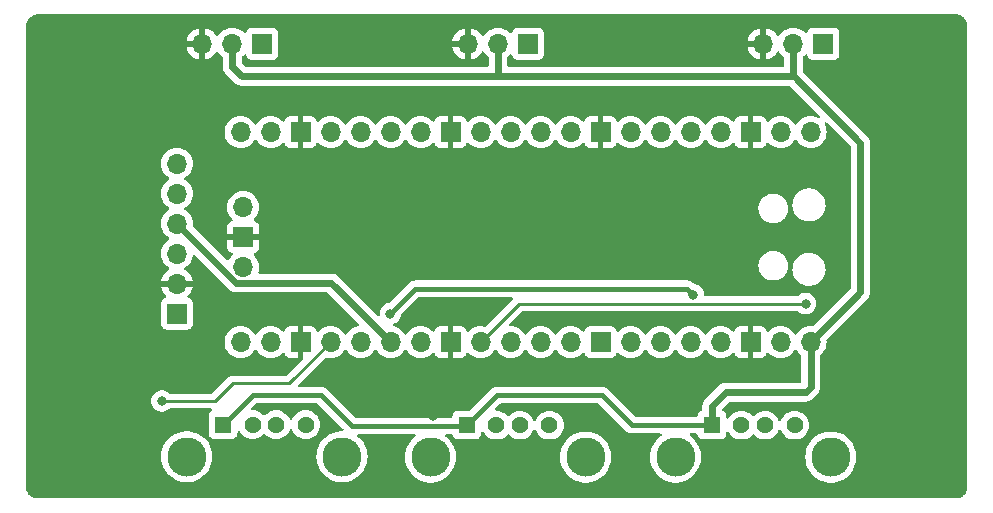
<source format=gbr>
%TF.GenerationSoftware,KiCad,Pcbnew,7.0.9*%
%TF.CreationDate,2023-12-13T17:29:23+01:00*%
%TF.ProjectId,water-tomorrow-pico-triple,77617465-722d-4746-9f6d-6f72726f772d,rev?*%
%TF.SameCoordinates,Original*%
%TF.FileFunction,Copper,L2,Bot*%
%TF.FilePolarity,Positive*%
%FSLAX46Y46*%
G04 Gerber Fmt 4.6, Leading zero omitted, Abs format (unit mm)*
G04 Created by KiCad (PCBNEW 7.0.9) date 2023-12-13 17:29:23*
%MOMM*%
%LPD*%
G01*
G04 APERTURE LIST*
%TA.AperFunction,ComponentPad*%
%ADD10R,1.428000X1.428000*%
%TD*%
%TA.AperFunction,ComponentPad*%
%ADD11C,1.428000*%
%TD*%
%TA.AperFunction,ComponentPad*%
%ADD12C,3.316000*%
%TD*%
%TA.AperFunction,ComponentPad*%
%ADD13R,1.700000X1.700000*%
%TD*%
%TA.AperFunction,ComponentPad*%
%ADD14O,1.700000X1.700000*%
%TD*%
%TA.AperFunction,ViaPad*%
%ADD15C,0.800000*%
%TD*%
%TA.AperFunction,ViaPad*%
%ADD16C,6.000000*%
%TD*%
%TA.AperFunction,Conductor*%
%ADD17C,0.400000*%
%TD*%
%TA.AperFunction,Conductor*%
%ADD18C,0.250000*%
%TD*%
%TA.AperFunction,Conductor*%
%ADD19C,0.600000*%
%TD*%
G04 APERTURE END LIST*
D10*
%TO.P,J6,1,VBUS*%
%TO.N,VDC*%
X58070000Y-34790000D03*
D11*
%TO.P,J6,2,D-*%
%TO.N,unconnected-(J6-D--Pad2)*%
X60570000Y-34790000D03*
%TO.P,J6,3,D+*%
%TO.N,unconnected-(J6-D+-Pad3)*%
X62570000Y-34790000D03*
%TO.P,J6,4,GND*%
%TO.N,Net-(D3-A)*%
X65070000Y-34790000D03*
D12*
%TO.P,J6,SH1*%
%TO.N,N/C*%
X55000000Y-37500000D03*
%TO.P,J6,SH2*%
X68140000Y-37500000D03*
%TD*%
D10*
%TO.P,J5,1,VBUS*%
%TO.N,VDC*%
X37320000Y-34790000D03*
D11*
%TO.P,J5,2,D-*%
%TO.N,unconnected-(J5-D--Pad2)*%
X39820000Y-34790000D03*
%TO.P,J5,3,D+*%
%TO.N,unconnected-(J5-D+-Pad3)*%
X41820000Y-34790000D03*
%TO.P,J5,4,GND*%
%TO.N,Net-(D2-A)*%
X44320000Y-34790000D03*
D12*
%TO.P,J5,SH1*%
%TO.N,N/C*%
X34250000Y-37500000D03*
%TO.P,J5,SH2*%
X47390000Y-37500000D03*
%TD*%
%TO.P,J8,SH2*%
%TO.N,N/C*%
X26750000Y-37460000D03*
%TO.P,J8,SH1*%
X13610000Y-37460000D03*
D11*
%TO.P,J8,4,GND*%
%TO.N,Net-(D1-A)*%
X23680000Y-34750000D03*
%TO.P,J8,3,D+*%
%TO.N,unconnected-(J8-D+-Pad3)*%
X21180000Y-34750000D03*
%TO.P,J8,2,D-*%
%TO.N,unconnected-(J8-D--Pad2)*%
X19180000Y-34750000D03*
D10*
%TO.P,J8,1,VBUS*%
%TO.N,VDC*%
X16680000Y-34750000D03*
%TD*%
D13*
%TO.P,J4,1,Pin_1*%
%TO.N,/ADC2*%
X67500000Y-2500000D03*
D14*
%TO.P,J4,2,Pin_2*%
%TO.N,VDC*%
X64960000Y-2500000D03*
%TO.P,J4,3,Pin_3*%
%TO.N,GND*%
X62420000Y-2500000D03*
%TD*%
D13*
%TO.P,J3,1,Pin_1*%
%TO.N,/ADC1*%
X42500000Y-2500000D03*
D14*
%TO.P,J3,2,Pin_2*%
%TO.N,VDC*%
X39960000Y-2500000D03*
%TO.P,J3,3,Pin_3*%
%TO.N,GND*%
X37420000Y-2500000D03*
%TD*%
D13*
%TO.P,J2,1,Pin_1*%
%TO.N,/ADC0*%
X20000000Y-2500000D03*
D14*
%TO.P,J2,2,Pin_2*%
%TO.N,VDC*%
X17460000Y-2500000D03*
%TO.P,J2,3,Pin_3*%
%TO.N,GND*%
X14920000Y-2500000D03*
%TD*%
D13*
%TO.P,J1,1,Pin_1*%
%TO.N,+3.3V*%
X12772000Y-25350200D03*
D14*
%TO.P,J1,2,Pin_2*%
%TO.N,GND*%
X12772000Y-22810200D03*
%TO.P,J1,3,Pin_3*%
%TO.N,/SCL*%
X12772000Y-20270200D03*
%TO.P,J1,4,Pin_4*%
%TO.N,/SDA*%
X12772000Y-17730200D03*
%TO.P,J1,5,Pin_5*%
%TO.N,unconnected-(J1-Pin_5-Pad5)*%
X12772000Y-15190200D03*
%TO.P,J1,6,Pin_6*%
%TO.N,unconnected-(J1-Pin_6-Pad6)*%
X12772000Y-12650200D03*
%TD*%
%TO.P,U1,1,GPIO0*%
%TO.N,unconnected-(U1-GPIO0-Pad1)*%
X66421000Y-9982200D03*
%TO.P,U1,2,GPIO1*%
%TO.N,unconnected-(U1-GPIO1-Pad2)*%
X63881000Y-9982200D03*
D13*
%TO.P,U1,3,GND*%
%TO.N,GND*%
X61341000Y-9982200D03*
D14*
%TO.P,U1,4,GPIO2*%
%TO.N,unconnected-(U1-GPIO2-Pad4)*%
X58801000Y-9982200D03*
%TO.P,U1,5,GPIO3*%
%TO.N,unconnected-(U1-GPIO3-Pad5)*%
X56261000Y-9982200D03*
%TO.P,U1,6,GPIO4*%
%TO.N,unconnected-(U1-GPIO4-Pad6)*%
X53721000Y-9982200D03*
%TO.P,U1,7,GPIO5*%
%TO.N,unconnected-(U1-GPIO5-Pad7)*%
X51181000Y-9982200D03*
D13*
%TO.P,U1,8,GND*%
%TO.N,GND*%
X48641000Y-9982200D03*
D14*
%TO.P,U1,9,GPIO6*%
%TO.N,unconnected-(U1-GPIO6-Pad9)*%
X46101000Y-9982200D03*
%TO.P,U1,10,GPIO7*%
%TO.N,unconnected-(U1-GPIO7-Pad10)*%
X43561000Y-9982200D03*
%TO.P,U1,11,GPIO8*%
%TO.N,unconnected-(U1-GPIO8-Pad11)*%
X41021000Y-9982200D03*
%TO.P,U1,12,GPIO9*%
%TO.N,unconnected-(U1-GPIO9-Pad12)*%
X38481000Y-9982200D03*
D13*
%TO.P,U1,13,GND*%
%TO.N,GND*%
X35941000Y-9982200D03*
D14*
%TO.P,U1,14,GPIO10*%
%TO.N,unconnected-(U1-GPIO10-Pad14)*%
X33401000Y-9982200D03*
%TO.P,U1,15,GPIO11*%
%TO.N,unconnected-(U1-GPIO11-Pad15)*%
X30861000Y-9982200D03*
%TO.P,U1,16,GPIO12*%
%TO.N,unconnected-(U1-GPIO12-Pad16)*%
X28321000Y-9982200D03*
%TO.P,U1,17,GPIO13*%
%TO.N,unconnected-(U1-GPIO13-Pad17)*%
X25781000Y-9982200D03*
D13*
%TO.P,U1,18,GND*%
%TO.N,GND*%
X23241000Y-9982200D03*
D14*
%TO.P,U1,19,GPIO14*%
%TO.N,unconnected-(U1-GPIO14-Pad19)*%
X20701000Y-9982200D03*
%TO.P,U1,20,GPIO15*%
%TO.N,unconnected-(U1-GPIO15-Pad20)*%
X18161000Y-9982200D03*
%TO.P,U1,21,GPIO16*%
%TO.N,unconnected-(U1-GPIO16-Pad21)*%
X18161000Y-27762200D03*
%TO.P,U1,22,GPIO17*%
%TO.N,unconnected-(U1-GPIO17-Pad22)*%
X20701000Y-27762200D03*
D13*
%TO.P,U1,23,GND*%
%TO.N,GND*%
X23241000Y-27762200D03*
D14*
%TO.P,U1,24,GPIO18*%
%TO.N,/PWM_M0*%
X25781000Y-27762200D03*
%TO.P,U1,25,GPIO19*%
%TO.N,/PWM_M1*%
X28321000Y-27762200D03*
%TO.P,U1,26,GPIO20*%
%TO.N,/SDA*%
X30861000Y-27762200D03*
%TO.P,U1,27,GPIO21*%
%TO.N,/SCL*%
X33401000Y-27762200D03*
D13*
%TO.P,U1,28,GND*%
%TO.N,GND*%
X35941000Y-27762200D03*
D14*
%TO.P,U1,29,GPIO22*%
%TO.N,/PWM_M2*%
X38481000Y-27762200D03*
%TO.P,U1,30,RUN*%
%TO.N,unconnected-(U1-RUN-Pad30)*%
X41021000Y-27762200D03*
%TO.P,U1,31,GPIO26_ADC0*%
%TO.N,/ADC0*%
X43561000Y-27762200D03*
%TO.P,U1,32,GPIO27_ADC1*%
%TO.N,/ADC1*%
X46101000Y-27762200D03*
D13*
%TO.P,U1,33,AGND*%
%TO.N,unconnected-(U1-AGND-Pad33)*%
X48641000Y-27762200D03*
D14*
%TO.P,U1,34,GPIO28_ADC2*%
%TO.N,/ADC2*%
X51181000Y-27762200D03*
%TO.P,U1,35,ADC_VREF*%
%TO.N,unconnected-(U1-ADC_VREF-Pad35)*%
X53721000Y-27762200D03*
%TO.P,U1,36,3V3*%
%TO.N,+3.3V*%
X56261000Y-27762200D03*
%TO.P,U1,37,3V3_EN*%
%TO.N,unconnected-(U1-3V3_EN-Pad37)*%
X58801000Y-27762200D03*
D13*
%TO.P,U1,38,GND*%
%TO.N,GND*%
X61341000Y-27762200D03*
D14*
%TO.P,U1,39,VSYS*%
%TO.N,unconnected-(U1-VSYS-Pad39)*%
X63881000Y-27762200D03*
%TO.P,U1,40,VBUS*%
%TO.N,VDC*%
X66421000Y-27762200D03*
%TO.P,U1,41,SWCLK*%
%TO.N,unconnected-(U1-SWCLK-Pad41)*%
X18391000Y-16332200D03*
D13*
%TO.P,U1,42,GND*%
%TO.N,GND*%
X18391000Y-18872200D03*
D14*
%TO.P,U1,43,SWDIO*%
%TO.N,unconnected-(U1-SWDIO-Pad43)*%
X18391000Y-21412200D03*
%TD*%
D15*
%TO.N,GND*%
X37000000Y-24500000D03*
X34000000Y-32000000D03*
X58000000Y-40500000D03*
X43500000Y-40000000D03*
X63500000Y-38000000D03*
X56000000Y-32500000D03*
X34500000Y-34000000D03*
X22500000Y-39500000D03*
X9000000Y-26500000D03*
X14500000Y-27500000D03*
X16500000Y-13500000D03*
X50500000Y-4000000D03*
X61000000Y-6500000D03*
X61000000Y-12000000D03*
X73000000Y-19000000D03*
X69000000Y-19000000D03*
X25000000Y-20000000D03*
X45000000Y-20000000D03*
X60000000Y-20000000D03*
X7500000Y-40000000D03*
X2500000Y-40000000D03*
X30000000Y-40000000D03*
X77500000Y-27500000D03*
X77500000Y-10000000D03*
X57500000Y-2500000D03*
X27500000Y-2500000D03*
X2500000Y-25000000D03*
X2500000Y-20000000D03*
X2500000Y-15000000D03*
X2500000Y-10000000D03*
%TO.N,+3.3V*%
X56500000Y-23750000D03*
X30850200Y-25350200D03*
%TO.N,/PWM_M0*%
X11500000Y-32750000D03*
%TO.N,/PWM_M2*%
X65999994Y-24500000D03*
D16*
%TO.N,GND*%
X75600000Y-33500000D03*
X4100000Y-33500000D03*
X75600000Y-4100000D03*
X4100000Y-4100000D03*
%TD*%
D17*
%TO.N,VDC*%
X25000000Y-32250000D02*
X19180000Y-32250000D01*
X27600000Y-34850000D02*
X25000000Y-32250000D01*
X19180000Y-32250000D02*
X16680000Y-34750000D01*
X37260000Y-34850000D02*
X27600000Y-34850000D01*
X37320000Y-34790000D02*
X37260000Y-34850000D01*
D18*
%TO.N,/PWM_M0*%
X16000000Y-32750000D02*
X11500000Y-32750000D01*
X17500000Y-31250000D02*
X16000000Y-32750000D01*
X22293200Y-31250000D02*
X17500000Y-31250000D01*
X25781000Y-27762200D02*
X22293200Y-31250000D01*
D19*
%TO.N,VDC*%
X70650000Y-10900000D02*
X70650000Y-23533200D01*
X70650000Y-23533200D02*
X66421000Y-27762200D01*
X65000000Y-5250000D02*
X70650000Y-10900000D01*
D18*
%TO.N,/PWM_M2*%
X38481000Y-27762200D02*
X41743200Y-24500000D01*
X41743200Y-24500000D02*
X65999994Y-24500000D01*
D19*
%TO.N,VDC*%
X39960000Y-2500000D02*
X39960000Y-4960000D01*
X40250000Y-5250000D02*
X65000000Y-5250000D01*
X39960000Y-4960000D02*
X40250000Y-5250000D01*
X18250000Y-5250000D02*
X40250000Y-5250000D01*
X64960000Y-2500000D02*
X64960000Y-5210000D01*
X64960000Y-5210000D02*
X65000000Y-5250000D01*
X17460000Y-4460000D02*
X18250000Y-5250000D01*
X17460000Y-2500000D02*
X17460000Y-4460000D01*
D17*
%TO.N,+3.3V*%
X56000000Y-23250000D02*
X56500000Y-23750000D01*
X32950400Y-23250000D02*
X56000000Y-23250000D01*
X30850200Y-25350200D02*
X32950400Y-23250000D01*
D19*
%TO.N,/SDA*%
X25861000Y-22762200D02*
X30861000Y-27762200D01*
X12772000Y-17730200D02*
X17804000Y-22762200D01*
X17804000Y-22762200D02*
X25861000Y-22762200D01*
%TO.N,VDC*%
X58070000Y-33180000D02*
X58070000Y-34790000D01*
X59250000Y-32000000D02*
X58070000Y-33180000D01*
X66421000Y-31579000D02*
X66000000Y-32000000D01*
X66421000Y-27762200D02*
X66421000Y-31579000D01*
X66000000Y-32000000D02*
X59250000Y-32000000D01*
D17*
X39860000Y-32250000D02*
X37320000Y-34790000D01*
X48750000Y-32250000D02*
X39860000Y-32250000D01*
X58070000Y-34790000D02*
X51290000Y-34790000D01*
X51290000Y-34790000D02*
X48750000Y-32250000D01*
%TD*%
%TA.AperFunction,Conductor*%
%TO.N,GND*%
G36*
X61591000Y-29112200D02*
G01*
X62238828Y-29112200D01*
X62238844Y-29112199D01*
X62298372Y-29105798D01*
X62298379Y-29105796D01*
X62433086Y-29055554D01*
X62433093Y-29055550D01*
X62548187Y-28969390D01*
X62548190Y-28969387D01*
X62634350Y-28854293D01*
X62634354Y-28854286D01*
X62683422Y-28722729D01*
X62725293Y-28666795D01*
X62790757Y-28642378D01*
X62859030Y-28657230D01*
X62887285Y-28678381D01*
X63009599Y-28800695D01*
X63105562Y-28867889D01*
X63203165Y-28936232D01*
X63203167Y-28936233D01*
X63203170Y-28936235D01*
X63417337Y-29036103D01*
X63645592Y-29097263D01*
X63822034Y-29112700D01*
X63880999Y-29117859D01*
X63881000Y-29117859D01*
X63881001Y-29117859D01*
X63939966Y-29112700D01*
X64116408Y-29097263D01*
X64344663Y-29036103D01*
X64558830Y-28936235D01*
X64752401Y-28800695D01*
X64919495Y-28633601D01*
X65049425Y-28448042D01*
X65104002Y-28404417D01*
X65173500Y-28397223D01*
X65235855Y-28428746D01*
X65252575Y-28448042D01*
X65382501Y-28633596D01*
X65382506Y-28633602D01*
X65549594Y-28800691D01*
X65549597Y-28800693D01*
X65549599Y-28800695D01*
X65567622Y-28813315D01*
X65611247Y-28867889D01*
X65620500Y-28914890D01*
X65620500Y-31075500D01*
X65600815Y-31142539D01*
X65548011Y-31188294D01*
X65496500Y-31199500D01*
X59340194Y-31199500D01*
X59159806Y-31199500D01*
X59153888Y-31200850D01*
X59119089Y-31208791D01*
X59112235Y-31209955D01*
X59070744Y-31214632D01*
X59031341Y-31228419D01*
X59024659Y-31230344D01*
X58983939Y-31239639D01*
X58946320Y-31257755D01*
X58939895Y-31260416D01*
X58900483Y-31274208D01*
X58900476Y-31274212D01*
X58865120Y-31296427D01*
X58859033Y-31299791D01*
X58821410Y-31317910D01*
X58788769Y-31343941D01*
X58783096Y-31347966D01*
X58747739Y-31370183D01*
X58747735Y-31370186D01*
X57440186Y-32677735D01*
X57440183Y-32677739D01*
X57417966Y-32713096D01*
X57413941Y-32718769D01*
X57387910Y-32751410D01*
X57369791Y-32789033D01*
X57366427Y-32795120D01*
X57344212Y-32830476D01*
X57344208Y-32830483D01*
X57330416Y-32869895D01*
X57327755Y-32876320D01*
X57309639Y-32913939D01*
X57300344Y-32954659D01*
X57298419Y-32961341D01*
X57284632Y-33000744D01*
X57279955Y-33042235D01*
X57278791Y-33049089D01*
X57269500Y-33089806D01*
X57269500Y-33487987D01*
X57249815Y-33555026D01*
X57197011Y-33600781D01*
X57188833Y-33604169D01*
X57113671Y-33632202D01*
X57113664Y-33632206D01*
X56998455Y-33718452D01*
X56998452Y-33718455D01*
X56912206Y-33833664D01*
X56912202Y-33833671D01*
X56861908Y-33968517D01*
X56860808Y-33978755D01*
X56834070Y-34043307D01*
X56776678Y-34083155D01*
X56737519Y-34089500D01*
X51631519Y-34089500D01*
X51564480Y-34069815D01*
X51543838Y-34053181D01*
X50404596Y-32913939D01*
X49261598Y-31770941D01*
X49259064Y-31768250D01*
X49217929Y-31721817D01*
X49217928Y-31721816D01*
X49217924Y-31721812D01*
X49166896Y-31686591D01*
X49163887Y-31684377D01*
X49115060Y-31646124D01*
X49115055Y-31646120D01*
X49105813Y-31641961D01*
X49086266Y-31630936D01*
X49077931Y-31625183D01*
X49077932Y-31625183D01*
X49077930Y-31625182D01*
X49019941Y-31603189D01*
X49016490Y-31601759D01*
X48959930Y-31576304D01*
X48949946Y-31574474D01*
X48928343Y-31568451D01*
X48918874Y-31564860D01*
X48918870Y-31564859D01*
X48857313Y-31557384D01*
X48853612Y-31556821D01*
X48792608Y-31545642D01*
X48792603Y-31545642D01*
X48730697Y-31549387D01*
X48726952Y-31549500D01*
X39883036Y-31549500D01*
X39879292Y-31549387D01*
X39817397Y-31545643D01*
X39817390Y-31545643D01*
X39756402Y-31556819D01*
X39752701Y-31557382D01*
X39691125Y-31564860D01*
X39681642Y-31568456D01*
X39660038Y-31574478D01*
X39658535Y-31574754D01*
X39650065Y-31576306D01*
X39650063Y-31576307D01*
X39593527Y-31601752D01*
X39590069Y-31603184D01*
X39532069Y-31625182D01*
X39523724Y-31630942D01*
X39504183Y-31641964D01*
X39494944Y-31646122D01*
X39494939Y-31646125D01*
X39446121Y-31684370D01*
X39443106Y-31686589D01*
X39392072Y-31721816D01*
X39392065Y-31721822D01*
X39350942Y-31768240D01*
X39348375Y-31770966D01*
X37580160Y-33539181D01*
X37518837Y-33572666D01*
X37492479Y-33575500D01*
X36558129Y-33575500D01*
X36558123Y-33575501D01*
X36498516Y-33581908D01*
X36363671Y-33632202D01*
X36363664Y-33632206D01*
X36248455Y-33718452D01*
X36248452Y-33718455D01*
X36162206Y-33833664D01*
X36162202Y-33833671D01*
X36111908Y-33968517D01*
X36106563Y-34018241D01*
X36105501Y-34028123D01*
X36105322Y-34031452D01*
X36103776Y-34031369D01*
X36085815Y-34092539D01*
X36033011Y-34138294D01*
X35981500Y-34149500D01*
X27941519Y-34149500D01*
X27874480Y-34129815D01*
X27853838Y-34113181D01*
X26691157Y-32950500D01*
X25511598Y-31770941D01*
X25509064Y-31768250D01*
X25467929Y-31721817D01*
X25467928Y-31721816D01*
X25467924Y-31721812D01*
X25416896Y-31686591D01*
X25413887Y-31684377D01*
X25365060Y-31646124D01*
X25365055Y-31646120D01*
X25355813Y-31641961D01*
X25336266Y-31630936D01*
X25327931Y-31625183D01*
X25327932Y-31625183D01*
X25327930Y-31625182D01*
X25269941Y-31603189D01*
X25266490Y-31601759D01*
X25209930Y-31576304D01*
X25199946Y-31574474D01*
X25178343Y-31568451D01*
X25168874Y-31564860D01*
X25168870Y-31564859D01*
X25107313Y-31557384D01*
X25103612Y-31556821D01*
X25042608Y-31545642D01*
X25042603Y-31545642D01*
X24980697Y-31549387D01*
X24976952Y-31549500D01*
X23177652Y-31549500D01*
X23110613Y-31529815D01*
X23064858Y-31477011D01*
X23054914Y-31407853D01*
X23083939Y-31344297D01*
X23089971Y-31337819D01*
X23839609Y-30588181D01*
X25325354Y-29102435D01*
X25386675Y-29068952D01*
X25445123Y-29070342D01*
X25545592Y-29097263D01*
X25722034Y-29112700D01*
X25780999Y-29117859D01*
X25781000Y-29117859D01*
X25781001Y-29117859D01*
X25839966Y-29112700D01*
X26016408Y-29097263D01*
X26244663Y-29036103D01*
X26458830Y-28936235D01*
X26652401Y-28800695D01*
X26819495Y-28633601D01*
X26949425Y-28448042D01*
X27004002Y-28404417D01*
X27073500Y-28397223D01*
X27135855Y-28428746D01*
X27152575Y-28448042D01*
X27282500Y-28633595D01*
X27282505Y-28633601D01*
X27449599Y-28800695D01*
X27545562Y-28867889D01*
X27643165Y-28936232D01*
X27643167Y-28936233D01*
X27643170Y-28936235D01*
X27857337Y-29036103D01*
X28085592Y-29097263D01*
X28262034Y-29112700D01*
X28320999Y-29117859D01*
X28321000Y-29117859D01*
X28321001Y-29117859D01*
X28379966Y-29112700D01*
X28556408Y-29097263D01*
X28784663Y-29036103D01*
X28998830Y-28936235D01*
X29192401Y-28800695D01*
X29359495Y-28633601D01*
X29489425Y-28448042D01*
X29544002Y-28404417D01*
X29613500Y-28397223D01*
X29675855Y-28428746D01*
X29692575Y-28448042D01*
X29822500Y-28633595D01*
X29822505Y-28633601D01*
X29989599Y-28800695D01*
X30085562Y-28867889D01*
X30183165Y-28936232D01*
X30183167Y-28936233D01*
X30183170Y-28936235D01*
X30397337Y-29036103D01*
X30625592Y-29097263D01*
X30802034Y-29112700D01*
X30860999Y-29117859D01*
X30861000Y-29117859D01*
X30861001Y-29117859D01*
X30919966Y-29112700D01*
X31096408Y-29097263D01*
X31324663Y-29036103D01*
X31538830Y-28936235D01*
X31732401Y-28800695D01*
X31899495Y-28633601D01*
X32029425Y-28448042D01*
X32084002Y-28404417D01*
X32153500Y-28397223D01*
X32215855Y-28428746D01*
X32232575Y-28448042D01*
X32362500Y-28633595D01*
X32362505Y-28633601D01*
X32529599Y-28800695D01*
X32625562Y-28867889D01*
X32723165Y-28936232D01*
X32723167Y-28936233D01*
X32723170Y-28936235D01*
X32937337Y-29036103D01*
X33165592Y-29097263D01*
X33342034Y-29112700D01*
X33400999Y-29117859D01*
X33401000Y-29117859D01*
X33401001Y-29117859D01*
X33459966Y-29112700D01*
X33636408Y-29097263D01*
X33864663Y-29036103D01*
X34078830Y-28936235D01*
X34272401Y-28800695D01*
X34394717Y-28678378D01*
X34456036Y-28644896D01*
X34525728Y-28649880D01*
X34581662Y-28691751D01*
X34598577Y-28722728D01*
X34647646Y-28854288D01*
X34647649Y-28854293D01*
X34733809Y-28969387D01*
X34733812Y-28969390D01*
X34848906Y-29055550D01*
X34848913Y-29055554D01*
X34983620Y-29105796D01*
X34983627Y-29105798D01*
X35043155Y-29112199D01*
X35043172Y-29112200D01*
X35691000Y-29112200D01*
X35691000Y-28208694D01*
X35795839Y-28256573D01*
X35904527Y-28272200D01*
X35977473Y-28272200D01*
X36086161Y-28256573D01*
X36191000Y-28208694D01*
X36191000Y-29112200D01*
X36838828Y-29112200D01*
X36838844Y-29112199D01*
X36898372Y-29105798D01*
X36898379Y-29105796D01*
X37033086Y-29055554D01*
X37033093Y-29055550D01*
X37148187Y-28969390D01*
X37148190Y-28969387D01*
X37234350Y-28854293D01*
X37234354Y-28854286D01*
X37283422Y-28722729D01*
X37325293Y-28666795D01*
X37390757Y-28642378D01*
X37459030Y-28657230D01*
X37487285Y-28678381D01*
X37609599Y-28800695D01*
X37705562Y-28867889D01*
X37803165Y-28936232D01*
X37803167Y-28936233D01*
X37803170Y-28936235D01*
X38017337Y-29036103D01*
X38245592Y-29097263D01*
X38422034Y-29112700D01*
X38480999Y-29117859D01*
X38481000Y-29117859D01*
X38481001Y-29117859D01*
X38539966Y-29112700D01*
X38716408Y-29097263D01*
X38944663Y-29036103D01*
X39158830Y-28936235D01*
X39352401Y-28800695D01*
X39519495Y-28633601D01*
X39649425Y-28448042D01*
X39704002Y-28404417D01*
X39773500Y-28397223D01*
X39835855Y-28428746D01*
X39852575Y-28448042D01*
X39982500Y-28633595D01*
X39982505Y-28633601D01*
X40149599Y-28800695D01*
X40245562Y-28867889D01*
X40343165Y-28936232D01*
X40343167Y-28936233D01*
X40343170Y-28936235D01*
X40557337Y-29036103D01*
X40785592Y-29097263D01*
X40962034Y-29112700D01*
X41020999Y-29117859D01*
X41021000Y-29117859D01*
X41021001Y-29117859D01*
X41079966Y-29112700D01*
X41256408Y-29097263D01*
X41484663Y-29036103D01*
X41698830Y-28936235D01*
X41892401Y-28800695D01*
X42059495Y-28633601D01*
X42189425Y-28448042D01*
X42244002Y-28404417D01*
X42313500Y-28397223D01*
X42375855Y-28428746D01*
X42392575Y-28448042D01*
X42522500Y-28633595D01*
X42522505Y-28633601D01*
X42689599Y-28800695D01*
X42785562Y-28867889D01*
X42883165Y-28936232D01*
X42883167Y-28936233D01*
X42883170Y-28936235D01*
X43097337Y-29036103D01*
X43325592Y-29097263D01*
X43502034Y-29112700D01*
X43560999Y-29117859D01*
X43561000Y-29117859D01*
X43561001Y-29117859D01*
X43619966Y-29112700D01*
X43796408Y-29097263D01*
X44024663Y-29036103D01*
X44238830Y-28936235D01*
X44432401Y-28800695D01*
X44599495Y-28633601D01*
X44729425Y-28448042D01*
X44784002Y-28404417D01*
X44853500Y-28397223D01*
X44915855Y-28428746D01*
X44932575Y-28448042D01*
X45062500Y-28633595D01*
X45062505Y-28633601D01*
X45229599Y-28800695D01*
X45325562Y-28867889D01*
X45423165Y-28936232D01*
X45423167Y-28936233D01*
X45423170Y-28936235D01*
X45637337Y-29036103D01*
X45865592Y-29097263D01*
X46042034Y-29112700D01*
X46100999Y-29117859D01*
X46101000Y-29117859D01*
X46101001Y-29117859D01*
X46159966Y-29112700D01*
X46336408Y-29097263D01*
X46564663Y-29036103D01*
X46778830Y-28936235D01*
X46972401Y-28800695D01*
X47094329Y-28678766D01*
X47155648Y-28645284D01*
X47225340Y-28650268D01*
X47281274Y-28692139D01*
X47298189Y-28723117D01*
X47347202Y-28854528D01*
X47347206Y-28854535D01*
X47433452Y-28969744D01*
X47433455Y-28969747D01*
X47548664Y-29055993D01*
X47548671Y-29055997D01*
X47683517Y-29106291D01*
X47683516Y-29106291D01*
X47690444Y-29107035D01*
X47743127Y-29112700D01*
X49538872Y-29112699D01*
X49598483Y-29106291D01*
X49733331Y-29055996D01*
X49848546Y-28969746D01*
X49934796Y-28854531D01*
X49983810Y-28723116D01*
X50025681Y-28667184D01*
X50091145Y-28642766D01*
X50159418Y-28657617D01*
X50187673Y-28678769D01*
X50309599Y-28800695D01*
X50405562Y-28867889D01*
X50503165Y-28936232D01*
X50503167Y-28936233D01*
X50503170Y-28936235D01*
X50717337Y-29036103D01*
X50945592Y-29097263D01*
X51122034Y-29112700D01*
X51180999Y-29117859D01*
X51181000Y-29117859D01*
X51181001Y-29117859D01*
X51239966Y-29112700D01*
X51416408Y-29097263D01*
X51644663Y-29036103D01*
X51858830Y-28936235D01*
X52052401Y-28800695D01*
X52219495Y-28633601D01*
X52349425Y-28448042D01*
X52404002Y-28404417D01*
X52473500Y-28397223D01*
X52535855Y-28428746D01*
X52552575Y-28448042D01*
X52682500Y-28633595D01*
X52682505Y-28633601D01*
X52849599Y-28800695D01*
X52945562Y-28867889D01*
X53043165Y-28936232D01*
X53043167Y-28936233D01*
X53043170Y-28936235D01*
X53257337Y-29036103D01*
X53485592Y-29097263D01*
X53662034Y-29112700D01*
X53720999Y-29117859D01*
X53721000Y-29117859D01*
X53721001Y-29117859D01*
X53779966Y-29112700D01*
X53956408Y-29097263D01*
X54184663Y-29036103D01*
X54398830Y-28936235D01*
X54592401Y-28800695D01*
X54759495Y-28633601D01*
X54889425Y-28448042D01*
X54944002Y-28404417D01*
X55013500Y-28397223D01*
X55075855Y-28428746D01*
X55092575Y-28448042D01*
X55222500Y-28633595D01*
X55222505Y-28633601D01*
X55389599Y-28800695D01*
X55485562Y-28867889D01*
X55583165Y-28936232D01*
X55583167Y-28936233D01*
X55583170Y-28936235D01*
X55797337Y-29036103D01*
X56025592Y-29097263D01*
X56202034Y-29112700D01*
X56260999Y-29117859D01*
X56261000Y-29117859D01*
X56261001Y-29117859D01*
X56319966Y-29112700D01*
X56496408Y-29097263D01*
X56724663Y-29036103D01*
X56938830Y-28936235D01*
X57132401Y-28800695D01*
X57299495Y-28633601D01*
X57429425Y-28448042D01*
X57484002Y-28404417D01*
X57553500Y-28397223D01*
X57615855Y-28428746D01*
X57632575Y-28448042D01*
X57762500Y-28633595D01*
X57762505Y-28633601D01*
X57929599Y-28800695D01*
X58025562Y-28867889D01*
X58123165Y-28936232D01*
X58123167Y-28936233D01*
X58123170Y-28936235D01*
X58337337Y-29036103D01*
X58565592Y-29097263D01*
X58742034Y-29112700D01*
X58800999Y-29117859D01*
X58801000Y-29117859D01*
X58801001Y-29117859D01*
X58859966Y-29112700D01*
X59036408Y-29097263D01*
X59264663Y-29036103D01*
X59478830Y-28936235D01*
X59672401Y-28800695D01*
X59794717Y-28678378D01*
X59856036Y-28644896D01*
X59925728Y-28649880D01*
X59981662Y-28691751D01*
X59998577Y-28722728D01*
X60047646Y-28854288D01*
X60047649Y-28854293D01*
X60133809Y-28969387D01*
X60133812Y-28969390D01*
X60248906Y-29055550D01*
X60248913Y-29055554D01*
X60383620Y-29105796D01*
X60383627Y-29105798D01*
X60443155Y-29112199D01*
X60443172Y-29112200D01*
X61091000Y-29112200D01*
X61091000Y-28208694D01*
X61195839Y-28256573D01*
X61304527Y-28272200D01*
X61377473Y-28272200D01*
X61486161Y-28256573D01*
X61591000Y-28208694D01*
X61591000Y-29112200D01*
G37*
%TD.AperFunction*%
%TA.AperFunction,Conductor*%
G36*
X41175785Y-23970185D02*
G01*
X41221540Y-24022989D01*
X41231484Y-24092147D01*
X41202459Y-24155703D01*
X41196427Y-24162181D01*
X38936646Y-26421961D01*
X38875323Y-26455446D01*
X38816873Y-26454055D01*
X38716408Y-26427137D01*
X38481001Y-26406541D01*
X38480999Y-26406541D01*
X38245596Y-26427136D01*
X38245586Y-26427138D01*
X38017344Y-26488294D01*
X38017335Y-26488298D01*
X37803171Y-26588164D01*
X37803169Y-26588165D01*
X37609600Y-26723703D01*
X37487284Y-26846019D01*
X37425961Y-26879503D01*
X37356269Y-26874519D01*
X37300336Y-26832647D01*
X37283421Y-26801670D01*
X37234354Y-26670113D01*
X37234350Y-26670106D01*
X37148190Y-26555012D01*
X37148187Y-26555009D01*
X37033093Y-26468849D01*
X37033086Y-26468845D01*
X36898379Y-26418603D01*
X36898372Y-26418601D01*
X36838844Y-26412200D01*
X36191000Y-26412200D01*
X36191000Y-27315705D01*
X36086161Y-27267827D01*
X35977473Y-27252200D01*
X35904527Y-27252200D01*
X35795839Y-27267827D01*
X35691000Y-27315705D01*
X35691000Y-26412200D01*
X35043155Y-26412200D01*
X34983627Y-26418601D01*
X34983620Y-26418603D01*
X34848913Y-26468845D01*
X34848906Y-26468849D01*
X34733812Y-26555009D01*
X34733809Y-26555012D01*
X34647649Y-26670106D01*
X34647645Y-26670113D01*
X34598578Y-26801670D01*
X34556707Y-26857604D01*
X34491242Y-26882021D01*
X34422969Y-26867169D01*
X34394715Y-26846019D01*
X34349977Y-26801281D01*
X34272401Y-26723705D01*
X34272397Y-26723702D01*
X34272396Y-26723701D01*
X34078834Y-26588167D01*
X34078830Y-26588165D01*
X34078828Y-26588164D01*
X33864663Y-26488297D01*
X33864659Y-26488296D01*
X33864655Y-26488294D01*
X33636413Y-26427138D01*
X33636403Y-26427136D01*
X33401001Y-26406541D01*
X33400999Y-26406541D01*
X33165596Y-26427136D01*
X33165586Y-26427138D01*
X32937344Y-26488294D01*
X32937335Y-26488298D01*
X32723171Y-26588164D01*
X32723169Y-26588165D01*
X32529597Y-26723705D01*
X32362505Y-26890797D01*
X32232575Y-27076358D01*
X32177998Y-27119983D01*
X32108500Y-27127177D01*
X32046145Y-27095654D01*
X32029425Y-27076358D01*
X31899494Y-26890797D01*
X31732402Y-26723706D01*
X31732395Y-26723701D01*
X31538834Y-26588167D01*
X31538830Y-26588165D01*
X31538828Y-26588164D01*
X31324663Y-26488297D01*
X31324659Y-26488296D01*
X31324655Y-26488294D01*
X31153036Y-26442310D01*
X31093375Y-26405945D01*
X31062846Y-26343098D01*
X31071141Y-26273723D01*
X31115626Y-26219845D01*
X31134693Y-26209256D01*
X31176665Y-26190568D01*
X31302930Y-26134351D01*
X31456071Y-26023088D01*
X31582733Y-25882416D01*
X31677379Y-25718484D01*
X31735874Y-25538456D01*
X31741064Y-25489069D01*
X31767647Y-25424458D01*
X31776694Y-25414361D01*
X33204238Y-23986819D01*
X33265561Y-23953334D01*
X33291919Y-23950500D01*
X41108746Y-23950500D01*
X41175785Y-23970185D01*
G37*
%TD.AperFunction*%
%TA.AperFunction,Conductor*%
G36*
X78702695Y-735D02*
G01*
X78745519Y-4482D01*
X78871771Y-16918D01*
X78891685Y-20541D01*
X78958349Y-38403D01*
X79051570Y-66682D01*
X79067971Y-72958D01*
X79135411Y-104406D01*
X79138375Y-105888D01*
X79175969Y-125982D01*
X79222327Y-150762D01*
X79228667Y-154657D01*
X79294828Y-200983D01*
X79298600Y-203844D01*
X79370808Y-263103D01*
X79375309Y-267182D01*
X79432815Y-324688D01*
X79436895Y-329190D01*
X79496154Y-401398D01*
X79499015Y-405170D01*
X79545341Y-471331D01*
X79549236Y-477671D01*
X79594101Y-561605D01*
X79595614Y-564631D01*
X79627040Y-632027D01*
X79633319Y-648435D01*
X79661601Y-741669D01*
X79679454Y-808299D01*
X79683082Y-828238D01*
X79695523Y-954554D01*
X79699264Y-997302D01*
X79699500Y-1002710D01*
X79699500Y-39997289D01*
X79699264Y-40002697D01*
X79695523Y-40045445D01*
X79683082Y-40171760D01*
X79679454Y-40191699D01*
X79661601Y-40258330D01*
X79633318Y-40351563D01*
X79627040Y-40367971D01*
X79595614Y-40435367D01*
X79594101Y-40438393D01*
X79549236Y-40522327D01*
X79545341Y-40528667D01*
X79499015Y-40594828D01*
X79496154Y-40598600D01*
X79436895Y-40670808D01*
X79432806Y-40675320D01*
X79375320Y-40732806D01*
X79370808Y-40736895D01*
X79298600Y-40796154D01*
X79294828Y-40799015D01*
X79228667Y-40845341D01*
X79222327Y-40849236D01*
X79138393Y-40894101D01*
X79135367Y-40895614D01*
X79067971Y-40927040D01*
X79051563Y-40933318D01*
X78958330Y-40961601D01*
X78891699Y-40979454D01*
X78871760Y-40983082D01*
X78745445Y-40995523D01*
X78704789Y-40999080D01*
X78702696Y-40999264D01*
X78697290Y-40999500D01*
X1002710Y-40999500D01*
X997303Y-40999264D01*
X995015Y-40999063D01*
X954554Y-40995523D01*
X828238Y-40983082D01*
X808299Y-40979454D01*
X741669Y-40961601D01*
X648435Y-40933319D01*
X632027Y-40927040D01*
X583433Y-40904381D01*
X564618Y-40895607D01*
X561605Y-40894101D01*
X477671Y-40849236D01*
X471331Y-40845341D01*
X405170Y-40799015D01*
X401398Y-40796154D01*
X329190Y-40736895D01*
X324688Y-40732815D01*
X267182Y-40675309D01*
X263103Y-40670808D01*
X203844Y-40598600D01*
X200983Y-40594828D01*
X154657Y-40528667D01*
X150762Y-40522327D01*
X125982Y-40475969D01*
X105888Y-40438375D01*
X104406Y-40435411D01*
X72958Y-40367971D01*
X66682Y-40351570D01*
X38398Y-40258330D01*
X20541Y-40191685D01*
X16918Y-40171771D01*
X4482Y-40045519D01*
X735Y-40002695D01*
X500Y-39997293D01*
X500Y-37460000D01*
X11446456Y-37460000D01*
X11466606Y-37754603D01*
X11466607Y-37754605D01*
X11526682Y-38043705D01*
X11526687Y-38043722D01*
X11625572Y-38321956D01*
X11761426Y-38584144D01*
X11761430Y-38584150D01*
X11931708Y-38825380D01*
X11931712Y-38825384D01*
X11931714Y-38825387D01*
X12133266Y-39041196D01*
X12133272Y-39041201D01*
X12362320Y-39227545D01*
X12362324Y-39227548D01*
X12362326Y-39227549D01*
X12362327Y-39227550D01*
X12614629Y-39380979D01*
X12614631Y-39380980D01*
X12614633Y-39380981D01*
X12706718Y-39420979D01*
X12885473Y-39498623D01*
X13169814Y-39578292D01*
X13462352Y-39618499D01*
X13462353Y-39618500D01*
X13462355Y-39618500D01*
X13757647Y-39618500D01*
X13757647Y-39618499D01*
X14050186Y-39578292D01*
X14334527Y-39498623D01*
X14605371Y-39380979D01*
X14857673Y-39227550D01*
X15086734Y-39041196D01*
X15288286Y-38825387D01*
X15458574Y-38584143D01*
X15594427Y-38321958D01*
X15693314Y-38043717D01*
X15693315Y-38043710D01*
X15693317Y-38043705D01*
X15745080Y-37794605D01*
X15753393Y-37754603D01*
X15773544Y-37460000D01*
X15753393Y-37165397D01*
X15732650Y-37065580D01*
X15693317Y-36876294D01*
X15693312Y-36876277D01*
X15594427Y-36598043D01*
X15594427Y-36598042D01*
X15458574Y-36335857D01*
X15458573Y-36335855D01*
X15458569Y-36335849D01*
X15288291Y-36094619D01*
X15288287Y-36094615D01*
X15288286Y-36094613D01*
X15086734Y-35878804D01*
X15086727Y-35878798D01*
X14857679Y-35692454D01*
X14857675Y-35692451D01*
X14605366Y-35539018D01*
X14334528Y-35421377D01*
X14050191Y-35341709D01*
X14050183Y-35341707D01*
X13757647Y-35301500D01*
X13757645Y-35301500D01*
X13462355Y-35301500D01*
X13462353Y-35301500D01*
X13169816Y-35341707D01*
X13169808Y-35341709D01*
X12885471Y-35421377D01*
X12614633Y-35539018D01*
X12362324Y-35692451D01*
X12362320Y-35692454D01*
X12133272Y-35878798D01*
X12133266Y-35878803D01*
X11931708Y-36094619D01*
X11761430Y-36335849D01*
X11761426Y-36335855D01*
X11625572Y-36598043D01*
X11526687Y-36876277D01*
X11526682Y-36876294D01*
X11466607Y-37165394D01*
X11466606Y-37165396D01*
X11446456Y-37460000D01*
X500Y-37460000D01*
X500Y-32750000D01*
X10594540Y-32750000D01*
X10614326Y-32938256D01*
X10614327Y-32938259D01*
X10672818Y-33118277D01*
X10672821Y-33118284D01*
X10767467Y-33282216D01*
X10867986Y-33393853D01*
X10894129Y-33422888D01*
X11047265Y-33534148D01*
X11047270Y-33534151D01*
X11220192Y-33611142D01*
X11220197Y-33611144D01*
X11405354Y-33650500D01*
X11405355Y-33650500D01*
X11594644Y-33650500D01*
X11594646Y-33650500D01*
X11779803Y-33611144D01*
X11952730Y-33534151D01*
X12105871Y-33422888D01*
X12109475Y-33418885D01*
X12111600Y-33416526D01*
X12171087Y-33379879D01*
X12203748Y-33375500D01*
X15640591Y-33375500D01*
X15707630Y-33395185D01*
X15753385Y-33447989D01*
X15763329Y-33517147D01*
X15734304Y-33580703D01*
X15714902Y-33598766D01*
X15608455Y-33678452D01*
X15608452Y-33678455D01*
X15522206Y-33793664D01*
X15522202Y-33793671D01*
X15471908Y-33928517D01*
X15465501Y-33988116D01*
X15465500Y-33988135D01*
X15465500Y-35511870D01*
X15465501Y-35511876D01*
X15471908Y-35571483D01*
X15522202Y-35706328D01*
X15522206Y-35706335D01*
X15608452Y-35821544D01*
X15608455Y-35821547D01*
X15723664Y-35907793D01*
X15723671Y-35907797D01*
X15858517Y-35958091D01*
X15858516Y-35958091D01*
X15865444Y-35958835D01*
X15918127Y-35964500D01*
X17441872Y-35964499D01*
X17501483Y-35958091D01*
X17636331Y-35907796D01*
X17751546Y-35821546D01*
X17837796Y-35706331D01*
X17888091Y-35571483D01*
X17894500Y-35511873D01*
X17894499Y-35424497D01*
X17914183Y-35357462D01*
X17966986Y-35311706D01*
X18036145Y-35301762D01*
X18099701Y-35330786D01*
X18120278Y-35355704D01*
X18121090Y-35355136D01*
X18246081Y-35533642D01*
X18246086Y-35533648D01*
X18396351Y-35683913D01*
X18396357Y-35683918D01*
X18570425Y-35805802D01*
X18570427Y-35805803D01*
X18570430Y-35805805D01*
X18763030Y-35895616D01*
X18968299Y-35950618D01*
X19119514Y-35963847D01*
X19179998Y-35969139D01*
X19180000Y-35969139D01*
X19180002Y-35969139D01*
X19233048Y-35964498D01*
X19391701Y-35950618D01*
X19596970Y-35895616D01*
X19789570Y-35805805D01*
X19963647Y-35683915D01*
X20092319Y-35555243D01*
X20153642Y-35521758D01*
X20223334Y-35526742D01*
X20267681Y-35555243D01*
X20396351Y-35683913D01*
X20396357Y-35683918D01*
X20570425Y-35805802D01*
X20570427Y-35805803D01*
X20570430Y-35805805D01*
X20763030Y-35895616D01*
X20968299Y-35950618D01*
X21119514Y-35963847D01*
X21179998Y-35969139D01*
X21180000Y-35969139D01*
X21180002Y-35969139D01*
X21233048Y-35964498D01*
X21391701Y-35950618D01*
X21596970Y-35895616D01*
X21789570Y-35805805D01*
X21963647Y-35683915D01*
X22113915Y-35533647D01*
X22235805Y-35359570D01*
X22317618Y-35184120D01*
X22363790Y-35131682D01*
X22430984Y-35112530D01*
X22497865Y-35132746D01*
X22542381Y-35184120D01*
X22597239Y-35301762D01*
X22624195Y-35359570D01*
X22624197Y-35359574D01*
X22746081Y-35533642D01*
X22746086Y-35533648D01*
X22896351Y-35683913D01*
X22896357Y-35683918D01*
X23070425Y-35805802D01*
X23070427Y-35805803D01*
X23070430Y-35805805D01*
X23263030Y-35895616D01*
X23468299Y-35950618D01*
X23619514Y-35963847D01*
X23679998Y-35969139D01*
X23680000Y-35969139D01*
X23680002Y-35969139D01*
X23733048Y-35964498D01*
X23891701Y-35950618D01*
X24096970Y-35895616D01*
X24289570Y-35805805D01*
X24463647Y-35683915D01*
X24613915Y-35533647D01*
X24735805Y-35359570D01*
X24825616Y-35166970D01*
X24880618Y-34961701D01*
X24899139Y-34750000D01*
X24880618Y-34538299D01*
X24825616Y-34333030D01*
X24735805Y-34140431D01*
X24618749Y-33973257D01*
X24613916Y-33966354D01*
X24576079Y-33928517D01*
X24463647Y-33816085D01*
X24463643Y-33816082D01*
X24463642Y-33816081D01*
X24289574Y-33694197D01*
X24289570Y-33694195D01*
X24289566Y-33694193D01*
X24096970Y-33604384D01*
X24096966Y-33604383D01*
X24096962Y-33604381D01*
X23891705Y-33549383D01*
X23891703Y-33549382D01*
X23891701Y-33549382D01*
X23891699Y-33549381D01*
X23891695Y-33549381D01*
X23680002Y-33530861D01*
X23679998Y-33530861D01*
X23468304Y-33549381D01*
X23468294Y-33549383D01*
X23263037Y-33604381D01*
X23263028Y-33604385D01*
X23070433Y-33694193D01*
X22896350Y-33816086D01*
X22746086Y-33966350D01*
X22624193Y-34140433D01*
X22542382Y-34315878D01*
X22496210Y-34368317D01*
X22429016Y-34387469D01*
X22362135Y-34367253D01*
X22317618Y-34315878D01*
X22235806Y-34140433D01*
X22234308Y-34138294D01*
X22118749Y-33973257D01*
X22113916Y-33966354D01*
X22076079Y-33928517D01*
X21963647Y-33816085D01*
X21963643Y-33816082D01*
X21963642Y-33816081D01*
X21789574Y-33694197D01*
X21789570Y-33694195D01*
X21789566Y-33694193D01*
X21596970Y-33604384D01*
X21596966Y-33604383D01*
X21596962Y-33604381D01*
X21391705Y-33549383D01*
X21391703Y-33549382D01*
X21391701Y-33549382D01*
X21391699Y-33549381D01*
X21391695Y-33549381D01*
X21180002Y-33530861D01*
X21179998Y-33530861D01*
X20968304Y-33549381D01*
X20968294Y-33549383D01*
X20763037Y-33604381D01*
X20763028Y-33604385D01*
X20570433Y-33694193D01*
X20396354Y-33816083D01*
X20267680Y-33944757D01*
X20206357Y-33978241D01*
X20136665Y-33973257D01*
X20092318Y-33944756D01*
X19963648Y-33816086D01*
X19963642Y-33816081D01*
X19789574Y-33694197D01*
X19789570Y-33694195D01*
X19789566Y-33694193D01*
X19596970Y-33604384D01*
X19596966Y-33604383D01*
X19596962Y-33604381D01*
X19391705Y-33549383D01*
X19391703Y-33549382D01*
X19391701Y-33549382D01*
X19391699Y-33549381D01*
X19391695Y-33549381D01*
X19178049Y-33530690D01*
X19112980Y-33505238D01*
X19072001Y-33448647D01*
X19068123Y-33378885D01*
X19101175Y-33319481D01*
X19172487Y-33248170D01*
X19433838Y-32986819D01*
X19495161Y-32953334D01*
X19521519Y-32950500D01*
X24658481Y-32950500D01*
X24725520Y-32970185D01*
X24746162Y-32986819D01*
X26849162Y-35089819D01*
X26882647Y-35151142D01*
X26877663Y-35220834D01*
X26835791Y-35276767D01*
X26770327Y-35301184D01*
X26761481Y-35301500D01*
X26602353Y-35301500D01*
X26309816Y-35341707D01*
X26309808Y-35341709D01*
X26025471Y-35421377D01*
X25754633Y-35539018D01*
X25502324Y-35692451D01*
X25502320Y-35692454D01*
X25273272Y-35878798D01*
X25273266Y-35878803D01*
X25071708Y-36094619D01*
X24901430Y-36335849D01*
X24901426Y-36335855D01*
X24765572Y-36598043D01*
X24666687Y-36876277D01*
X24666682Y-36876294D01*
X24606607Y-37165394D01*
X24606606Y-37165396D01*
X24586456Y-37460000D01*
X24606606Y-37754603D01*
X24606607Y-37754605D01*
X24666682Y-38043705D01*
X24666687Y-38043722D01*
X24765572Y-38321956D01*
X24901426Y-38584144D01*
X24901430Y-38584150D01*
X25071708Y-38825380D01*
X25071712Y-38825384D01*
X25071714Y-38825387D01*
X25273266Y-39041196D01*
X25273272Y-39041201D01*
X25502320Y-39227545D01*
X25502324Y-39227548D01*
X25502326Y-39227549D01*
X25502327Y-39227550D01*
X25754629Y-39380979D01*
X25754631Y-39380980D01*
X25754633Y-39380981D01*
X25846718Y-39420979D01*
X26025473Y-39498623D01*
X26309814Y-39578292D01*
X26602352Y-39618499D01*
X26602353Y-39618500D01*
X26602355Y-39618500D01*
X26897647Y-39618500D01*
X26897647Y-39618499D01*
X27190186Y-39578292D01*
X27474527Y-39498623D01*
X27745371Y-39380979D01*
X27997673Y-39227550D01*
X28226734Y-39041196D01*
X28428286Y-38825387D01*
X28598574Y-38584143D01*
X28734427Y-38321958D01*
X28833314Y-38043717D01*
X28833315Y-38043710D01*
X28833317Y-38043705D01*
X28885080Y-37794605D01*
X28893393Y-37754603D01*
X28913544Y-37460000D01*
X28893393Y-37165397D01*
X28872650Y-37065580D01*
X28833317Y-36876294D01*
X28833312Y-36876277D01*
X28734427Y-36598043D01*
X28734427Y-36598042D01*
X28598574Y-36335857D01*
X28598573Y-36335855D01*
X28598569Y-36335849D01*
X28428291Y-36094619D01*
X28428287Y-36094615D01*
X28428286Y-36094613D01*
X28226734Y-35878804D01*
X28226727Y-35878798D01*
X28093842Y-35770688D01*
X28054262Y-35713111D01*
X28052093Y-35643275D01*
X28088025Y-35583353D01*
X28150649Y-35552369D01*
X28172097Y-35550500D01*
X32877070Y-35550500D01*
X32944109Y-35570185D01*
X32989864Y-35622989D01*
X32999808Y-35692147D01*
X32970783Y-35755703D01*
X32955325Y-35770688D01*
X32773272Y-35918798D01*
X32773266Y-35918803D01*
X32571708Y-36134619D01*
X32401430Y-36375849D01*
X32401426Y-36375855D01*
X32265572Y-36638043D01*
X32166687Y-36916277D01*
X32166682Y-36916294D01*
X32106607Y-37205394D01*
X32106606Y-37205396D01*
X32086456Y-37500000D01*
X32106606Y-37794603D01*
X32106607Y-37794605D01*
X32166682Y-38083705D01*
X32166687Y-38083722D01*
X32265572Y-38361956D01*
X32401426Y-38624144D01*
X32401430Y-38624150D01*
X32571708Y-38865380D01*
X32571712Y-38865384D01*
X32571714Y-38865387D01*
X32735909Y-39041196D01*
X32773266Y-39081196D01*
X32773272Y-39081201D01*
X33002320Y-39267545D01*
X33002324Y-39267548D01*
X33002326Y-39267549D01*
X33002327Y-39267550D01*
X33254629Y-39420979D01*
X33254631Y-39420980D01*
X33254633Y-39420981D01*
X33433381Y-39498622D01*
X33525473Y-39538623D01*
X33809814Y-39618292D01*
X34102352Y-39658499D01*
X34102353Y-39658500D01*
X34102355Y-39658500D01*
X34397647Y-39658500D01*
X34397647Y-39658499D01*
X34690186Y-39618292D01*
X34974527Y-39538623D01*
X35245371Y-39420979D01*
X35497673Y-39267550D01*
X35726734Y-39081196D01*
X35928286Y-38865387D01*
X36098574Y-38624143D01*
X36234427Y-38361958D01*
X36333314Y-38083717D01*
X36333315Y-38083710D01*
X36333317Y-38083705D01*
X36361205Y-37949496D01*
X36393393Y-37794603D01*
X36413544Y-37500000D01*
X45226456Y-37500000D01*
X45246606Y-37794603D01*
X45246607Y-37794605D01*
X45306682Y-38083705D01*
X45306687Y-38083722D01*
X45405572Y-38361956D01*
X45541426Y-38624144D01*
X45541430Y-38624150D01*
X45711708Y-38865380D01*
X45711712Y-38865384D01*
X45711714Y-38865387D01*
X45875909Y-39041196D01*
X45913266Y-39081196D01*
X45913272Y-39081201D01*
X46142320Y-39267545D01*
X46142324Y-39267548D01*
X46142326Y-39267549D01*
X46142327Y-39267550D01*
X46394629Y-39420979D01*
X46394631Y-39420980D01*
X46394633Y-39420981D01*
X46573381Y-39498622D01*
X46665473Y-39538623D01*
X46949814Y-39618292D01*
X47242352Y-39658499D01*
X47242353Y-39658500D01*
X47242355Y-39658500D01*
X47537647Y-39658500D01*
X47537647Y-39658499D01*
X47830186Y-39618292D01*
X48114527Y-39538623D01*
X48385371Y-39420979D01*
X48637673Y-39267550D01*
X48866734Y-39081196D01*
X49068286Y-38865387D01*
X49238574Y-38624143D01*
X49374427Y-38361958D01*
X49473314Y-38083717D01*
X49473315Y-38083710D01*
X49473317Y-38083705D01*
X49501205Y-37949496D01*
X49533393Y-37794603D01*
X49553544Y-37500000D01*
X49533393Y-37205397D01*
X49512650Y-37105580D01*
X49473317Y-36916294D01*
X49473312Y-36916277D01*
X49374427Y-36638043D01*
X49374427Y-36638042D01*
X49238574Y-36375857D01*
X49238573Y-36375855D01*
X49238569Y-36375849D01*
X49068291Y-36134619D01*
X49068287Y-36134615D01*
X49068286Y-36134613D01*
X48866734Y-35918804D01*
X48853205Y-35907797D01*
X48637679Y-35732454D01*
X48637675Y-35732451D01*
X48385366Y-35579018D01*
X48114528Y-35461377D01*
X47830191Y-35381709D01*
X47830183Y-35381707D01*
X47537647Y-35341500D01*
X47537645Y-35341500D01*
X47242355Y-35341500D01*
X47242353Y-35341500D01*
X46949816Y-35381707D01*
X46949808Y-35381709D01*
X46665471Y-35461377D01*
X46394633Y-35579018D01*
X46142324Y-35732451D01*
X46142320Y-35732454D01*
X45913272Y-35918798D01*
X45913266Y-35918803D01*
X45711708Y-36134619D01*
X45541430Y-36375849D01*
X45541426Y-36375855D01*
X45405572Y-36638043D01*
X45306687Y-36916277D01*
X45306682Y-36916294D01*
X45246607Y-37205394D01*
X45246606Y-37205396D01*
X45226456Y-37500000D01*
X36413544Y-37500000D01*
X36393393Y-37205397D01*
X36372650Y-37105580D01*
X36333317Y-36916294D01*
X36333312Y-36916277D01*
X36234427Y-36638043D01*
X36234427Y-36638042D01*
X36098574Y-36375857D01*
X36098573Y-36375855D01*
X36098569Y-36375849D01*
X35928291Y-36134619D01*
X35928287Y-36134615D01*
X35928286Y-36134613D01*
X35726734Y-35918804D01*
X35713205Y-35907797D01*
X35544675Y-35770688D01*
X35505095Y-35713111D01*
X35502926Y-35643275D01*
X35538858Y-35583353D01*
X35601482Y-35552369D01*
X35622930Y-35550500D01*
X36003068Y-35550500D01*
X36070107Y-35570185D01*
X36115862Y-35622989D01*
X36119250Y-35631167D01*
X36162202Y-35746328D01*
X36162206Y-35746335D01*
X36248452Y-35861544D01*
X36248455Y-35861547D01*
X36363664Y-35947793D01*
X36363671Y-35947797D01*
X36498517Y-35998091D01*
X36498516Y-35998091D01*
X36505444Y-35998835D01*
X36558127Y-36004500D01*
X38081872Y-36004499D01*
X38141483Y-35998091D01*
X38276331Y-35947796D01*
X38391546Y-35861546D01*
X38477796Y-35746331D01*
X38528091Y-35611483D01*
X38534500Y-35551873D01*
X38534499Y-35464497D01*
X38554183Y-35397462D01*
X38606986Y-35351706D01*
X38676145Y-35341762D01*
X38739701Y-35370786D01*
X38760278Y-35395704D01*
X38761090Y-35395136D01*
X38886081Y-35573642D01*
X38886086Y-35573648D01*
X39036351Y-35723913D01*
X39036357Y-35723918D01*
X39210425Y-35845802D01*
X39210427Y-35845803D01*
X39210430Y-35845805D01*
X39403030Y-35935616D01*
X39608299Y-35990618D01*
X39759514Y-36003847D01*
X39819998Y-36009139D01*
X39820000Y-36009139D01*
X39820002Y-36009139D01*
X39873048Y-36004498D01*
X40031701Y-35990618D01*
X40236970Y-35935616D01*
X40429570Y-35845805D01*
X40603647Y-35723915D01*
X40732319Y-35595243D01*
X40793642Y-35561758D01*
X40863334Y-35566742D01*
X40907681Y-35595243D01*
X41036351Y-35723913D01*
X41036357Y-35723918D01*
X41210425Y-35845802D01*
X41210427Y-35845803D01*
X41210430Y-35845805D01*
X41403030Y-35935616D01*
X41608299Y-35990618D01*
X41759514Y-36003847D01*
X41819998Y-36009139D01*
X41820000Y-36009139D01*
X41820002Y-36009139D01*
X41873048Y-36004498D01*
X42031701Y-35990618D01*
X42236970Y-35935616D01*
X42429570Y-35845805D01*
X42603647Y-35723915D01*
X42753915Y-35573647D01*
X42875805Y-35399570D01*
X42957618Y-35224120D01*
X43003790Y-35171682D01*
X43070984Y-35152530D01*
X43137865Y-35172746D01*
X43182381Y-35224120D01*
X43237214Y-35341709D01*
X43264195Y-35399570D01*
X43264197Y-35399574D01*
X43386081Y-35573642D01*
X43386086Y-35573648D01*
X43536351Y-35723913D01*
X43536357Y-35723918D01*
X43710425Y-35845802D01*
X43710427Y-35845803D01*
X43710430Y-35845805D01*
X43903030Y-35935616D01*
X44108299Y-35990618D01*
X44259514Y-36003847D01*
X44319998Y-36009139D01*
X44320000Y-36009139D01*
X44320002Y-36009139D01*
X44373048Y-36004498D01*
X44531701Y-35990618D01*
X44736970Y-35935616D01*
X44929570Y-35845805D01*
X45103647Y-35723915D01*
X45253915Y-35573647D01*
X45375805Y-35399570D01*
X45465616Y-35206970D01*
X45520618Y-35001701D01*
X45539139Y-34790000D01*
X45520618Y-34578299D01*
X45465616Y-34373030D01*
X45375805Y-34180431D01*
X45279790Y-34043307D01*
X45253916Y-34006354D01*
X45192318Y-33944756D01*
X45103647Y-33856085D01*
X45103643Y-33856082D01*
X45103642Y-33856081D01*
X44929574Y-33734197D01*
X44929570Y-33734195D01*
X44929566Y-33734193D01*
X44736970Y-33644384D01*
X44736966Y-33644383D01*
X44736962Y-33644381D01*
X44531705Y-33589383D01*
X44531703Y-33589382D01*
X44531701Y-33589382D01*
X44531699Y-33589381D01*
X44531695Y-33589381D01*
X44320002Y-33570861D01*
X44319998Y-33570861D01*
X44108304Y-33589381D01*
X44108294Y-33589383D01*
X43903037Y-33644381D01*
X43903028Y-33644385D01*
X43710433Y-33734193D01*
X43536350Y-33856086D01*
X43386086Y-34006350D01*
X43264193Y-34180433D01*
X43182382Y-34355878D01*
X43136210Y-34408317D01*
X43069016Y-34427469D01*
X43002135Y-34407253D01*
X42957618Y-34355878D01*
X42875806Y-34180433D01*
X42858723Y-34156036D01*
X42779790Y-34043307D01*
X42753916Y-34006354D01*
X42692318Y-33944756D01*
X42603647Y-33856085D01*
X42603643Y-33856082D01*
X42603642Y-33856081D01*
X42429574Y-33734197D01*
X42429570Y-33734195D01*
X42429566Y-33734193D01*
X42236970Y-33644384D01*
X42236966Y-33644383D01*
X42236962Y-33644381D01*
X42031705Y-33589383D01*
X42031703Y-33589382D01*
X42031701Y-33589382D01*
X42031699Y-33589381D01*
X42031695Y-33589381D01*
X41820002Y-33570861D01*
X41819998Y-33570861D01*
X41608304Y-33589381D01*
X41608294Y-33589383D01*
X41403037Y-33644381D01*
X41403028Y-33644385D01*
X41210433Y-33734193D01*
X41036354Y-33856083D01*
X40907680Y-33984757D01*
X40846357Y-34018241D01*
X40776665Y-34013257D01*
X40732318Y-33984756D01*
X40603648Y-33856086D01*
X40603642Y-33856081D01*
X40429574Y-33734197D01*
X40429570Y-33734195D01*
X40429566Y-33734193D01*
X40236970Y-33644384D01*
X40236966Y-33644383D01*
X40236962Y-33644381D01*
X40031705Y-33589383D01*
X40031703Y-33589382D01*
X40031701Y-33589382D01*
X40031699Y-33589381D01*
X40031695Y-33589381D01*
X39818049Y-33570690D01*
X39752980Y-33545238D01*
X39712001Y-33488647D01*
X39708123Y-33418885D01*
X39741175Y-33359481D01*
X39818441Y-33282216D01*
X40113838Y-32986819D01*
X40175161Y-32953334D01*
X40201519Y-32950500D01*
X48408481Y-32950500D01*
X48475520Y-32970185D01*
X48496162Y-32986819D01*
X50778399Y-35269056D01*
X50780935Y-35271750D01*
X50822071Y-35318183D01*
X50835575Y-35327504D01*
X50873110Y-35353413D01*
X50876127Y-35355633D01*
X50924938Y-35393874D01*
X50924943Y-35393877D01*
X50934174Y-35398031D01*
X50953727Y-35409059D01*
X50962070Y-35414818D01*
X51020057Y-35436809D01*
X51023512Y-35438239D01*
X51025795Y-35439267D01*
X51080063Y-35463692D01*
X51080064Y-35463692D01*
X51080068Y-35463694D01*
X51090030Y-35465519D01*
X51111651Y-35471546D01*
X51121125Y-35475139D01*
X51121128Y-35475140D01*
X51137871Y-35477173D01*
X51182689Y-35482615D01*
X51186386Y-35483177D01*
X51247394Y-35494357D01*
X51247395Y-35494356D01*
X51247396Y-35494357D01*
X51309292Y-35490613D01*
X51313036Y-35490500D01*
X53707635Y-35490500D01*
X53774674Y-35510185D01*
X53820429Y-35562989D01*
X53830373Y-35632147D01*
X53801348Y-35695703D01*
X53772063Y-35720448D01*
X53752330Y-35732447D01*
X53752320Y-35732454D01*
X53523272Y-35918798D01*
X53523266Y-35918803D01*
X53321708Y-36134619D01*
X53151430Y-36375849D01*
X53151426Y-36375855D01*
X53015572Y-36638043D01*
X52916687Y-36916277D01*
X52916682Y-36916294D01*
X52856607Y-37205394D01*
X52856606Y-37205396D01*
X52836456Y-37500000D01*
X52856606Y-37794603D01*
X52856607Y-37794605D01*
X52916682Y-38083705D01*
X52916687Y-38083722D01*
X53015572Y-38361956D01*
X53151426Y-38624144D01*
X53151430Y-38624150D01*
X53321708Y-38865380D01*
X53321712Y-38865384D01*
X53321714Y-38865387D01*
X53485909Y-39041196D01*
X53523266Y-39081196D01*
X53523272Y-39081201D01*
X53752320Y-39267545D01*
X53752324Y-39267548D01*
X53752326Y-39267549D01*
X53752327Y-39267550D01*
X54004629Y-39420979D01*
X54004631Y-39420980D01*
X54004633Y-39420981D01*
X54183381Y-39498622D01*
X54275473Y-39538623D01*
X54559814Y-39618292D01*
X54852352Y-39658499D01*
X54852353Y-39658500D01*
X54852355Y-39658500D01*
X55147647Y-39658500D01*
X55147647Y-39658499D01*
X55440186Y-39618292D01*
X55724527Y-39538623D01*
X55995371Y-39420979D01*
X56247673Y-39267550D01*
X56476734Y-39081196D01*
X56678286Y-38865387D01*
X56848574Y-38624143D01*
X56984427Y-38361958D01*
X57083314Y-38083717D01*
X57083315Y-38083710D01*
X57083317Y-38083705D01*
X57111205Y-37949496D01*
X57143393Y-37794603D01*
X57163544Y-37500000D01*
X65976456Y-37500000D01*
X65996606Y-37794603D01*
X65996607Y-37794605D01*
X66056682Y-38083705D01*
X66056687Y-38083722D01*
X66155572Y-38361956D01*
X66291426Y-38624144D01*
X66291430Y-38624150D01*
X66461708Y-38865380D01*
X66461712Y-38865384D01*
X66461714Y-38865387D01*
X66625909Y-39041196D01*
X66663266Y-39081196D01*
X66663272Y-39081201D01*
X66892320Y-39267545D01*
X66892324Y-39267548D01*
X66892326Y-39267549D01*
X66892327Y-39267550D01*
X67144629Y-39420979D01*
X67144631Y-39420980D01*
X67144633Y-39420981D01*
X67323381Y-39498622D01*
X67415473Y-39538623D01*
X67699814Y-39618292D01*
X67992352Y-39658499D01*
X67992353Y-39658500D01*
X67992355Y-39658500D01*
X68287647Y-39658500D01*
X68287647Y-39658499D01*
X68580186Y-39618292D01*
X68864527Y-39538623D01*
X69135371Y-39420979D01*
X69387673Y-39267550D01*
X69616734Y-39081196D01*
X69818286Y-38865387D01*
X69988574Y-38624143D01*
X70124427Y-38361958D01*
X70223314Y-38083717D01*
X70223315Y-38083710D01*
X70223317Y-38083705D01*
X70251205Y-37949496D01*
X70283393Y-37794603D01*
X70303544Y-37500000D01*
X70283393Y-37205397D01*
X70262650Y-37105580D01*
X70223317Y-36916294D01*
X70223312Y-36916277D01*
X70124427Y-36638043D01*
X70124427Y-36638042D01*
X69988574Y-36375857D01*
X69988573Y-36375855D01*
X69988569Y-36375849D01*
X69818291Y-36134619D01*
X69818287Y-36134615D01*
X69818286Y-36134613D01*
X69616734Y-35918804D01*
X69603205Y-35907797D01*
X69387679Y-35732454D01*
X69387675Y-35732451D01*
X69135366Y-35579018D01*
X68864528Y-35461377D01*
X68580191Y-35381709D01*
X68580183Y-35381707D01*
X68287647Y-35341500D01*
X68287645Y-35341500D01*
X67992355Y-35341500D01*
X67992353Y-35341500D01*
X67699816Y-35381707D01*
X67699808Y-35381709D01*
X67415471Y-35461377D01*
X67144633Y-35579018D01*
X66892324Y-35732451D01*
X66892320Y-35732454D01*
X66663272Y-35918798D01*
X66663266Y-35918803D01*
X66461708Y-36134619D01*
X66291430Y-36375849D01*
X66291426Y-36375855D01*
X66155572Y-36638043D01*
X66056687Y-36916277D01*
X66056682Y-36916294D01*
X65996607Y-37205394D01*
X65996606Y-37205396D01*
X65976456Y-37500000D01*
X57163544Y-37500000D01*
X57143393Y-37205397D01*
X57122650Y-37105580D01*
X57083317Y-36916294D01*
X57083312Y-36916277D01*
X56984427Y-36638043D01*
X56984427Y-36638042D01*
X56848574Y-36375857D01*
X56848573Y-36375855D01*
X56848569Y-36375849D01*
X56678291Y-36134619D01*
X56678287Y-36134615D01*
X56678286Y-36134613D01*
X56476734Y-35918804D01*
X56463205Y-35907797D01*
X56247679Y-35732454D01*
X56247669Y-35732447D01*
X56227937Y-35720448D01*
X56180885Y-35668797D01*
X56169227Y-35599907D01*
X56196664Y-35535650D01*
X56254486Y-35496427D01*
X56292365Y-35490500D01*
X56737519Y-35490500D01*
X56804558Y-35510185D01*
X56850313Y-35562989D01*
X56860809Y-35601250D01*
X56861908Y-35611482D01*
X56912202Y-35746328D01*
X56912206Y-35746335D01*
X56998452Y-35861544D01*
X56998455Y-35861547D01*
X57113664Y-35947793D01*
X57113671Y-35947797D01*
X57248517Y-35998091D01*
X57248516Y-35998091D01*
X57255444Y-35998835D01*
X57308127Y-36004500D01*
X58831872Y-36004499D01*
X58891483Y-35998091D01*
X59026331Y-35947796D01*
X59141546Y-35861546D01*
X59227796Y-35746331D01*
X59278091Y-35611483D01*
X59284500Y-35551873D01*
X59284499Y-35464497D01*
X59304183Y-35397462D01*
X59356986Y-35351706D01*
X59426145Y-35341762D01*
X59489701Y-35370786D01*
X59510278Y-35395704D01*
X59511090Y-35395136D01*
X59636081Y-35573642D01*
X59636086Y-35573648D01*
X59786351Y-35723913D01*
X59786357Y-35723918D01*
X59960425Y-35845802D01*
X59960427Y-35845803D01*
X59960430Y-35845805D01*
X60153030Y-35935616D01*
X60358299Y-35990618D01*
X60509514Y-36003847D01*
X60569998Y-36009139D01*
X60570000Y-36009139D01*
X60570002Y-36009139D01*
X60623048Y-36004498D01*
X60781701Y-35990618D01*
X60986970Y-35935616D01*
X61179570Y-35845805D01*
X61353647Y-35723915D01*
X61482319Y-35595243D01*
X61543642Y-35561758D01*
X61613334Y-35566742D01*
X61657681Y-35595243D01*
X61786351Y-35723913D01*
X61786357Y-35723918D01*
X61960425Y-35845802D01*
X61960427Y-35845803D01*
X61960430Y-35845805D01*
X62153030Y-35935616D01*
X62358299Y-35990618D01*
X62509514Y-36003847D01*
X62569998Y-36009139D01*
X62570000Y-36009139D01*
X62570002Y-36009139D01*
X62623048Y-36004498D01*
X62781701Y-35990618D01*
X62986970Y-35935616D01*
X63179570Y-35845805D01*
X63353647Y-35723915D01*
X63503915Y-35573647D01*
X63625805Y-35399570D01*
X63707618Y-35224120D01*
X63753790Y-35171682D01*
X63820984Y-35152530D01*
X63887865Y-35172746D01*
X63932381Y-35224120D01*
X63987214Y-35341709D01*
X64014195Y-35399570D01*
X64014197Y-35399574D01*
X64136081Y-35573642D01*
X64136086Y-35573648D01*
X64286351Y-35723913D01*
X64286357Y-35723918D01*
X64460425Y-35845802D01*
X64460427Y-35845803D01*
X64460430Y-35845805D01*
X64653030Y-35935616D01*
X64858299Y-35990618D01*
X65009514Y-36003847D01*
X65069998Y-36009139D01*
X65070000Y-36009139D01*
X65070002Y-36009139D01*
X65123048Y-36004498D01*
X65281701Y-35990618D01*
X65486970Y-35935616D01*
X65679570Y-35845805D01*
X65853647Y-35723915D01*
X66003915Y-35573647D01*
X66125805Y-35399570D01*
X66215616Y-35206970D01*
X66270618Y-35001701D01*
X66289139Y-34790000D01*
X66270618Y-34578299D01*
X66215616Y-34373030D01*
X66125805Y-34180431D01*
X66029790Y-34043307D01*
X66003916Y-34006354D01*
X65942318Y-33944756D01*
X65853647Y-33856085D01*
X65853643Y-33856082D01*
X65853642Y-33856081D01*
X65679574Y-33734197D01*
X65679570Y-33734195D01*
X65679566Y-33734193D01*
X65486970Y-33644384D01*
X65486966Y-33644383D01*
X65486962Y-33644381D01*
X65281705Y-33589383D01*
X65281703Y-33589382D01*
X65281701Y-33589382D01*
X65281699Y-33589381D01*
X65281695Y-33589381D01*
X65070002Y-33570861D01*
X65069998Y-33570861D01*
X64858304Y-33589381D01*
X64858294Y-33589383D01*
X64653037Y-33644381D01*
X64653028Y-33644385D01*
X64460433Y-33734193D01*
X64286350Y-33856086D01*
X64136086Y-34006350D01*
X64014193Y-34180433D01*
X63932382Y-34355878D01*
X63886210Y-34408317D01*
X63819016Y-34427469D01*
X63752135Y-34407253D01*
X63707618Y-34355878D01*
X63625806Y-34180433D01*
X63608723Y-34156036D01*
X63529790Y-34043307D01*
X63503916Y-34006354D01*
X63442318Y-33944756D01*
X63353647Y-33856085D01*
X63353643Y-33856082D01*
X63353642Y-33856081D01*
X63179574Y-33734197D01*
X63179570Y-33734195D01*
X63179566Y-33734193D01*
X62986970Y-33644384D01*
X62986966Y-33644383D01*
X62986962Y-33644381D01*
X62781705Y-33589383D01*
X62781703Y-33589382D01*
X62781701Y-33589382D01*
X62781699Y-33589381D01*
X62781695Y-33589381D01*
X62570002Y-33570861D01*
X62569998Y-33570861D01*
X62358304Y-33589381D01*
X62358294Y-33589383D01*
X62153037Y-33644381D01*
X62153028Y-33644385D01*
X61960433Y-33734193D01*
X61786354Y-33856083D01*
X61657680Y-33984757D01*
X61596357Y-34018241D01*
X61526665Y-34013257D01*
X61482318Y-33984756D01*
X61353648Y-33856086D01*
X61353642Y-33856081D01*
X61179574Y-33734197D01*
X61179570Y-33734195D01*
X61179566Y-33734193D01*
X60986970Y-33644384D01*
X60986966Y-33644383D01*
X60986962Y-33644381D01*
X60781705Y-33589383D01*
X60781703Y-33589382D01*
X60781701Y-33589382D01*
X60781699Y-33589381D01*
X60781695Y-33589381D01*
X60570002Y-33570861D01*
X60569998Y-33570861D01*
X60358304Y-33589381D01*
X60358294Y-33589383D01*
X60153037Y-33644381D01*
X60153028Y-33644385D01*
X59960433Y-33734193D01*
X59786350Y-33856086D01*
X59636086Y-34006350D01*
X59549636Y-34129815D01*
X59531277Y-34156036D01*
X59511090Y-34184866D01*
X59509406Y-34183686D01*
X59465298Y-34225728D01*
X59396689Y-34238938D01*
X59331829Y-34212958D01*
X59291311Y-34156036D01*
X59284499Y-34115502D01*
X59284499Y-34028129D01*
X59284498Y-34028123D01*
X59284497Y-34028116D01*
X59278091Y-33968517D01*
X59277284Y-33966354D01*
X59227797Y-33833671D01*
X59227793Y-33833664D01*
X59141547Y-33718455D01*
X59141544Y-33718452D01*
X59026335Y-33632206D01*
X59026329Y-33632203D01*
X59005757Y-33624530D01*
X58949823Y-33582658D01*
X58925407Y-33517193D01*
X58940259Y-33448920D01*
X58961407Y-33420670D01*
X59545259Y-32836819D01*
X59606582Y-32803334D01*
X59632940Y-32800500D01*
X66090194Y-32800500D01*
X66124249Y-32792726D01*
X66130905Y-32791208D01*
X66137760Y-32790043D01*
X66179255Y-32785368D01*
X66218680Y-32771571D01*
X66225321Y-32769658D01*
X66266061Y-32760360D01*
X66303693Y-32742236D01*
X66310105Y-32739580D01*
X66349522Y-32725789D01*
X66384889Y-32703565D01*
X66390961Y-32700209D01*
X66428587Y-32682091D01*
X66461236Y-32656052D01*
X66466895Y-32652037D01*
X66502262Y-32629816D01*
X66629816Y-32502262D01*
X67018826Y-32113252D01*
X67050816Y-32081262D01*
X67073041Y-32045889D01*
X67077039Y-32040255D01*
X67103092Y-32007587D01*
X67121209Y-31969965D01*
X67124575Y-31963874D01*
X67146789Y-31928522D01*
X67160578Y-31889109D01*
X67163235Y-31882695D01*
X67181360Y-31845061D01*
X67190652Y-31804349D01*
X67192573Y-31797676D01*
X67206368Y-31758255D01*
X67211043Y-31716760D01*
X67212208Y-31709905D01*
X67217529Y-31686591D01*
X67221500Y-31669194D01*
X67221500Y-31488806D01*
X67221500Y-28914890D01*
X67241185Y-28847851D01*
X67274375Y-28813316D01*
X67292401Y-28800695D01*
X67459495Y-28633601D01*
X67595035Y-28440030D01*
X67694903Y-28225863D01*
X67756063Y-27997608D01*
X67776659Y-27762200D01*
X67763710Y-27614205D01*
X67777476Y-27545708D01*
X67799554Y-27515722D01*
X71247826Y-24067452D01*
X71279816Y-24035462D01*
X71302037Y-24000095D01*
X71306052Y-23994436D01*
X71332091Y-23961787D01*
X71350209Y-23924161D01*
X71353565Y-23918089D01*
X71375789Y-23882722D01*
X71389580Y-23843305D01*
X71392236Y-23836893D01*
X71410360Y-23799261D01*
X71419658Y-23758521D01*
X71421571Y-23751880D01*
X71435368Y-23712455D01*
X71440043Y-23670960D01*
X71441208Y-23664105D01*
X71442726Y-23657449D01*
X71450500Y-23623394D01*
X71450500Y-23443006D01*
X71450500Y-10855046D01*
X71450500Y-10809806D01*
X71441207Y-10769093D01*
X71440042Y-10762233D01*
X71435368Y-10720745D01*
X71435367Y-10720742D01*
X71421576Y-10681328D01*
X71419650Y-10674641D01*
X71410360Y-10633939D01*
X71392238Y-10596307D01*
X71389583Y-10589899D01*
X71375789Y-10550478D01*
X71353574Y-10515123D01*
X71350208Y-10509033D01*
X71332092Y-10471415D01*
X71332090Y-10471411D01*
X71306060Y-10438770D01*
X71302033Y-10433096D01*
X71279816Y-10397738D01*
X65796819Y-4914741D01*
X65763334Y-4853418D01*
X65760500Y-4827060D01*
X65760500Y-3652690D01*
X65780185Y-3585651D01*
X65813375Y-3551116D01*
X65831401Y-3538495D01*
X65953329Y-3416566D01*
X66014648Y-3383084D01*
X66084340Y-3388068D01*
X66140274Y-3429939D01*
X66157189Y-3460917D01*
X66206202Y-3592328D01*
X66206206Y-3592335D01*
X66292452Y-3707544D01*
X66292455Y-3707547D01*
X66407664Y-3793793D01*
X66407671Y-3793797D01*
X66542517Y-3844091D01*
X66542516Y-3844091D01*
X66549444Y-3844835D01*
X66602127Y-3850500D01*
X68397872Y-3850499D01*
X68457483Y-3844091D01*
X68592331Y-3793796D01*
X68707546Y-3707546D01*
X68793796Y-3592331D01*
X68844091Y-3457483D01*
X68850500Y-3397873D01*
X68850499Y-1602128D01*
X68844091Y-1542517D01*
X68842810Y-1539083D01*
X68793797Y-1407671D01*
X68793793Y-1407664D01*
X68707547Y-1292455D01*
X68707544Y-1292452D01*
X68592335Y-1206206D01*
X68592328Y-1206202D01*
X68457482Y-1155908D01*
X68457483Y-1155908D01*
X68397883Y-1149501D01*
X68397881Y-1149500D01*
X68397873Y-1149500D01*
X68397864Y-1149500D01*
X66602129Y-1149500D01*
X66602123Y-1149501D01*
X66542516Y-1155908D01*
X66407671Y-1206202D01*
X66407664Y-1206206D01*
X66292455Y-1292452D01*
X66292452Y-1292455D01*
X66206206Y-1407664D01*
X66206203Y-1407669D01*
X66157189Y-1539083D01*
X66115317Y-1595016D01*
X66049853Y-1619433D01*
X65981580Y-1604581D01*
X65953326Y-1583430D01*
X65831402Y-1461506D01*
X65831395Y-1461501D01*
X65637834Y-1325967D01*
X65637830Y-1325965D01*
X65637828Y-1325964D01*
X65423663Y-1226097D01*
X65423659Y-1226096D01*
X65423655Y-1226094D01*
X65195413Y-1164938D01*
X65195403Y-1164936D01*
X64960001Y-1144341D01*
X64959999Y-1144341D01*
X64724596Y-1164936D01*
X64724586Y-1164938D01*
X64496344Y-1226094D01*
X64496335Y-1226098D01*
X64282171Y-1325964D01*
X64282169Y-1325965D01*
X64088597Y-1461505D01*
X63921508Y-1628594D01*
X63791269Y-1814595D01*
X63736692Y-1858219D01*
X63667193Y-1865412D01*
X63604839Y-1833890D01*
X63588119Y-1814594D01*
X63458113Y-1628926D01*
X63458108Y-1628920D01*
X63291082Y-1461894D01*
X63097578Y-1326399D01*
X62883492Y-1226570D01*
X62883486Y-1226567D01*
X62670000Y-1169364D01*
X62670000Y-2064498D01*
X62562315Y-2015320D01*
X62455763Y-2000000D01*
X62384237Y-2000000D01*
X62277685Y-2015320D01*
X62170000Y-2064498D01*
X62170000Y-1169364D01*
X62169999Y-1169364D01*
X61956513Y-1226567D01*
X61956507Y-1226570D01*
X61742422Y-1326399D01*
X61742420Y-1326400D01*
X61548926Y-1461886D01*
X61548920Y-1461891D01*
X61381891Y-1628920D01*
X61381886Y-1628926D01*
X61246400Y-1822420D01*
X61246399Y-1822422D01*
X61146570Y-2036507D01*
X61146567Y-2036513D01*
X61089364Y-2249999D01*
X61089364Y-2250000D01*
X61986314Y-2250000D01*
X61960507Y-2290156D01*
X61920000Y-2428111D01*
X61920000Y-2571889D01*
X61960507Y-2709844D01*
X61986314Y-2750000D01*
X61089364Y-2750000D01*
X61146567Y-2963486D01*
X61146570Y-2963492D01*
X61246399Y-3177578D01*
X61381894Y-3371082D01*
X61548917Y-3538105D01*
X61742421Y-3673600D01*
X61956507Y-3773429D01*
X61956516Y-3773433D01*
X62170000Y-3830634D01*
X62170000Y-2935501D01*
X62277685Y-2984680D01*
X62384237Y-3000000D01*
X62455763Y-3000000D01*
X62562315Y-2984680D01*
X62670000Y-2935501D01*
X62670000Y-3830633D01*
X62883483Y-3773433D01*
X62883492Y-3773429D01*
X63097578Y-3673600D01*
X63291082Y-3538105D01*
X63458105Y-3371082D01*
X63588119Y-3185405D01*
X63642696Y-3141781D01*
X63712195Y-3134588D01*
X63774549Y-3166110D01*
X63791269Y-3185405D01*
X63921505Y-3371401D01*
X63921506Y-3371402D01*
X64088594Y-3538491D01*
X64088597Y-3538493D01*
X64088599Y-3538495D01*
X64106622Y-3551115D01*
X64150247Y-3605689D01*
X64159500Y-3652690D01*
X64159500Y-4325500D01*
X64139815Y-4392539D01*
X64087011Y-4438294D01*
X64035500Y-4449500D01*
X40884500Y-4449500D01*
X40817461Y-4429815D01*
X40771706Y-4377011D01*
X40760500Y-4325500D01*
X40760500Y-3652690D01*
X40780185Y-3585651D01*
X40813375Y-3551116D01*
X40831401Y-3538495D01*
X40953329Y-3416566D01*
X41014648Y-3383084D01*
X41084340Y-3388068D01*
X41140274Y-3429939D01*
X41157189Y-3460917D01*
X41206202Y-3592328D01*
X41206206Y-3592335D01*
X41292452Y-3707544D01*
X41292455Y-3707547D01*
X41407664Y-3793793D01*
X41407671Y-3793797D01*
X41542517Y-3844091D01*
X41542516Y-3844091D01*
X41549444Y-3844835D01*
X41602127Y-3850500D01*
X43397872Y-3850499D01*
X43457483Y-3844091D01*
X43592331Y-3793796D01*
X43707546Y-3707546D01*
X43793796Y-3592331D01*
X43844091Y-3457483D01*
X43850500Y-3397873D01*
X43850499Y-1602128D01*
X43844091Y-1542517D01*
X43842810Y-1539083D01*
X43793797Y-1407671D01*
X43793793Y-1407664D01*
X43707547Y-1292455D01*
X43707544Y-1292452D01*
X43592335Y-1206206D01*
X43592328Y-1206202D01*
X43457482Y-1155908D01*
X43457483Y-1155908D01*
X43397883Y-1149501D01*
X43397881Y-1149500D01*
X43397873Y-1149500D01*
X43397864Y-1149500D01*
X41602129Y-1149500D01*
X41602123Y-1149501D01*
X41542516Y-1155908D01*
X41407671Y-1206202D01*
X41407664Y-1206206D01*
X41292455Y-1292452D01*
X41292452Y-1292455D01*
X41206206Y-1407664D01*
X41206203Y-1407669D01*
X41157189Y-1539083D01*
X41115317Y-1595016D01*
X41049853Y-1619433D01*
X40981580Y-1604581D01*
X40953326Y-1583430D01*
X40831402Y-1461506D01*
X40831395Y-1461501D01*
X40637834Y-1325967D01*
X40637830Y-1325965D01*
X40637828Y-1325964D01*
X40423663Y-1226097D01*
X40423659Y-1226096D01*
X40423655Y-1226094D01*
X40195413Y-1164938D01*
X40195403Y-1164936D01*
X39960001Y-1144341D01*
X39959999Y-1144341D01*
X39724596Y-1164936D01*
X39724586Y-1164938D01*
X39496344Y-1226094D01*
X39496335Y-1226098D01*
X39282171Y-1325964D01*
X39282169Y-1325965D01*
X39088597Y-1461505D01*
X38921508Y-1628594D01*
X38791269Y-1814595D01*
X38736692Y-1858219D01*
X38667193Y-1865412D01*
X38604839Y-1833890D01*
X38588119Y-1814594D01*
X38458113Y-1628926D01*
X38458108Y-1628920D01*
X38291082Y-1461894D01*
X38097578Y-1326399D01*
X37883492Y-1226570D01*
X37883486Y-1226567D01*
X37670000Y-1169364D01*
X37670000Y-2064498D01*
X37562315Y-2015320D01*
X37455763Y-2000000D01*
X37384237Y-2000000D01*
X37277685Y-2015320D01*
X37170000Y-2064498D01*
X37170000Y-1169364D01*
X37169999Y-1169364D01*
X36956513Y-1226567D01*
X36956507Y-1226570D01*
X36742422Y-1326399D01*
X36742420Y-1326400D01*
X36548926Y-1461886D01*
X36548920Y-1461891D01*
X36381891Y-1628920D01*
X36381886Y-1628926D01*
X36246400Y-1822420D01*
X36246399Y-1822422D01*
X36146570Y-2036507D01*
X36146567Y-2036513D01*
X36089364Y-2249999D01*
X36089364Y-2250000D01*
X36986314Y-2250000D01*
X36960507Y-2290156D01*
X36920000Y-2428111D01*
X36920000Y-2571889D01*
X36960507Y-2709844D01*
X36986314Y-2750000D01*
X36089364Y-2750000D01*
X36146567Y-2963486D01*
X36146570Y-2963492D01*
X36246399Y-3177578D01*
X36381894Y-3371082D01*
X36548917Y-3538105D01*
X36742421Y-3673600D01*
X36956507Y-3773429D01*
X36956516Y-3773433D01*
X37170000Y-3830634D01*
X37170000Y-2935501D01*
X37277685Y-2984680D01*
X37384237Y-3000000D01*
X37455763Y-3000000D01*
X37562315Y-2984680D01*
X37670000Y-2935501D01*
X37670000Y-3830633D01*
X37883483Y-3773433D01*
X37883492Y-3773429D01*
X38097578Y-3673600D01*
X38291082Y-3538105D01*
X38458105Y-3371082D01*
X38588119Y-3185405D01*
X38642696Y-3141781D01*
X38712195Y-3134588D01*
X38774549Y-3166110D01*
X38791269Y-3185405D01*
X38921505Y-3371401D01*
X38921506Y-3371402D01*
X39088594Y-3538491D01*
X39088597Y-3538493D01*
X39088599Y-3538495D01*
X39106622Y-3551115D01*
X39150247Y-3605689D01*
X39159500Y-3652690D01*
X39159500Y-4325500D01*
X39139815Y-4392539D01*
X39087011Y-4438294D01*
X39035500Y-4449500D01*
X18632939Y-4449500D01*
X18565900Y-4429815D01*
X18545258Y-4413181D01*
X18296819Y-4164741D01*
X18263334Y-4103418D01*
X18260500Y-4077060D01*
X18260500Y-3652690D01*
X18280185Y-3585651D01*
X18313375Y-3551116D01*
X18331401Y-3538495D01*
X18453329Y-3416566D01*
X18514648Y-3383084D01*
X18584340Y-3388068D01*
X18640274Y-3429939D01*
X18657189Y-3460917D01*
X18706202Y-3592328D01*
X18706206Y-3592335D01*
X18792452Y-3707544D01*
X18792455Y-3707547D01*
X18907664Y-3793793D01*
X18907671Y-3793797D01*
X19042517Y-3844091D01*
X19042516Y-3844091D01*
X19049444Y-3844835D01*
X19102127Y-3850500D01*
X20897872Y-3850499D01*
X20957483Y-3844091D01*
X21092331Y-3793796D01*
X21207546Y-3707546D01*
X21293796Y-3592331D01*
X21344091Y-3457483D01*
X21350500Y-3397873D01*
X21350499Y-1602128D01*
X21344091Y-1542517D01*
X21342810Y-1539083D01*
X21293797Y-1407671D01*
X21293793Y-1407664D01*
X21207547Y-1292455D01*
X21207544Y-1292452D01*
X21092335Y-1206206D01*
X21092328Y-1206202D01*
X20957482Y-1155908D01*
X20957483Y-1155908D01*
X20897883Y-1149501D01*
X20897881Y-1149500D01*
X20897873Y-1149500D01*
X20897864Y-1149500D01*
X19102129Y-1149500D01*
X19102123Y-1149501D01*
X19042516Y-1155908D01*
X18907671Y-1206202D01*
X18907664Y-1206206D01*
X18792455Y-1292452D01*
X18792452Y-1292455D01*
X18706206Y-1407664D01*
X18706203Y-1407669D01*
X18657189Y-1539083D01*
X18615317Y-1595016D01*
X18549853Y-1619433D01*
X18481580Y-1604581D01*
X18453326Y-1583430D01*
X18331402Y-1461506D01*
X18331395Y-1461501D01*
X18137834Y-1325967D01*
X18137830Y-1325965D01*
X18137828Y-1325964D01*
X17923663Y-1226097D01*
X17923659Y-1226096D01*
X17923655Y-1226094D01*
X17695413Y-1164938D01*
X17695403Y-1164936D01*
X17460001Y-1144341D01*
X17459999Y-1144341D01*
X17224596Y-1164936D01*
X17224586Y-1164938D01*
X16996344Y-1226094D01*
X16996335Y-1226098D01*
X16782171Y-1325964D01*
X16782169Y-1325965D01*
X16588597Y-1461505D01*
X16421508Y-1628594D01*
X16291269Y-1814595D01*
X16236692Y-1858219D01*
X16167193Y-1865412D01*
X16104839Y-1833890D01*
X16088119Y-1814594D01*
X15958113Y-1628926D01*
X15958108Y-1628920D01*
X15791082Y-1461894D01*
X15597578Y-1326399D01*
X15383492Y-1226570D01*
X15383486Y-1226567D01*
X15170000Y-1169364D01*
X15170000Y-2064498D01*
X15062315Y-2015320D01*
X14955763Y-2000000D01*
X14884237Y-2000000D01*
X14777685Y-2015320D01*
X14670000Y-2064498D01*
X14670000Y-1169364D01*
X14669999Y-1169364D01*
X14456513Y-1226567D01*
X14456507Y-1226570D01*
X14242422Y-1326399D01*
X14242420Y-1326400D01*
X14048926Y-1461886D01*
X14048920Y-1461891D01*
X13881891Y-1628920D01*
X13881886Y-1628926D01*
X13746400Y-1822420D01*
X13746399Y-1822422D01*
X13646570Y-2036507D01*
X13646567Y-2036513D01*
X13589364Y-2249999D01*
X13589364Y-2250000D01*
X14486314Y-2250000D01*
X14460507Y-2290156D01*
X14420000Y-2428111D01*
X14420000Y-2571889D01*
X14460507Y-2709844D01*
X14486314Y-2750000D01*
X13589364Y-2750000D01*
X13646567Y-2963486D01*
X13646570Y-2963492D01*
X13746399Y-3177578D01*
X13881894Y-3371082D01*
X14048917Y-3538105D01*
X14242421Y-3673600D01*
X14456507Y-3773429D01*
X14456516Y-3773433D01*
X14670000Y-3830634D01*
X14670000Y-2935501D01*
X14777685Y-2984680D01*
X14884237Y-3000000D01*
X14955763Y-3000000D01*
X15062315Y-2984680D01*
X15170000Y-2935501D01*
X15170000Y-3830633D01*
X15383483Y-3773433D01*
X15383492Y-3773429D01*
X15597578Y-3673600D01*
X15791082Y-3538105D01*
X15958105Y-3371082D01*
X16088119Y-3185405D01*
X16142696Y-3141781D01*
X16212195Y-3134588D01*
X16274549Y-3166110D01*
X16291269Y-3185405D01*
X16421505Y-3371401D01*
X16421506Y-3371402D01*
X16588594Y-3538491D01*
X16588597Y-3538493D01*
X16588599Y-3538495D01*
X16606622Y-3551115D01*
X16650247Y-3605689D01*
X16659500Y-3652690D01*
X16659500Y-4550191D01*
X16659501Y-4550200D01*
X16668791Y-4590908D01*
X16669955Y-4597763D01*
X16674632Y-4639259D01*
X16688420Y-4678662D01*
X16690345Y-4685345D01*
X16699639Y-4726061D01*
X16717759Y-4763688D01*
X16720421Y-4770114D01*
X16734212Y-4809525D01*
X16756422Y-4844872D01*
X16759787Y-4850959D01*
X16777910Y-4888589D01*
X16803940Y-4921229D01*
X16807966Y-4926904D01*
X16830182Y-4962259D01*
X16830184Y-4962262D01*
X16862174Y-4994252D01*
X17617841Y-5749918D01*
X17617851Y-5749929D01*
X17620183Y-5752261D01*
X17620184Y-5752262D01*
X17747738Y-5879816D01*
X17783103Y-5902037D01*
X17788768Y-5906057D01*
X17821414Y-5932092D01*
X17859038Y-5950210D01*
X17865123Y-5953574D01*
X17900478Y-5975789D01*
X17939899Y-5989583D01*
X17946307Y-5992238D01*
X17983939Y-6010360D01*
X18024641Y-6019650D01*
X18031328Y-6021576D01*
X18070742Y-6035367D01*
X18070745Y-6035368D01*
X18112241Y-6040043D01*
X18119093Y-6041207D01*
X18159806Y-6050500D01*
X18205046Y-6050500D01*
X40159806Y-6050500D01*
X40205046Y-6050500D01*
X64617060Y-6050500D01*
X64684099Y-6070185D01*
X64704741Y-6086819D01*
X67214760Y-8596838D01*
X67248245Y-8658161D01*
X67243261Y-8727853D01*
X67201389Y-8783786D01*
X67135925Y-8808203D01*
X67074674Y-8796901D01*
X67027733Y-8775012D01*
X66884663Y-8708297D01*
X66884659Y-8708296D01*
X66884655Y-8708294D01*
X66656413Y-8647138D01*
X66656403Y-8647136D01*
X66421001Y-8626541D01*
X66420999Y-8626541D01*
X66185596Y-8647136D01*
X66185586Y-8647138D01*
X65957344Y-8708294D01*
X65957335Y-8708298D01*
X65743171Y-8808164D01*
X65743169Y-8808165D01*
X65549597Y-8943705D01*
X65382505Y-9110797D01*
X65252575Y-9296358D01*
X65197998Y-9339983D01*
X65128500Y-9347177D01*
X65066145Y-9315654D01*
X65049425Y-9296358D01*
X64919494Y-9110797D01*
X64752402Y-8943706D01*
X64752395Y-8943701D01*
X64558834Y-8808167D01*
X64558830Y-8808165D01*
X64487727Y-8775009D01*
X64344663Y-8708297D01*
X64344659Y-8708296D01*
X64344655Y-8708294D01*
X64116413Y-8647138D01*
X64116403Y-8647136D01*
X63881001Y-8626541D01*
X63880999Y-8626541D01*
X63645596Y-8647136D01*
X63645586Y-8647138D01*
X63417344Y-8708294D01*
X63417335Y-8708298D01*
X63203171Y-8808164D01*
X63203169Y-8808165D01*
X63009600Y-8943703D01*
X62887284Y-9066019D01*
X62825961Y-9099503D01*
X62756269Y-9094519D01*
X62700336Y-9052647D01*
X62683421Y-9021670D01*
X62634354Y-8890113D01*
X62634350Y-8890106D01*
X62548190Y-8775012D01*
X62548187Y-8775009D01*
X62433093Y-8688849D01*
X62433086Y-8688845D01*
X62298379Y-8638603D01*
X62298372Y-8638601D01*
X62238844Y-8632200D01*
X61591000Y-8632200D01*
X61591000Y-9535705D01*
X61486161Y-9487827D01*
X61377473Y-9472200D01*
X61304527Y-9472200D01*
X61195839Y-9487827D01*
X61091000Y-9535705D01*
X61091000Y-8632200D01*
X60443155Y-8632200D01*
X60383627Y-8638601D01*
X60383620Y-8638603D01*
X60248913Y-8688845D01*
X60248906Y-8688849D01*
X60133812Y-8775009D01*
X60133809Y-8775012D01*
X60047649Y-8890106D01*
X60047645Y-8890113D01*
X59998578Y-9021670D01*
X59956707Y-9077604D01*
X59891242Y-9102021D01*
X59822969Y-9087169D01*
X59794715Y-9066019D01*
X59750366Y-9021670D01*
X59672401Y-8943705D01*
X59672397Y-8943702D01*
X59672396Y-8943701D01*
X59478834Y-8808167D01*
X59478830Y-8808165D01*
X59407727Y-8775009D01*
X59264663Y-8708297D01*
X59264659Y-8708296D01*
X59264655Y-8708294D01*
X59036413Y-8647138D01*
X59036403Y-8647136D01*
X58801001Y-8626541D01*
X58800999Y-8626541D01*
X58565596Y-8647136D01*
X58565586Y-8647138D01*
X58337344Y-8708294D01*
X58337335Y-8708298D01*
X58123171Y-8808164D01*
X58123169Y-8808165D01*
X57929597Y-8943705D01*
X57762505Y-9110797D01*
X57632575Y-9296358D01*
X57577998Y-9339983D01*
X57508500Y-9347177D01*
X57446145Y-9315654D01*
X57429425Y-9296358D01*
X57299494Y-9110797D01*
X57132402Y-8943706D01*
X57132395Y-8943701D01*
X56938834Y-8808167D01*
X56938830Y-8808165D01*
X56867727Y-8775009D01*
X56724663Y-8708297D01*
X56724659Y-8708296D01*
X56724655Y-8708294D01*
X56496413Y-8647138D01*
X56496403Y-8647136D01*
X56261001Y-8626541D01*
X56260999Y-8626541D01*
X56025596Y-8647136D01*
X56025586Y-8647138D01*
X55797344Y-8708294D01*
X55797335Y-8708298D01*
X55583171Y-8808164D01*
X55583169Y-8808165D01*
X55389597Y-8943705D01*
X55222505Y-9110797D01*
X55092575Y-9296358D01*
X55037998Y-9339983D01*
X54968500Y-9347177D01*
X54906145Y-9315654D01*
X54889425Y-9296358D01*
X54759494Y-9110797D01*
X54592402Y-8943706D01*
X54592395Y-8943701D01*
X54398834Y-8808167D01*
X54398830Y-8808165D01*
X54327727Y-8775009D01*
X54184663Y-8708297D01*
X54184659Y-8708296D01*
X54184655Y-8708294D01*
X53956413Y-8647138D01*
X53956403Y-8647136D01*
X53721001Y-8626541D01*
X53720999Y-8626541D01*
X53485596Y-8647136D01*
X53485586Y-8647138D01*
X53257344Y-8708294D01*
X53257335Y-8708298D01*
X53043171Y-8808164D01*
X53043169Y-8808165D01*
X52849597Y-8943705D01*
X52682505Y-9110797D01*
X52552575Y-9296358D01*
X52497998Y-9339983D01*
X52428500Y-9347177D01*
X52366145Y-9315654D01*
X52349425Y-9296358D01*
X52219494Y-9110797D01*
X52052402Y-8943706D01*
X52052395Y-8943701D01*
X51858834Y-8808167D01*
X51858830Y-8808165D01*
X51787727Y-8775009D01*
X51644663Y-8708297D01*
X51644659Y-8708296D01*
X51644655Y-8708294D01*
X51416413Y-8647138D01*
X51416403Y-8647136D01*
X51181001Y-8626541D01*
X51180999Y-8626541D01*
X50945596Y-8647136D01*
X50945586Y-8647138D01*
X50717344Y-8708294D01*
X50717335Y-8708298D01*
X50503171Y-8808164D01*
X50503169Y-8808165D01*
X50309600Y-8943703D01*
X50187284Y-9066019D01*
X50125961Y-9099503D01*
X50056269Y-9094519D01*
X50000336Y-9052647D01*
X49983421Y-9021670D01*
X49934354Y-8890113D01*
X49934350Y-8890106D01*
X49848190Y-8775012D01*
X49848187Y-8775009D01*
X49733093Y-8688849D01*
X49733086Y-8688845D01*
X49598379Y-8638603D01*
X49598372Y-8638601D01*
X49538844Y-8632200D01*
X48891000Y-8632200D01*
X48891000Y-9535705D01*
X48786161Y-9487827D01*
X48677473Y-9472200D01*
X48604527Y-9472200D01*
X48495839Y-9487827D01*
X48391000Y-9535705D01*
X48391000Y-8632200D01*
X47743155Y-8632200D01*
X47683627Y-8638601D01*
X47683620Y-8638603D01*
X47548913Y-8688845D01*
X47548906Y-8688849D01*
X47433812Y-8775009D01*
X47433809Y-8775012D01*
X47347649Y-8890106D01*
X47347645Y-8890113D01*
X47298578Y-9021670D01*
X47256707Y-9077604D01*
X47191242Y-9102021D01*
X47122969Y-9087169D01*
X47094715Y-9066019D01*
X47050366Y-9021670D01*
X46972401Y-8943705D01*
X46972397Y-8943702D01*
X46972396Y-8943701D01*
X46778834Y-8808167D01*
X46778830Y-8808165D01*
X46707727Y-8775009D01*
X46564663Y-8708297D01*
X46564659Y-8708296D01*
X46564655Y-8708294D01*
X46336413Y-8647138D01*
X46336403Y-8647136D01*
X46101001Y-8626541D01*
X46100999Y-8626541D01*
X45865596Y-8647136D01*
X45865586Y-8647138D01*
X45637344Y-8708294D01*
X45637335Y-8708298D01*
X45423171Y-8808164D01*
X45423169Y-8808165D01*
X45229597Y-8943705D01*
X45062505Y-9110797D01*
X44932575Y-9296358D01*
X44877998Y-9339983D01*
X44808500Y-9347177D01*
X44746145Y-9315654D01*
X44729425Y-9296358D01*
X44599494Y-9110797D01*
X44432402Y-8943706D01*
X44432395Y-8943701D01*
X44238834Y-8808167D01*
X44238830Y-8808165D01*
X44167727Y-8775009D01*
X44024663Y-8708297D01*
X44024659Y-8708296D01*
X44024655Y-8708294D01*
X43796413Y-8647138D01*
X43796403Y-8647136D01*
X43561001Y-8626541D01*
X43560999Y-8626541D01*
X43325596Y-8647136D01*
X43325586Y-8647138D01*
X43097344Y-8708294D01*
X43097335Y-8708298D01*
X42883171Y-8808164D01*
X42883169Y-8808165D01*
X42689597Y-8943705D01*
X42522505Y-9110797D01*
X42392575Y-9296358D01*
X42337998Y-9339983D01*
X42268500Y-9347177D01*
X42206145Y-9315654D01*
X42189425Y-9296358D01*
X42059494Y-9110797D01*
X41892402Y-8943706D01*
X41892395Y-8943701D01*
X41698834Y-8808167D01*
X41698830Y-8808165D01*
X41627727Y-8775009D01*
X41484663Y-8708297D01*
X41484659Y-8708296D01*
X41484655Y-8708294D01*
X41256413Y-8647138D01*
X41256403Y-8647136D01*
X41021001Y-8626541D01*
X41020999Y-8626541D01*
X40785596Y-8647136D01*
X40785586Y-8647138D01*
X40557344Y-8708294D01*
X40557335Y-8708298D01*
X40343171Y-8808164D01*
X40343169Y-8808165D01*
X40149597Y-8943705D01*
X39982505Y-9110797D01*
X39852575Y-9296358D01*
X39797998Y-9339983D01*
X39728500Y-9347177D01*
X39666145Y-9315654D01*
X39649425Y-9296358D01*
X39519494Y-9110797D01*
X39352402Y-8943706D01*
X39352395Y-8943701D01*
X39158834Y-8808167D01*
X39158830Y-8808165D01*
X39087727Y-8775009D01*
X38944663Y-8708297D01*
X38944659Y-8708296D01*
X38944655Y-8708294D01*
X38716413Y-8647138D01*
X38716403Y-8647136D01*
X38481001Y-8626541D01*
X38480999Y-8626541D01*
X38245596Y-8647136D01*
X38245586Y-8647138D01*
X38017344Y-8708294D01*
X38017335Y-8708298D01*
X37803171Y-8808164D01*
X37803169Y-8808165D01*
X37609600Y-8943703D01*
X37487284Y-9066019D01*
X37425961Y-9099503D01*
X37356269Y-9094519D01*
X37300336Y-9052647D01*
X37283421Y-9021670D01*
X37234354Y-8890113D01*
X37234350Y-8890106D01*
X37148190Y-8775012D01*
X37148187Y-8775009D01*
X37033093Y-8688849D01*
X37033086Y-8688845D01*
X36898379Y-8638603D01*
X36898372Y-8638601D01*
X36838844Y-8632200D01*
X36191000Y-8632200D01*
X36191000Y-9535705D01*
X36086161Y-9487827D01*
X35977473Y-9472200D01*
X35904527Y-9472200D01*
X35795839Y-9487827D01*
X35691000Y-9535705D01*
X35691000Y-8632200D01*
X35043155Y-8632200D01*
X34983627Y-8638601D01*
X34983620Y-8638603D01*
X34848913Y-8688845D01*
X34848906Y-8688849D01*
X34733812Y-8775009D01*
X34733809Y-8775012D01*
X34647649Y-8890106D01*
X34647645Y-8890113D01*
X34598578Y-9021670D01*
X34556707Y-9077604D01*
X34491242Y-9102021D01*
X34422969Y-9087169D01*
X34394715Y-9066019D01*
X34350366Y-9021670D01*
X34272401Y-8943705D01*
X34272397Y-8943702D01*
X34272396Y-8943701D01*
X34078834Y-8808167D01*
X34078830Y-8808165D01*
X34007727Y-8775009D01*
X33864663Y-8708297D01*
X33864659Y-8708296D01*
X33864655Y-8708294D01*
X33636413Y-8647138D01*
X33636403Y-8647136D01*
X33401001Y-8626541D01*
X33400999Y-8626541D01*
X33165596Y-8647136D01*
X33165586Y-8647138D01*
X32937344Y-8708294D01*
X32937335Y-8708298D01*
X32723171Y-8808164D01*
X32723169Y-8808165D01*
X32529597Y-8943705D01*
X32362505Y-9110797D01*
X32232575Y-9296358D01*
X32177998Y-9339983D01*
X32108500Y-9347177D01*
X32046145Y-9315654D01*
X32029425Y-9296358D01*
X31899494Y-9110797D01*
X31732402Y-8943706D01*
X31732395Y-8943701D01*
X31538834Y-8808167D01*
X31538830Y-8808165D01*
X31467727Y-8775009D01*
X31324663Y-8708297D01*
X31324659Y-8708296D01*
X31324655Y-8708294D01*
X31096413Y-8647138D01*
X31096403Y-8647136D01*
X30861001Y-8626541D01*
X30860999Y-8626541D01*
X30625596Y-8647136D01*
X30625586Y-8647138D01*
X30397344Y-8708294D01*
X30397335Y-8708298D01*
X30183171Y-8808164D01*
X30183169Y-8808165D01*
X29989597Y-8943705D01*
X29822505Y-9110797D01*
X29692575Y-9296358D01*
X29637998Y-9339983D01*
X29568500Y-9347177D01*
X29506145Y-9315654D01*
X29489425Y-9296358D01*
X29359494Y-9110797D01*
X29192402Y-8943706D01*
X29192395Y-8943701D01*
X28998834Y-8808167D01*
X28998830Y-8808165D01*
X28927727Y-8775009D01*
X28784663Y-8708297D01*
X28784659Y-8708296D01*
X28784655Y-8708294D01*
X28556413Y-8647138D01*
X28556403Y-8647136D01*
X28321001Y-8626541D01*
X28320999Y-8626541D01*
X28085596Y-8647136D01*
X28085586Y-8647138D01*
X27857344Y-8708294D01*
X27857335Y-8708298D01*
X27643171Y-8808164D01*
X27643169Y-8808165D01*
X27449597Y-8943705D01*
X27282505Y-9110797D01*
X27152575Y-9296358D01*
X27097998Y-9339983D01*
X27028500Y-9347177D01*
X26966145Y-9315654D01*
X26949425Y-9296358D01*
X26819494Y-9110797D01*
X26652402Y-8943706D01*
X26652395Y-8943701D01*
X26458834Y-8808167D01*
X26458830Y-8808165D01*
X26387727Y-8775009D01*
X26244663Y-8708297D01*
X26244659Y-8708296D01*
X26244655Y-8708294D01*
X26016413Y-8647138D01*
X26016403Y-8647136D01*
X25781001Y-8626541D01*
X25780999Y-8626541D01*
X25545596Y-8647136D01*
X25545586Y-8647138D01*
X25317344Y-8708294D01*
X25317335Y-8708298D01*
X25103171Y-8808164D01*
X25103169Y-8808165D01*
X24909600Y-8943703D01*
X24787284Y-9066019D01*
X24725961Y-9099503D01*
X24656269Y-9094519D01*
X24600336Y-9052647D01*
X24583421Y-9021670D01*
X24534354Y-8890113D01*
X24534350Y-8890106D01*
X24448190Y-8775012D01*
X24448187Y-8775009D01*
X24333093Y-8688849D01*
X24333086Y-8688845D01*
X24198379Y-8638603D01*
X24198372Y-8638601D01*
X24138844Y-8632200D01*
X23491000Y-8632200D01*
X23491000Y-9535705D01*
X23386161Y-9487827D01*
X23277473Y-9472200D01*
X23204527Y-9472200D01*
X23095839Y-9487827D01*
X22991000Y-9535705D01*
X22991000Y-8632200D01*
X22343155Y-8632200D01*
X22283627Y-8638601D01*
X22283620Y-8638603D01*
X22148913Y-8688845D01*
X22148906Y-8688849D01*
X22033812Y-8775009D01*
X22033809Y-8775012D01*
X21947649Y-8890106D01*
X21947645Y-8890113D01*
X21898578Y-9021670D01*
X21856707Y-9077604D01*
X21791242Y-9102021D01*
X21722969Y-9087169D01*
X21694715Y-9066019D01*
X21650366Y-9021670D01*
X21572401Y-8943705D01*
X21572397Y-8943702D01*
X21572396Y-8943701D01*
X21378834Y-8808167D01*
X21378830Y-8808165D01*
X21307727Y-8775009D01*
X21164663Y-8708297D01*
X21164659Y-8708296D01*
X21164655Y-8708294D01*
X20936413Y-8647138D01*
X20936403Y-8647136D01*
X20701001Y-8626541D01*
X20700999Y-8626541D01*
X20465596Y-8647136D01*
X20465586Y-8647138D01*
X20237344Y-8708294D01*
X20237335Y-8708298D01*
X20023171Y-8808164D01*
X20023169Y-8808165D01*
X19829597Y-8943705D01*
X19662505Y-9110797D01*
X19532575Y-9296358D01*
X19477998Y-9339983D01*
X19408500Y-9347177D01*
X19346145Y-9315654D01*
X19329425Y-9296358D01*
X19199494Y-9110797D01*
X19032402Y-8943706D01*
X19032395Y-8943701D01*
X18838834Y-8808167D01*
X18838830Y-8808165D01*
X18767727Y-8775009D01*
X18624663Y-8708297D01*
X18624659Y-8708296D01*
X18624655Y-8708294D01*
X18396413Y-8647138D01*
X18396403Y-8647136D01*
X18161001Y-8626541D01*
X18160999Y-8626541D01*
X17925596Y-8647136D01*
X17925586Y-8647138D01*
X17697344Y-8708294D01*
X17697335Y-8708298D01*
X17483171Y-8808164D01*
X17483169Y-8808165D01*
X17289597Y-8943705D01*
X17122505Y-9110797D01*
X16986965Y-9304369D01*
X16986964Y-9304371D01*
X16887098Y-9518535D01*
X16887094Y-9518544D01*
X16825938Y-9746786D01*
X16825936Y-9746796D01*
X16805341Y-9982199D01*
X16805341Y-9982200D01*
X16825936Y-10217603D01*
X16825938Y-10217613D01*
X16887094Y-10445855D01*
X16887096Y-10445859D01*
X16887097Y-10445863D01*
X16967004Y-10617223D01*
X16986965Y-10660030D01*
X16986967Y-10660034D01*
X17029478Y-10720745D01*
X17122505Y-10853601D01*
X17289599Y-11020695D01*
X17366135Y-11074286D01*
X17483165Y-11156232D01*
X17483167Y-11156233D01*
X17483170Y-11156235D01*
X17697337Y-11256103D01*
X17697343Y-11256104D01*
X17697344Y-11256105D01*
X17752285Y-11270826D01*
X17925592Y-11317263D01*
X18096319Y-11332200D01*
X18160999Y-11337859D01*
X18161000Y-11337859D01*
X18161001Y-11337859D01*
X18225681Y-11332200D01*
X18396408Y-11317263D01*
X18624663Y-11256103D01*
X18838830Y-11156235D01*
X19032401Y-11020695D01*
X19199495Y-10853601D01*
X19329425Y-10668042D01*
X19384002Y-10624417D01*
X19453500Y-10617223D01*
X19515855Y-10648746D01*
X19532575Y-10668042D01*
X19662500Y-10853595D01*
X19662505Y-10853601D01*
X19829599Y-11020695D01*
X19906135Y-11074286D01*
X20023165Y-11156232D01*
X20023167Y-11156233D01*
X20023170Y-11156235D01*
X20237337Y-11256103D01*
X20237343Y-11256104D01*
X20237344Y-11256105D01*
X20292285Y-11270826D01*
X20465592Y-11317263D01*
X20636319Y-11332200D01*
X20700999Y-11337859D01*
X20701000Y-11337859D01*
X20701001Y-11337859D01*
X20765681Y-11332200D01*
X20936408Y-11317263D01*
X21164663Y-11256103D01*
X21378830Y-11156235D01*
X21572401Y-11020695D01*
X21694717Y-10898378D01*
X21756036Y-10864896D01*
X21825728Y-10869880D01*
X21881662Y-10911751D01*
X21898577Y-10942728D01*
X21947646Y-11074288D01*
X21947649Y-11074293D01*
X22033809Y-11189387D01*
X22033812Y-11189390D01*
X22148906Y-11275550D01*
X22148913Y-11275554D01*
X22283620Y-11325796D01*
X22283627Y-11325798D01*
X22343155Y-11332199D01*
X22343172Y-11332200D01*
X22991000Y-11332200D01*
X22991000Y-10428694D01*
X23095839Y-10476573D01*
X23204527Y-10492200D01*
X23277473Y-10492200D01*
X23386161Y-10476573D01*
X23491000Y-10428694D01*
X23491000Y-11332200D01*
X24138828Y-11332200D01*
X24138844Y-11332199D01*
X24198372Y-11325798D01*
X24198379Y-11325796D01*
X24333086Y-11275554D01*
X24333093Y-11275550D01*
X24448187Y-11189390D01*
X24448190Y-11189387D01*
X24534350Y-11074293D01*
X24534354Y-11074286D01*
X24583422Y-10942729D01*
X24625293Y-10886795D01*
X24690757Y-10862378D01*
X24759030Y-10877230D01*
X24787285Y-10898381D01*
X24909599Y-11020695D01*
X24986135Y-11074286D01*
X25103165Y-11156232D01*
X25103167Y-11156233D01*
X25103170Y-11156235D01*
X25317337Y-11256103D01*
X25317343Y-11256104D01*
X25317344Y-11256105D01*
X25372285Y-11270826D01*
X25545592Y-11317263D01*
X25716319Y-11332200D01*
X25780999Y-11337859D01*
X25781000Y-11337859D01*
X25781001Y-11337859D01*
X25845681Y-11332200D01*
X26016408Y-11317263D01*
X26244663Y-11256103D01*
X26458830Y-11156235D01*
X26652401Y-11020695D01*
X26819495Y-10853601D01*
X26949425Y-10668042D01*
X27004002Y-10624417D01*
X27073500Y-10617223D01*
X27135855Y-10648746D01*
X27152575Y-10668042D01*
X27282500Y-10853595D01*
X27282505Y-10853601D01*
X27449599Y-11020695D01*
X27526135Y-11074286D01*
X27643165Y-11156232D01*
X27643167Y-11156233D01*
X27643170Y-11156235D01*
X27857337Y-11256103D01*
X27857343Y-11256104D01*
X27857344Y-11256105D01*
X27912285Y-11270826D01*
X28085592Y-11317263D01*
X28256319Y-11332200D01*
X28320999Y-11337859D01*
X28321000Y-11337859D01*
X28321001Y-11337859D01*
X28385681Y-11332200D01*
X28556408Y-11317263D01*
X28784663Y-11256103D01*
X28998830Y-11156235D01*
X29192401Y-11020695D01*
X29359495Y-10853601D01*
X29489425Y-10668042D01*
X29544002Y-10624417D01*
X29613500Y-10617223D01*
X29675855Y-10648746D01*
X29692575Y-10668042D01*
X29822500Y-10853595D01*
X29822505Y-10853601D01*
X29989599Y-11020695D01*
X30066135Y-11074286D01*
X30183165Y-11156232D01*
X30183167Y-11156233D01*
X30183170Y-11156235D01*
X30397337Y-11256103D01*
X30397343Y-11256104D01*
X30397344Y-11256105D01*
X30452285Y-11270826D01*
X30625592Y-11317263D01*
X30796319Y-11332200D01*
X30860999Y-11337859D01*
X30861000Y-11337859D01*
X30861001Y-11337859D01*
X30925681Y-11332200D01*
X31096408Y-11317263D01*
X31324663Y-11256103D01*
X31538830Y-11156235D01*
X31732401Y-11020695D01*
X31899495Y-10853601D01*
X32029425Y-10668042D01*
X32084002Y-10624417D01*
X32153500Y-10617223D01*
X32215855Y-10648746D01*
X32232575Y-10668042D01*
X32362500Y-10853595D01*
X32362505Y-10853601D01*
X32529599Y-11020695D01*
X32606135Y-11074286D01*
X32723165Y-11156232D01*
X32723167Y-11156233D01*
X32723170Y-11156235D01*
X32937337Y-11256103D01*
X32937343Y-11256104D01*
X32937344Y-11256105D01*
X32992285Y-11270826D01*
X33165592Y-11317263D01*
X33336319Y-11332200D01*
X33400999Y-11337859D01*
X33401000Y-11337859D01*
X33401001Y-11337859D01*
X33465681Y-11332200D01*
X33636408Y-11317263D01*
X33864663Y-11256103D01*
X34078830Y-11156235D01*
X34272401Y-11020695D01*
X34394717Y-10898378D01*
X34456036Y-10864896D01*
X34525728Y-10869880D01*
X34581662Y-10911751D01*
X34598577Y-10942728D01*
X34647646Y-11074288D01*
X34647649Y-11074293D01*
X34733809Y-11189387D01*
X34733812Y-11189390D01*
X34848906Y-11275550D01*
X34848913Y-11275554D01*
X34983620Y-11325796D01*
X34983627Y-11325798D01*
X35043155Y-11332199D01*
X35043172Y-11332200D01*
X35691000Y-11332200D01*
X35691000Y-10428694D01*
X35795839Y-10476573D01*
X35904527Y-10492200D01*
X35977473Y-10492200D01*
X36086161Y-10476573D01*
X36191000Y-10428694D01*
X36191000Y-11332200D01*
X36838828Y-11332200D01*
X36838844Y-11332199D01*
X36898372Y-11325798D01*
X36898379Y-11325796D01*
X37033086Y-11275554D01*
X37033093Y-11275550D01*
X37148187Y-11189390D01*
X37148190Y-11189387D01*
X37234350Y-11074293D01*
X37234354Y-11074286D01*
X37283422Y-10942729D01*
X37325293Y-10886795D01*
X37390757Y-10862378D01*
X37459030Y-10877230D01*
X37487285Y-10898381D01*
X37609599Y-11020695D01*
X37686135Y-11074286D01*
X37803165Y-11156232D01*
X37803167Y-11156233D01*
X37803170Y-11156235D01*
X38017337Y-11256103D01*
X38017343Y-11256104D01*
X38017344Y-11256105D01*
X38072285Y-11270826D01*
X38245592Y-11317263D01*
X38416319Y-11332200D01*
X38480999Y-11337859D01*
X38481000Y-11337859D01*
X38481001Y-11337859D01*
X38545681Y-11332200D01*
X38716408Y-11317263D01*
X38944663Y-11256103D01*
X39158830Y-11156235D01*
X39352401Y-11020695D01*
X39519495Y-10853601D01*
X39649425Y-10668042D01*
X39704002Y-10624417D01*
X39773500Y-10617223D01*
X39835855Y-10648746D01*
X39852575Y-10668042D01*
X39982500Y-10853595D01*
X39982505Y-10853601D01*
X40149599Y-11020695D01*
X40226135Y-11074286D01*
X40343165Y-11156232D01*
X40343167Y-11156233D01*
X40343170Y-11156235D01*
X40557337Y-11256103D01*
X40557343Y-11256104D01*
X40557344Y-11256105D01*
X40612285Y-11270826D01*
X40785592Y-11317263D01*
X40956319Y-11332200D01*
X41020999Y-11337859D01*
X41021000Y-11337859D01*
X41021001Y-11337859D01*
X41085681Y-11332200D01*
X41256408Y-11317263D01*
X41484663Y-11256103D01*
X41698830Y-11156235D01*
X41892401Y-11020695D01*
X42059495Y-10853601D01*
X42189425Y-10668042D01*
X42244002Y-10624417D01*
X42313500Y-10617223D01*
X42375855Y-10648746D01*
X42392575Y-10668042D01*
X42522500Y-10853595D01*
X42522505Y-10853601D01*
X42689599Y-11020695D01*
X42766135Y-11074286D01*
X42883165Y-11156232D01*
X42883167Y-11156233D01*
X42883170Y-11156235D01*
X43097337Y-11256103D01*
X43097343Y-11256104D01*
X43097344Y-11256105D01*
X43152285Y-11270826D01*
X43325592Y-11317263D01*
X43496319Y-11332200D01*
X43560999Y-11337859D01*
X43561000Y-11337859D01*
X43561001Y-11337859D01*
X43625681Y-11332200D01*
X43796408Y-11317263D01*
X44024663Y-11256103D01*
X44238830Y-11156235D01*
X44432401Y-11020695D01*
X44599495Y-10853601D01*
X44729425Y-10668042D01*
X44784002Y-10624417D01*
X44853500Y-10617223D01*
X44915855Y-10648746D01*
X44932575Y-10668042D01*
X45062500Y-10853595D01*
X45062505Y-10853601D01*
X45229599Y-11020695D01*
X45306135Y-11074286D01*
X45423165Y-11156232D01*
X45423167Y-11156233D01*
X45423170Y-11156235D01*
X45637337Y-11256103D01*
X45637343Y-11256104D01*
X45637344Y-11256105D01*
X45692285Y-11270826D01*
X45865592Y-11317263D01*
X46036319Y-11332200D01*
X46100999Y-11337859D01*
X46101000Y-11337859D01*
X46101001Y-11337859D01*
X46165681Y-11332200D01*
X46336408Y-11317263D01*
X46564663Y-11256103D01*
X46778830Y-11156235D01*
X46972401Y-11020695D01*
X47094717Y-10898378D01*
X47156036Y-10864896D01*
X47225728Y-10869880D01*
X47281662Y-10911751D01*
X47298577Y-10942728D01*
X47347646Y-11074288D01*
X47347649Y-11074293D01*
X47433809Y-11189387D01*
X47433812Y-11189390D01*
X47548906Y-11275550D01*
X47548913Y-11275554D01*
X47683620Y-11325796D01*
X47683627Y-11325798D01*
X47743155Y-11332199D01*
X47743172Y-11332200D01*
X48391000Y-11332200D01*
X48391000Y-10428694D01*
X48495839Y-10476573D01*
X48604527Y-10492200D01*
X48677473Y-10492200D01*
X48786161Y-10476573D01*
X48891000Y-10428694D01*
X48891000Y-11332200D01*
X49538828Y-11332200D01*
X49538844Y-11332199D01*
X49598372Y-11325798D01*
X49598379Y-11325796D01*
X49733086Y-11275554D01*
X49733093Y-11275550D01*
X49848187Y-11189390D01*
X49848190Y-11189387D01*
X49934350Y-11074293D01*
X49934354Y-11074286D01*
X49983422Y-10942729D01*
X50025293Y-10886795D01*
X50090757Y-10862378D01*
X50159030Y-10877230D01*
X50187285Y-10898381D01*
X50309599Y-11020695D01*
X50386135Y-11074286D01*
X50503165Y-11156232D01*
X50503167Y-11156233D01*
X50503170Y-11156235D01*
X50717337Y-11256103D01*
X50717343Y-11256104D01*
X50717344Y-11256105D01*
X50772285Y-11270826D01*
X50945592Y-11317263D01*
X51116319Y-11332200D01*
X51180999Y-11337859D01*
X51181000Y-11337859D01*
X51181001Y-11337859D01*
X51245681Y-11332200D01*
X51416408Y-11317263D01*
X51644663Y-11256103D01*
X51858830Y-11156235D01*
X52052401Y-11020695D01*
X52219495Y-10853601D01*
X52349425Y-10668042D01*
X52404002Y-10624417D01*
X52473500Y-10617223D01*
X52535855Y-10648746D01*
X52552575Y-10668042D01*
X52682500Y-10853595D01*
X52682505Y-10853601D01*
X52849599Y-11020695D01*
X52926135Y-11074286D01*
X53043165Y-11156232D01*
X53043167Y-11156233D01*
X53043170Y-11156235D01*
X53257337Y-11256103D01*
X53257343Y-11256104D01*
X53257344Y-11256105D01*
X53312285Y-11270826D01*
X53485592Y-11317263D01*
X53656319Y-11332200D01*
X53720999Y-11337859D01*
X53721000Y-11337859D01*
X53721001Y-11337859D01*
X53785681Y-11332200D01*
X53956408Y-11317263D01*
X54184663Y-11256103D01*
X54398830Y-11156235D01*
X54592401Y-11020695D01*
X54759495Y-10853601D01*
X54889425Y-10668042D01*
X54944002Y-10624417D01*
X55013500Y-10617223D01*
X55075855Y-10648746D01*
X55092575Y-10668042D01*
X55222500Y-10853595D01*
X55222505Y-10853601D01*
X55389599Y-11020695D01*
X55466135Y-11074286D01*
X55583165Y-11156232D01*
X55583167Y-11156233D01*
X55583170Y-11156235D01*
X55797337Y-11256103D01*
X55797343Y-11256104D01*
X55797344Y-11256105D01*
X55852285Y-11270826D01*
X56025592Y-11317263D01*
X56196319Y-11332200D01*
X56260999Y-11337859D01*
X56261000Y-11337859D01*
X56261001Y-11337859D01*
X56325681Y-11332200D01*
X56496408Y-11317263D01*
X56724663Y-11256103D01*
X56938830Y-11156235D01*
X57132401Y-11020695D01*
X57299495Y-10853601D01*
X57429425Y-10668042D01*
X57484002Y-10624417D01*
X57553500Y-10617223D01*
X57615855Y-10648746D01*
X57632575Y-10668042D01*
X57762500Y-10853595D01*
X57762505Y-10853601D01*
X57929599Y-11020695D01*
X58006135Y-11074286D01*
X58123165Y-11156232D01*
X58123167Y-11156233D01*
X58123170Y-11156235D01*
X58337337Y-11256103D01*
X58337343Y-11256104D01*
X58337344Y-11256105D01*
X58392285Y-11270826D01*
X58565592Y-11317263D01*
X58736319Y-11332200D01*
X58800999Y-11337859D01*
X58801000Y-11337859D01*
X58801001Y-11337859D01*
X58865681Y-11332200D01*
X59036408Y-11317263D01*
X59264663Y-11256103D01*
X59478830Y-11156235D01*
X59672401Y-11020695D01*
X59794717Y-10898378D01*
X59856036Y-10864896D01*
X59925728Y-10869880D01*
X59981662Y-10911751D01*
X59998577Y-10942728D01*
X60047646Y-11074288D01*
X60047649Y-11074293D01*
X60133809Y-11189387D01*
X60133812Y-11189390D01*
X60248906Y-11275550D01*
X60248913Y-11275554D01*
X60383620Y-11325796D01*
X60383627Y-11325798D01*
X60443155Y-11332199D01*
X60443172Y-11332200D01*
X61091000Y-11332200D01*
X61091000Y-10428694D01*
X61195839Y-10476573D01*
X61304527Y-10492200D01*
X61377473Y-10492200D01*
X61486161Y-10476573D01*
X61591000Y-10428694D01*
X61591000Y-11332200D01*
X62238828Y-11332200D01*
X62238844Y-11332199D01*
X62298372Y-11325798D01*
X62298379Y-11325796D01*
X62433086Y-11275554D01*
X62433093Y-11275550D01*
X62548187Y-11189390D01*
X62548190Y-11189387D01*
X62634350Y-11074293D01*
X62634354Y-11074286D01*
X62683422Y-10942729D01*
X62725293Y-10886795D01*
X62790757Y-10862378D01*
X62859030Y-10877230D01*
X62887285Y-10898381D01*
X63009599Y-11020695D01*
X63086135Y-11074286D01*
X63203165Y-11156232D01*
X63203167Y-11156233D01*
X63203170Y-11156235D01*
X63417337Y-11256103D01*
X63417343Y-11256104D01*
X63417344Y-11256105D01*
X63472285Y-11270826D01*
X63645592Y-11317263D01*
X63816319Y-11332200D01*
X63880999Y-11337859D01*
X63881000Y-11337859D01*
X63881001Y-11337859D01*
X63945681Y-11332200D01*
X64116408Y-11317263D01*
X64344663Y-11256103D01*
X64558830Y-11156235D01*
X64752401Y-11020695D01*
X64919495Y-10853601D01*
X65049425Y-10668042D01*
X65104002Y-10624417D01*
X65173500Y-10617223D01*
X65235855Y-10648746D01*
X65252575Y-10668042D01*
X65382500Y-10853595D01*
X65382505Y-10853601D01*
X65549599Y-11020695D01*
X65626135Y-11074286D01*
X65743165Y-11156232D01*
X65743167Y-11156233D01*
X65743170Y-11156235D01*
X65957337Y-11256103D01*
X65957343Y-11256104D01*
X65957344Y-11256105D01*
X66012285Y-11270826D01*
X66185592Y-11317263D01*
X66356319Y-11332200D01*
X66420999Y-11337859D01*
X66421000Y-11337859D01*
X66421001Y-11337859D01*
X66485681Y-11332200D01*
X66656408Y-11317263D01*
X66884663Y-11256103D01*
X67098830Y-11156235D01*
X67292401Y-11020695D01*
X67459495Y-10853601D01*
X67595035Y-10660030D01*
X67694903Y-10445863D01*
X67756063Y-10217608D01*
X67776659Y-9982200D01*
X67756063Y-9746792D01*
X67694903Y-9518537D01*
X67606297Y-9328524D01*
X67595806Y-9259448D01*
X67624326Y-9195664D01*
X67682802Y-9157424D01*
X67752669Y-9156869D01*
X67806361Y-9188439D01*
X69813181Y-11195259D01*
X69846666Y-11256582D01*
X69849500Y-11282940D01*
X69849500Y-23150259D01*
X69829815Y-23217298D01*
X69813181Y-23237940D01*
X66667479Y-26383641D01*
X66606156Y-26417126D01*
X66568991Y-26419488D01*
X66421002Y-26406541D01*
X66420999Y-26406541D01*
X66185596Y-26427136D01*
X66185586Y-26427138D01*
X65957344Y-26488294D01*
X65957335Y-26488298D01*
X65743171Y-26588164D01*
X65743169Y-26588165D01*
X65549597Y-26723705D01*
X65382505Y-26890797D01*
X65252575Y-27076358D01*
X65197998Y-27119983D01*
X65128500Y-27127177D01*
X65066145Y-27095654D01*
X65049425Y-27076358D01*
X64919494Y-26890797D01*
X64752402Y-26723706D01*
X64752395Y-26723701D01*
X64558834Y-26588167D01*
X64558830Y-26588165D01*
X64558828Y-26588164D01*
X64344663Y-26488297D01*
X64344659Y-26488296D01*
X64344655Y-26488294D01*
X64116413Y-26427138D01*
X64116403Y-26427136D01*
X63881001Y-26406541D01*
X63880999Y-26406541D01*
X63645596Y-26427136D01*
X63645586Y-26427138D01*
X63417344Y-26488294D01*
X63417335Y-26488298D01*
X63203171Y-26588164D01*
X63203169Y-26588165D01*
X63009600Y-26723703D01*
X62887284Y-26846019D01*
X62825961Y-26879503D01*
X62756269Y-26874519D01*
X62700336Y-26832647D01*
X62683421Y-26801670D01*
X62634354Y-26670113D01*
X62634350Y-26670106D01*
X62548190Y-26555012D01*
X62548187Y-26555009D01*
X62433093Y-26468849D01*
X62433086Y-26468845D01*
X62298379Y-26418603D01*
X62298372Y-26418601D01*
X62238844Y-26412200D01*
X61591000Y-26412200D01*
X61591000Y-27315705D01*
X61486161Y-27267827D01*
X61377473Y-27252200D01*
X61304527Y-27252200D01*
X61195839Y-27267827D01*
X61091000Y-27315705D01*
X61091000Y-26412200D01*
X60443155Y-26412200D01*
X60383627Y-26418601D01*
X60383620Y-26418603D01*
X60248913Y-26468845D01*
X60248906Y-26468849D01*
X60133812Y-26555009D01*
X60133809Y-26555012D01*
X60047649Y-26670106D01*
X60047645Y-26670113D01*
X59998578Y-26801670D01*
X59956707Y-26857604D01*
X59891242Y-26882021D01*
X59822969Y-26867169D01*
X59794715Y-26846019D01*
X59749977Y-26801281D01*
X59672401Y-26723705D01*
X59672397Y-26723702D01*
X59672396Y-26723701D01*
X59478834Y-26588167D01*
X59478830Y-26588165D01*
X59478828Y-26588164D01*
X59264663Y-26488297D01*
X59264659Y-26488296D01*
X59264655Y-26488294D01*
X59036413Y-26427138D01*
X59036403Y-26427136D01*
X58801001Y-26406541D01*
X58800999Y-26406541D01*
X58565596Y-26427136D01*
X58565586Y-26427138D01*
X58337344Y-26488294D01*
X58337335Y-26488298D01*
X58123171Y-26588164D01*
X58123169Y-26588165D01*
X57929597Y-26723705D01*
X57762505Y-26890797D01*
X57632575Y-27076358D01*
X57577998Y-27119983D01*
X57508500Y-27127177D01*
X57446145Y-27095654D01*
X57429425Y-27076358D01*
X57299494Y-26890797D01*
X57132402Y-26723706D01*
X57132395Y-26723701D01*
X56938834Y-26588167D01*
X56938830Y-26588165D01*
X56938828Y-26588164D01*
X56724663Y-26488297D01*
X56724659Y-26488296D01*
X56724655Y-26488294D01*
X56496413Y-26427138D01*
X56496403Y-26427136D01*
X56261001Y-26406541D01*
X56260999Y-26406541D01*
X56025596Y-26427136D01*
X56025586Y-26427138D01*
X55797344Y-26488294D01*
X55797335Y-26488298D01*
X55583171Y-26588164D01*
X55583169Y-26588165D01*
X55389597Y-26723705D01*
X55222505Y-26890797D01*
X55092575Y-27076358D01*
X55037998Y-27119983D01*
X54968500Y-27127177D01*
X54906145Y-27095654D01*
X54889425Y-27076358D01*
X54759494Y-26890797D01*
X54592402Y-26723706D01*
X54592395Y-26723701D01*
X54398834Y-26588167D01*
X54398830Y-26588165D01*
X54398828Y-26588164D01*
X54184663Y-26488297D01*
X54184659Y-26488296D01*
X54184655Y-26488294D01*
X53956413Y-26427138D01*
X53956403Y-26427136D01*
X53721001Y-26406541D01*
X53720999Y-26406541D01*
X53485596Y-26427136D01*
X53485586Y-26427138D01*
X53257344Y-26488294D01*
X53257335Y-26488298D01*
X53043171Y-26588164D01*
X53043169Y-26588165D01*
X52849597Y-26723705D01*
X52682505Y-26890797D01*
X52552575Y-27076358D01*
X52497998Y-27119983D01*
X52428500Y-27127177D01*
X52366145Y-27095654D01*
X52349425Y-27076358D01*
X52219494Y-26890797D01*
X52052402Y-26723706D01*
X52052395Y-26723701D01*
X51858834Y-26588167D01*
X51858830Y-26588165D01*
X51858828Y-26588164D01*
X51644663Y-26488297D01*
X51644659Y-26488296D01*
X51644655Y-26488294D01*
X51416413Y-26427138D01*
X51416403Y-26427136D01*
X51181001Y-26406541D01*
X51180999Y-26406541D01*
X50945596Y-26427136D01*
X50945586Y-26427138D01*
X50717344Y-26488294D01*
X50717335Y-26488298D01*
X50503171Y-26588164D01*
X50503169Y-26588165D01*
X50309600Y-26723703D01*
X50187673Y-26845630D01*
X50126350Y-26879114D01*
X50056658Y-26874130D01*
X50000725Y-26832258D01*
X49983810Y-26801281D01*
X49934797Y-26669871D01*
X49934793Y-26669864D01*
X49848547Y-26554655D01*
X49848544Y-26554652D01*
X49733335Y-26468406D01*
X49733328Y-26468402D01*
X49598482Y-26418108D01*
X49598483Y-26418108D01*
X49538883Y-26411701D01*
X49538881Y-26411700D01*
X49538873Y-26411700D01*
X49538864Y-26411700D01*
X47743129Y-26411700D01*
X47743123Y-26411701D01*
X47683516Y-26418108D01*
X47548671Y-26468402D01*
X47548664Y-26468406D01*
X47433455Y-26554652D01*
X47433452Y-26554655D01*
X47347206Y-26669864D01*
X47347203Y-26669869D01*
X47298189Y-26801283D01*
X47256317Y-26857216D01*
X47190853Y-26881633D01*
X47122580Y-26866781D01*
X47094326Y-26845630D01*
X46972402Y-26723706D01*
X46972395Y-26723701D01*
X46778834Y-26588167D01*
X46778830Y-26588165D01*
X46778828Y-26588164D01*
X46564663Y-26488297D01*
X46564659Y-26488296D01*
X46564655Y-26488294D01*
X46336413Y-26427138D01*
X46336403Y-26427136D01*
X46101001Y-26406541D01*
X46100999Y-26406541D01*
X45865596Y-26427136D01*
X45865586Y-26427138D01*
X45637344Y-26488294D01*
X45637335Y-26488298D01*
X45423171Y-26588164D01*
X45423169Y-26588165D01*
X45229597Y-26723705D01*
X45062505Y-26890797D01*
X44932575Y-27076358D01*
X44877998Y-27119983D01*
X44808500Y-27127177D01*
X44746145Y-27095654D01*
X44729425Y-27076358D01*
X44599494Y-26890797D01*
X44432402Y-26723706D01*
X44432395Y-26723701D01*
X44238834Y-26588167D01*
X44238830Y-26588165D01*
X44238828Y-26588164D01*
X44024663Y-26488297D01*
X44024659Y-26488296D01*
X44024655Y-26488294D01*
X43796413Y-26427138D01*
X43796403Y-26427136D01*
X43561001Y-26406541D01*
X43560999Y-26406541D01*
X43325596Y-26427136D01*
X43325586Y-26427138D01*
X43097344Y-26488294D01*
X43097335Y-26488298D01*
X42883171Y-26588164D01*
X42883169Y-26588165D01*
X42689597Y-26723705D01*
X42522505Y-26890797D01*
X42392575Y-27076358D01*
X42337998Y-27119983D01*
X42268500Y-27127177D01*
X42206145Y-27095654D01*
X42189425Y-27076358D01*
X42059494Y-26890797D01*
X41892402Y-26723706D01*
X41892395Y-26723701D01*
X41698834Y-26588167D01*
X41698830Y-26588165D01*
X41698828Y-26588164D01*
X41484663Y-26488297D01*
X41484659Y-26488296D01*
X41484655Y-26488294D01*
X41256413Y-26427138D01*
X41256403Y-26427136D01*
X41021001Y-26406541D01*
X41020611Y-26406541D01*
X41020445Y-26406492D01*
X41015606Y-26406069D01*
X41015691Y-26405096D01*
X40953572Y-26386856D01*
X40907817Y-26334052D01*
X40897873Y-26264894D01*
X40926898Y-26201338D01*
X40932930Y-26194860D01*
X41409307Y-25718484D01*
X41965972Y-25161819D01*
X42027295Y-25128334D01*
X42053653Y-25125500D01*
X65296246Y-25125500D01*
X65363285Y-25145185D01*
X65388394Y-25166526D01*
X65394120Y-25172885D01*
X65394124Y-25172889D01*
X65547259Y-25284148D01*
X65547264Y-25284151D01*
X65720186Y-25361142D01*
X65720191Y-25361144D01*
X65905348Y-25400500D01*
X65905349Y-25400500D01*
X66094638Y-25400500D01*
X66094640Y-25400500D01*
X66279797Y-25361144D01*
X66452724Y-25284151D01*
X66605865Y-25172888D01*
X66732527Y-25032216D01*
X66827173Y-24868284D01*
X66885668Y-24688256D01*
X66905454Y-24500000D01*
X66885668Y-24311744D01*
X66827173Y-24131716D01*
X66732527Y-23967784D01*
X66605865Y-23827112D01*
X66605864Y-23827111D01*
X66452728Y-23715851D01*
X66452723Y-23715848D01*
X66279801Y-23638857D01*
X66279796Y-23638855D01*
X66133995Y-23607865D01*
X66094640Y-23599500D01*
X65905348Y-23599500D01*
X65872891Y-23606398D01*
X65720191Y-23638855D01*
X65720186Y-23638857D01*
X65547264Y-23715848D01*
X65547259Y-23715851D01*
X65394124Y-23827110D01*
X65394120Y-23827114D01*
X65388394Y-23833474D01*
X65328907Y-23870121D01*
X65296246Y-23874500D01*
X57529460Y-23874500D01*
X57462421Y-23854815D01*
X57416666Y-23802011D01*
X57406743Y-23756399D01*
X57406139Y-23756463D01*
X57405561Y-23750964D01*
X57405460Y-23750500D01*
X57405460Y-23750002D01*
X57405460Y-23750000D01*
X57385674Y-23561744D01*
X57327179Y-23381716D01*
X57232533Y-23217784D01*
X57105871Y-23077112D01*
X57082594Y-23060200D01*
X56952734Y-22965851D01*
X56952729Y-22965848D01*
X56779807Y-22888857D01*
X56779802Y-22888855D01*
X56643490Y-22859882D01*
X56624872Y-22855924D01*
X56563391Y-22822733D01*
X56562973Y-22822316D01*
X56538477Y-22797820D01*
X56511598Y-22770941D01*
X56509064Y-22768250D01*
X56467929Y-22721817D01*
X56467928Y-22721816D01*
X56467924Y-22721812D01*
X56416896Y-22686591D01*
X56413887Y-22684377D01*
X56380405Y-22658146D01*
X56365060Y-22646124D01*
X56365055Y-22646120D01*
X56355813Y-22641961D01*
X56336266Y-22630936D01*
X56327931Y-22625183D01*
X56327932Y-22625183D01*
X56327930Y-22625182D01*
X56269941Y-22603189D01*
X56266490Y-22601759D01*
X56209930Y-22576304D01*
X56199946Y-22574474D01*
X56178343Y-22568451D01*
X56168874Y-22564860D01*
X56168870Y-22564859D01*
X56107313Y-22557384D01*
X56103612Y-22556821D01*
X56042608Y-22545642D01*
X56042603Y-22545642D01*
X55980697Y-22549387D01*
X55976952Y-22549500D01*
X32973437Y-22549500D01*
X32969693Y-22549387D01*
X32907797Y-22545643D01*
X32907790Y-22545643D01*
X32846802Y-22556819D01*
X32843101Y-22557382D01*
X32781525Y-22564860D01*
X32772042Y-22568456D01*
X32750438Y-22574478D01*
X32748935Y-22574754D01*
X32740465Y-22576306D01*
X32740463Y-22576307D01*
X32683927Y-22601752D01*
X32680469Y-22603184D01*
X32622469Y-22625182D01*
X32614124Y-22630942D01*
X32594583Y-22641964D01*
X32585344Y-22646122D01*
X32585339Y-22646125D01*
X32536521Y-22684370D01*
X32533506Y-22686589D01*
X32482472Y-22721816D01*
X32482465Y-22721822D01*
X32441342Y-22768240D01*
X32438775Y-22770966D01*
X30787226Y-24422516D01*
X30725903Y-24456001D01*
X30725326Y-24456125D01*
X30570397Y-24489055D01*
X30570392Y-24489057D01*
X30397470Y-24566048D01*
X30397465Y-24566051D01*
X30244329Y-24677311D01*
X30117666Y-24817985D01*
X30023021Y-24981915D01*
X30023018Y-24981922D01*
X29964527Y-25161940D01*
X29964526Y-25161944D01*
X29963376Y-25172888D01*
X29944740Y-25350200D01*
X29950849Y-25408327D01*
X29938279Y-25477056D01*
X29890547Y-25528080D01*
X29822806Y-25545197D01*
X29756565Y-25522974D01*
X29739847Y-25508968D01*
X26395252Y-22164374D01*
X26363262Y-22132384D01*
X26363259Y-22132382D01*
X26327904Y-22110166D01*
X26322229Y-22106140D01*
X26289589Y-22080110D01*
X26251959Y-22061987D01*
X26245872Y-22058622D01*
X26210525Y-22036412D01*
X26171114Y-22022621D01*
X26164688Y-22019959D01*
X26127061Y-22001839D01*
X26086345Y-21992545D01*
X26079662Y-21990620D01*
X26040259Y-21976832D01*
X25998763Y-21972155D01*
X25991908Y-21970991D01*
X25951200Y-21961701D01*
X25951196Y-21961700D01*
X25951194Y-21961700D01*
X25951191Y-21961700D01*
X19803503Y-21961700D01*
X19736464Y-21942015D01*
X19690709Y-21889211D01*
X19680765Y-21820053D01*
X19683728Y-21805607D01*
X19700223Y-21744045D01*
X19726063Y-21647608D01*
X19746659Y-21412200D01*
X19743824Y-21379802D01*
X19740257Y-21339030D01*
X19736598Y-21297203D01*
X62005723Y-21297203D01*
X62007688Y-21319670D01*
X62007862Y-21327860D01*
X62006709Y-21353524D01*
X62006710Y-21353528D01*
X62017641Y-21434231D01*
X62017966Y-21437149D01*
X62024792Y-21515172D01*
X62024795Y-21515187D01*
X62031482Y-21540141D01*
X62033034Y-21547870D01*
X62036924Y-21576581D01*
X62036926Y-21576592D01*
X62061075Y-21650913D01*
X62061997Y-21654025D01*
X62081423Y-21726524D01*
X62081427Y-21726536D01*
X62093736Y-21752932D01*
X62096512Y-21759979D01*
X62106483Y-21790664D01*
X62141970Y-21856611D01*
X62143558Y-21859776D01*
X62173898Y-21924839D01*
X62183898Y-21939120D01*
X62192490Y-21951391D01*
X62196303Y-21957578D01*
X62213146Y-21988878D01*
X62213152Y-21988887D01*
X62257792Y-22044863D01*
X62260106Y-22047958D01*
X62282619Y-22080109D01*
X62299402Y-22104077D01*
X62299405Y-22104080D01*
X62324646Y-22129321D01*
X62329283Y-22134509D01*
X62353492Y-22164866D01*
X62404959Y-22209832D01*
X62408008Y-22212683D01*
X62454116Y-22258792D01*
X62454122Y-22258797D01*
X62454123Y-22258798D01*
X62464479Y-22266049D01*
X62486055Y-22281157D01*
X62491290Y-22285257D01*
X62523004Y-22312965D01*
X62523013Y-22312971D01*
X62578849Y-22346331D01*
X62582613Y-22348768D01*
X62633359Y-22384301D01*
X62633364Y-22384304D01*
X62655917Y-22394820D01*
X62671677Y-22402169D01*
X62677271Y-22405135D01*
X62714349Y-22427288D01*
X62716236Y-22428415D01*
X62728437Y-22432994D01*
X62774083Y-22450125D01*
X62778503Y-22451982D01*
X62831670Y-22476775D01*
X62831674Y-22476777D01*
X62862069Y-22484920D01*
X62875677Y-22488566D01*
X62881413Y-22490407D01*
X62888581Y-22493097D01*
X62926976Y-22507507D01*
X62984545Y-22517954D01*
X62989511Y-22519068D01*
X63043023Y-22533407D01*
X63091689Y-22537664D01*
X63097306Y-22538418D01*
X63148453Y-22547700D01*
X63203691Y-22547700D01*
X63209092Y-22547935D01*
X63237548Y-22550425D01*
X63260998Y-22552477D01*
X63261000Y-22552477D01*
X63313992Y-22547840D01*
X63317121Y-22547700D01*
X63317155Y-22547700D01*
X63371172Y-22542838D01*
X63478977Y-22533407D01*
X63479000Y-22533400D01*
X63479475Y-22533317D01*
X63484713Y-22532619D01*
X63485188Y-22532577D01*
X63588997Y-22503926D01*
X63690330Y-22476775D01*
X63690337Y-22476771D01*
X63697254Y-22474253D01*
X63701948Y-22472754D01*
X63702170Y-22472693D01*
X63702181Y-22472687D01*
X63702183Y-22472687D01*
X63796454Y-22427288D01*
X63888639Y-22384302D01*
X63888644Y-22384297D01*
X63893327Y-22381595D01*
X63893400Y-22381722D01*
X63904164Y-22375418D01*
X63904973Y-22375029D01*
X63987156Y-22315318D01*
X64067877Y-22258798D01*
X64068747Y-22257927D01*
X64083550Y-22245284D01*
X64087078Y-22242722D01*
X64155131Y-22171543D01*
X64222598Y-22104077D01*
X64225285Y-22100239D01*
X64237239Y-22085665D01*
X64242629Y-22080028D01*
X64242628Y-22080028D01*
X64242632Y-22080025D01*
X64295164Y-22000441D01*
X64348102Y-21924839D01*
X64351543Y-21917459D01*
X64360432Y-21901564D01*
X64366635Y-21892168D01*
X64402889Y-21807346D01*
X64440575Y-21726530D01*
X64443570Y-21715348D01*
X64449325Y-21698705D01*
X64455103Y-21685188D01*
X64474936Y-21598292D01*
X64475229Y-21597200D01*
X64885700Y-21597200D01*
X64889876Y-21647603D01*
X64892955Y-21684767D01*
X64896819Y-21775723D01*
X64896820Y-21775734D01*
X64901939Y-21799484D01*
X64903120Y-21807433D01*
X64904865Y-21828501D01*
X64904865Y-21828504D01*
X64904866Y-21828505D01*
X64927205Y-21916720D01*
X64932033Y-21939120D01*
X64947046Y-22008782D01*
X64954883Y-22028284D01*
X64957458Y-22036187D01*
X64961844Y-22053503D01*
X64999655Y-22139704D01*
X65035934Y-22229987D01*
X65035935Y-22229988D01*
X65045232Y-22245088D01*
X65049218Y-22252695D01*
X65055076Y-22266050D01*
X65108275Y-22347477D01*
X65160930Y-22432994D01*
X65167543Y-22440508D01*
X65178263Y-22454602D01*
X65180738Y-22458389D01*
X65182021Y-22460353D01*
X65250027Y-22534228D01*
X65318436Y-22611955D01*
X65323564Y-22616095D01*
X65336882Y-22628577D01*
X65339216Y-22631113D01*
X65420933Y-22694715D01*
X65503920Y-22761723D01*
X65503922Y-22761724D01*
X65506678Y-22763264D01*
X65522360Y-22773660D01*
X65522367Y-22773665D01*
X65522371Y-22773667D01*
X65522374Y-22773670D01*
X65612265Y-22822316D01*
X65616162Y-22824425D01*
X65712046Y-22877990D01*
X65714849Y-22879258D01*
X65721695Y-22882297D01*
X65721794Y-22882073D01*
X65726490Y-22884132D01*
X65726497Y-22884136D01*
X65830276Y-22919763D01*
X65936829Y-22957411D01*
X65937398Y-22957508D01*
X65942129Y-22958512D01*
X65946007Y-22959494D01*
X65946019Y-22959498D01*
X66057324Y-22978071D01*
X66171791Y-22997699D01*
X66171800Y-22997700D01*
X66407044Y-22997700D01*
X66407049Y-22997700D01*
X66440073Y-22992188D01*
X66463469Y-22988285D01*
X66468407Y-22987663D01*
X66528541Y-22982546D01*
X66580615Y-22968986D01*
X66586017Y-22967834D01*
X66635981Y-22959498D01*
X66693186Y-22939858D01*
X66697663Y-22938509D01*
X66759249Y-22922475D01*
X66765249Y-22919763D01*
X66770262Y-22917496D01*
X66805297Y-22901659D01*
X66810681Y-22899522D01*
X66855503Y-22884136D01*
X66911554Y-22853801D01*
X66915527Y-22851832D01*
X66924156Y-22847930D01*
X66976486Y-22824277D01*
X67015647Y-22797808D01*
X67020820Y-22794669D01*
X67059626Y-22773670D01*
X67112532Y-22732490D01*
X67115850Y-22730081D01*
X67174003Y-22690779D01*
X67205770Y-22660331D01*
X67210548Y-22656202D01*
X67242784Y-22631113D01*
X67242942Y-22630942D01*
X67260420Y-22611955D01*
X67290389Y-22579398D01*
X67293101Y-22576632D01*
X67346118Y-22525821D01*
X67370329Y-22493083D01*
X67374540Y-22487985D01*
X67399979Y-22460353D01*
X67440206Y-22398778D01*
X67442241Y-22395852D01*
X67487879Y-22334147D01*
X67504733Y-22300717D01*
X67508170Y-22294752D01*
X67526924Y-22266049D01*
X67557805Y-22195645D01*
X67559174Y-22192738D01*
X67595207Y-22121274D01*
X67605208Y-22088613D01*
X67607701Y-22081894D01*
X67620157Y-22053500D01*
X67639827Y-21975821D01*
X67640635Y-21972932D01*
X67665016Y-21893323D01*
X67668936Y-21862708D01*
X67670330Y-21855370D01*
X67677134Y-21828505D01*
X67684132Y-21744045D01*
X67695298Y-21656854D01*
X67694126Y-21629279D01*
X67694281Y-21621555D01*
X67696300Y-21597200D01*
X67695496Y-21587502D01*
X67689044Y-21509632D01*
X67686266Y-21444235D01*
X67685180Y-21418668D01*
X67680059Y-21394909D01*
X67678879Y-21386962D01*
X67678286Y-21379802D01*
X67677134Y-21365895D01*
X67677133Y-21365892D01*
X67677133Y-21365888D01*
X67659738Y-21297200D01*
X67654794Y-21277679D01*
X67634954Y-21185619D01*
X67627115Y-21166112D01*
X67624541Y-21158215D01*
X67620157Y-21140900D01*
X67582344Y-21054695D01*
X67546064Y-20964410D01*
X67536768Y-20949312D01*
X67532779Y-20941700D01*
X67526924Y-20928351D01*
X67473724Y-20846921D01*
X67421071Y-20761408D01*
X67421070Y-20761407D01*
X67421069Y-20761405D01*
X67414451Y-20753886D01*
X67403727Y-20739784D01*
X67399978Y-20734045D01*
X67331972Y-20660171D01*
X67263565Y-20582446D01*
X67258439Y-20578307D01*
X67245117Y-20565821D01*
X67242785Y-20563288D01*
X67242783Y-20563286D01*
X67161066Y-20499684D01*
X67078080Y-20432677D01*
X67078073Y-20432672D01*
X67075311Y-20431129D01*
X67059643Y-20420742D01*
X67059634Y-20420735D01*
X67059628Y-20420732D01*
X67059626Y-20420730D01*
X66965837Y-20369974D01*
X66869954Y-20316410D01*
X66869953Y-20316409D01*
X66869952Y-20316409D01*
X66867381Y-20315247D01*
X66860284Y-20312098D01*
X66860188Y-20312319D01*
X66855506Y-20310265D01*
X66751723Y-20274636D01*
X66645168Y-20236988D01*
X66645160Y-20236986D01*
X66644612Y-20236892D01*
X66639889Y-20235891D01*
X66635989Y-20234903D01*
X66524675Y-20216328D01*
X66410209Y-20196700D01*
X66410200Y-20196700D01*
X66407049Y-20196700D01*
X66174951Y-20196700D01*
X66174950Y-20196700D01*
X66118533Y-20206113D01*
X66113587Y-20206735D01*
X66111099Y-20206947D01*
X66053469Y-20211852D01*
X66053461Y-20211853D01*
X66001397Y-20225408D01*
X65995981Y-20226563D01*
X65946013Y-20234903D01*
X65888840Y-20254531D01*
X65884330Y-20255890D01*
X65822749Y-20271925D01*
X65822744Y-20271927D01*
X65776711Y-20292735D01*
X65771304Y-20294880D01*
X65726503Y-20310260D01*
X65726498Y-20310263D01*
X65670448Y-20340595D01*
X65666478Y-20342563D01*
X65605514Y-20370122D01*
X65566359Y-20396585D01*
X65561149Y-20399744D01*
X65522379Y-20420726D01*
X65522367Y-20420733D01*
X65469487Y-20461892D01*
X65466124Y-20464333D01*
X65408001Y-20503617D01*
X65407994Y-20503622D01*
X65376248Y-20534047D01*
X65371430Y-20538211D01*
X65339218Y-20563285D01*
X65339209Y-20563293D01*
X65291613Y-20614995D01*
X65288900Y-20617764D01*
X65235882Y-20668578D01*
X65235880Y-20668580D01*
X65211681Y-20701298D01*
X65207448Y-20706423D01*
X65182022Y-20734045D01*
X65141797Y-20795612D01*
X65139741Y-20798567D01*
X65094124Y-20860247D01*
X65094120Y-20860254D01*
X65077268Y-20893675D01*
X65073811Y-20899672D01*
X65055076Y-20928349D01*
X65024219Y-20998696D01*
X65022803Y-21001703D01*
X64986790Y-21073131D01*
X64976792Y-21105773D01*
X64974288Y-21112523D01*
X64961845Y-21140891D01*
X64961845Y-21140892D01*
X64942178Y-21218547D01*
X64941358Y-21221479D01*
X64916984Y-21301076D01*
X64916983Y-21301079D01*
X64913063Y-21331685D01*
X64911668Y-21339030D01*
X64904867Y-21365888D01*
X64904864Y-21365905D01*
X64897867Y-21450354D01*
X64886702Y-21537544D01*
X64886701Y-21537544D01*
X64887872Y-21565100D01*
X64887716Y-21572855D01*
X64886503Y-21587502D01*
X64885700Y-21597200D01*
X64475229Y-21597200D01*
X64497207Y-21515177D01*
X64498887Y-21495966D01*
X64500206Y-21487577D01*
X64500445Y-21486525D01*
X64505191Y-21465737D01*
X64509050Y-21379802D01*
X64516277Y-21297200D01*
X64514310Y-21274728D01*
X64514137Y-21266534D01*
X64515290Y-21240870D01*
X64504353Y-21160139D01*
X64504034Y-21157267D01*
X64497207Y-21079223D01*
X64490515Y-21054253D01*
X64488963Y-21046522D01*
X64485076Y-21017818D01*
X64485075Y-21017816D01*
X64485075Y-21017813D01*
X64462817Y-20949312D01*
X64460921Y-20943476D01*
X64459998Y-20940361D01*
X64440576Y-20867873D01*
X64440574Y-20867869D01*
X64428266Y-20841474D01*
X64425488Y-20834422D01*
X64415519Y-20803741D01*
X64415517Y-20803737D01*
X64415517Y-20803736D01*
X64402988Y-20780453D01*
X64380027Y-20737783D01*
X64378432Y-20734605D01*
X64377315Y-20732210D01*
X64348102Y-20669562D01*
X64329512Y-20643013D01*
X64325698Y-20636825D01*
X64314718Y-20616421D01*
X64308852Y-20605519D01*
X64264192Y-20549518D01*
X64261896Y-20546447D01*
X64222598Y-20490323D01*
X64197353Y-20465078D01*
X64192715Y-20459889D01*
X64168506Y-20429532D01*
X64117039Y-20384566D01*
X64113990Y-20381715D01*
X64067878Y-20335602D01*
X64035940Y-20313239D01*
X64030705Y-20309139D01*
X63998996Y-20281435D01*
X63998994Y-20281433D01*
X63998992Y-20281432D01*
X63943149Y-20248068D01*
X63939386Y-20245631D01*
X63888641Y-20210099D01*
X63850333Y-20192235D01*
X63844735Y-20189267D01*
X63805769Y-20165987D01*
X63805767Y-20165986D01*
X63747928Y-20144279D01*
X63743515Y-20142426D01*
X63690330Y-20117625D01*
X63646321Y-20105832D01*
X63640581Y-20103990D01*
X63595025Y-20086892D01*
X63537456Y-20076445D01*
X63532480Y-20075328D01*
X63478977Y-20060993D01*
X63430327Y-20056736D01*
X63424659Y-20055975D01*
X63373551Y-20046700D01*
X63373547Y-20046700D01*
X63318309Y-20046700D01*
X63312907Y-20046464D01*
X63284451Y-20043974D01*
X63261002Y-20041923D01*
X63260997Y-20041923D01*
X63208050Y-20046555D01*
X63204862Y-20046699D01*
X63204851Y-20046700D01*
X63204845Y-20046700D01*
X63158671Y-20050855D01*
X63150826Y-20051561D01*
X63043020Y-20060993D01*
X63042468Y-20061091D01*
X63037275Y-20061781D01*
X63036812Y-20061822D01*
X63036809Y-20061823D01*
X62933002Y-20090473D01*
X62831659Y-20117628D01*
X62824739Y-20120146D01*
X62820050Y-20121644D01*
X62819849Y-20121699D01*
X62819832Y-20121705D01*
X62725528Y-20167119D01*
X62633358Y-20210099D01*
X62628670Y-20212806D01*
X62628598Y-20212681D01*
X62617871Y-20218964D01*
X62617030Y-20219368D01*
X62534831Y-20279089D01*
X62454123Y-20335601D01*
X62453241Y-20336484D01*
X62438461Y-20349106D01*
X62434928Y-20351672D01*
X62434916Y-20351683D01*
X62403477Y-20384566D01*
X62366868Y-20422856D01*
X62344379Y-20445344D01*
X62299403Y-20490320D01*
X62299402Y-20490321D01*
X62296711Y-20494165D01*
X62284773Y-20508721D01*
X62279368Y-20514374D01*
X62261925Y-20540799D01*
X62226828Y-20593968D01*
X62174587Y-20668578D01*
X62173898Y-20669562D01*
X62173891Y-20669574D01*
X62170457Y-20676938D01*
X62161572Y-20692828D01*
X62155362Y-20702235D01*
X62155362Y-20702236D01*
X62128129Y-20765952D01*
X62119108Y-20787058D01*
X62100266Y-20827464D01*
X62081425Y-20867869D01*
X62081424Y-20867871D01*
X62078425Y-20879060D01*
X62072681Y-20895675D01*
X62066899Y-20909205D01*
X62066896Y-20909216D01*
X62047063Y-20996107D01*
X62024793Y-21079222D01*
X62024793Y-21079223D01*
X62023112Y-21098426D01*
X62021793Y-21106819D01*
X62020492Y-21112523D01*
X62016809Y-21128659D01*
X62016809Y-21128664D01*
X62012949Y-21214597D01*
X62005723Y-21297196D01*
X62005723Y-21297203D01*
X19736598Y-21297203D01*
X19726063Y-21176792D01*
X19664903Y-20948537D01*
X19565035Y-20734371D01*
X19564808Y-20734047D01*
X19429496Y-20540800D01*
X19375747Y-20487051D01*
X19307179Y-20418483D01*
X19273696Y-20357163D01*
X19278680Y-20287471D01*
X19320551Y-20231537D01*
X19351529Y-20214622D01*
X19483086Y-20165554D01*
X19483093Y-20165550D01*
X19598187Y-20079390D01*
X19598190Y-20079387D01*
X19684350Y-19964293D01*
X19684354Y-19964286D01*
X19734596Y-19829579D01*
X19734598Y-19829572D01*
X19740999Y-19770044D01*
X19741000Y-19770027D01*
X19741000Y-19122200D01*
X18836572Y-19122200D01*
X18859682Y-19086240D01*
X18901000Y-18945527D01*
X18901000Y-18798873D01*
X18859682Y-18658160D01*
X18836572Y-18622200D01*
X19741000Y-18622200D01*
X19741000Y-17974372D01*
X19740999Y-17974355D01*
X19734598Y-17914827D01*
X19734596Y-17914820D01*
X19684354Y-17780113D01*
X19684350Y-17780106D01*
X19598190Y-17665012D01*
X19598187Y-17665009D01*
X19483093Y-17578849D01*
X19483088Y-17578846D01*
X19351528Y-17529777D01*
X19295595Y-17487905D01*
X19271178Y-17422441D01*
X19286030Y-17354168D01*
X19307175Y-17325920D01*
X19429495Y-17203601D01*
X19565035Y-17010030D01*
X19664903Y-16795863D01*
X19726063Y-16567608D01*
X19736597Y-16447203D01*
X62005723Y-16447203D01*
X62007688Y-16469670D01*
X62007862Y-16477860D01*
X62006709Y-16503524D01*
X62006710Y-16503528D01*
X62017641Y-16584231D01*
X62017966Y-16587149D01*
X62024792Y-16665172D01*
X62024795Y-16665187D01*
X62031482Y-16690141D01*
X62033034Y-16697870D01*
X62036924Y-16726581D01*
X62036926Y-16726592D01*
X62061075Y-16800913D01*
X62061997Y-16804025D01*
X62081423Y-16876524D01*
X62081427Y-16876536D01*
X62093736Y-16902932D01*
X62096512Y-16909979D01*
X62106483Y-16940664D01*
X62141970Y-17006611D01*
X62143558Y-17009776D01*
X62173898Y-17074839D01*
X62192490Y-17101391D01*
X62196303Y-17107578D01*
X62213146Y-17138878D01*
X62213152Y-17138887D01*
X62257792Y-17194863D01*
X62260106Y-17197958D01*
X62291296Y-17242501D01*
X62299402Y-17254077D01*
X62299405Y-17254080D01*
X62324646Y-17279321D01*
X62329283Y-17284509D01*
X62353492Y-17314866D01*
X62404959Y-17359832D01*
X62408008Y-17362683D01*
X62454116Y-17408792D01*
X62454122Y-17408797D01*
X62454123Y-17408798D01*
X62465802Y-17416975D01*
X62486055Y-17431157D01*
X62491290Y-17435257D01*
X62523004Y-17462965D01*
X62523013Y-17462971D01*
X62578849Y-17496331D01*
X62582613Y-17498768D01*
X62633359Y-17534301D01*
X62633364Y-17534304D01*
X62641902Y-17538285D01*
X62671677Y-17552169D01*
X62677271Y-17555135D01*
X62714349Y-17577288D01*
X62716236Y-17578415D01*
X62734828Y-17585392D01*
X62774083Y-17600125D01*
X62778503Y-17601982D01*
X62831670Y-17626775D01*
X62831674Y-17626777D01*
X62862069Y-17634920D01*
X62875677Y-17638566D01*
X62881413Y-17640407D01*
X62898264Y-17646731D01*
X62926976Y-17657507D01*
X62984545Y-17667954D01*
X62989511Y-17669068D01*
X63043023Y-17683407D01*
X63091689Y-17687664D01*
X63097306Y-17688418D01*
X63148453Y-17697700D01*
X63203691Y-17697700D01*
X63209092Y-17697935D01*
X63237548Y-17700425D01*
X63260998Y-17702477D01*
X63261000Y-17702477D01*
X63313992Y-17697840D01*
X63317121Y-17697700D01*
X63317155Y-17697700D01*
X63371172Y-17692838D01*
X63478977Y-17683407D01*
X63479000Y-17683400D01*
X63479475Y-17683317D01*
X63484713Y-17682619D01*
X63485188Y-17682577D01*
X63588997Y-17653926D01*
X63690330Y-17626775D01*
X63690337Y-17626771D01*
X63697254Y-17624253D01*
X63701948Y-17622754D01*
X63702170Y-17622693D01*
X63702181Y-17622687D01*
X63702183Y-17622687D01*
X63796454Y-17577288D01*
X63888639Y-17534302D01*
X63888644Y-17534297D01*
X63893327Y-17531595D01*
X63893400Y-17531722D01*
X63904164Y-17525418D01*
X63904973Y-17525029D01*
X63987156Y-17465318D01*
X64067877Y-17408798D01*
X64068747Y-17407927D01*
X64083550Y-17395284D01*
X64087078Y-17392722D01*
X64104572Y-17374425D01*
X64155131Y-17321543D01*
X64222592Y-17254083D01*
X64222592Y-17254082D01*
X64222598Y-17254077D01*
X64225285Y-17250239D01*
X64237239Y-17235665D01*
X64242629Y-17230028D01*
X64242628Y-17230028D01*
X64242632Y-17230025D01*
X64295164Y-17150441D01*
X64348102Y-17074839D01*
X64351543Y-17067459D01*
X64360432Y-17051564D01*
X64366635Y-17042168D01*
X64402889Y-16957346D01*
X64440575Y-16876530D01*
X64443570Y-16865348D01*
X64449325Y-16848705D01*
X64451024Y-16844731D01*
X64455103Y-16835188D01*
X64474936Y-16748292D01*
X64497207Y-16665177D01*
X64498887Y-16645966D01*
X64500206Y-16637577D01*
X64501508Y-16631872D01*
X64505191Y-16615737D01*
X64509050Y-16529802D01*
X64516277Y-16447200D01*
X64514310Y-16424728D01*
X64514137Y-16416534D01*
X64514287Y-16413202D01*
X64515290Y-16390870D01*
X64504353Y-16310139D01*
X64504034Y-16307267D01*
X64497207Y-16229223D01*
X64490515Y-16204253D01*
X64488963Y-16196522D01*
X64485076Y-16167818D01*
X64485075Y-16167816D01*
X64485075Y-16167813D01*
X64478377Y-16147200D01*
X64885700Y-16147200D01*
X64890642Y-16206853D01*
X64892955Y-16234767D01*
X64896819Y-16325723D01*
X64896820Y-16325734D01*
X64901939Y-16349484D01*
X64903118Y-16357425D01*
X64903683Y-16364235D01*
X64904865Y-16378501D01*
X64904865Y-16378504D01*
X64904866Y-16378505D01*
X64913652Y-16413202D01*
X64927205Y-16466719D01*
X64947046Y-16558782D01*
X64954883Y-16578284D01*
X64957458Y-16586187D01*
X64961844Y-16603503D01*
X64999655Y-16689704D01*
X65035934Y-16779987D01*
X65035935Y-16779988D01*
X65045232Y-16795088D01*
X65049218Y-16802695D01*
X65055076Y-16816050D01*
X65108275Y-16897477D01*
X65160930Y-16982994D01*
X65167543Y-16990508D01*
X65178263Y-17004602D01*
X65179576Y-17006611D01*
X65182021Y-17010353D01*
X65250027Y-17084228D01*
X65318436Y-17161955D01*
X65323564Y-17166095D01*
X65336882Y-17178577D01*
X65339216Y-17181113D01*
X65420933Y-17244715D01*
X65503920Y-17311723D01*
X65503922Y-17311724D01*
X65506678Y-17313264D01*
X65522360Y-17323660D01*
X65522367Y-17323665D01*
X65522371Y-17323667D01*
X65522374Y-17323670D01*
X65615885Y-17374275D01*
X65616162Y-17374425D01*
X65712046Y-17427990D01*
X65714849Y-17429258D01*
X65721695Y-17432297D01*
X65721794Y-17432073D01*
X65726490Y-17434132D01*
X65726497Y-17434136D01*
X65830276Y-17469763D01*
X65936829Y-17507411D01*
X65937398Y-17507508D01*
X65942129Y-17508512D01*
X65946007Y-17509494D01*
X65946019Y-17509498D01*
X66057324Y-17528071D01*
X66171791Y-17547699D01*
X66171800Y-17547700D01*
X66407044Y-17547700D01*
X66407049Y-17547700D01*
X66440073Y-17542188D01*
X66463469Y-17538285D01*
X66468407Y-17537663D01*
X66528541Y-17532546D01*
X66580615Y-17518986D01*
X66586017Y-17517834D01*
X66635981Y-17509498D01*
X66693186Y-17489858D01*
X66697663Y-17488509D01*
X66759249Y-17472475D01*
X66765249Y-17469763D01*
X66775082Y-17465318D01*
X66805297Y-17451659D01*
X66810681Y-17449522D01*
X66855503Y-17434136D01*
X66911554Y-17403801D01*
X66915527Y-17401832D01*
X66924156Y-17397930D01*
X66976486Y-17374277D01*
X67015647Y-17347808D01*
X67020820Y-17344669D01*
X67059626Y-17323670D01*
X67112532Y-17282490D01*
X67115850Y-17280081D01*
X67174003Y-17240779D01*
X67205770Y-17210331D01*
X67210548Y-17206202D01*
X67242784Y-17181113D01*
X67245109Y-17178588D01*
X67260420Y-17161955D01*
X67290389Y-17129398D01*
X67293101Y-17126632D01*
X67346118Y-17075821D01*
X67370329Y-17043083D01*
X67374540Y-17037985D01*
X67399979Y-17010353D01*
X67400348Y-17009789D01*
X67440205Y-16948781D01*
X67442241Y-16945852D01*
X67487879Y-16884147D01*
X67504733Y-16850717D01*
X67508170Y-16844752D01*
X67526924Y-16816049D01*
X67557805Y-16745645D01*
X67559174Y-16742738D01*
X67595207Y-16671274D01*
X67605208Y-16638613D01*
X67607701Y-16631894D01*
X67620157Y-16603500D01*
X67639827Y-16525821D01*
X67640635Y-16522932D01*
X67665016Y-16443323D01*
X67668936Y-16412708D01*
X67670330Y-16405370D01*
X67677134Y-16378505D01*
X67684132Y-16294045D01*
X67695298Y-16206854D01*
X67694126Y-16179279D01*
X67694281Y-16171555D01*
X67696300Y-16147200D01*
X67696209Y-16146107D01*
X67689044Y-16059632D01*
X67685180Y-15968674D01*
X67685180Y-15968668D01*
X67680059Y-15944909D01*
X67678879Y-15936962D01*
X67677134Y-15915895D01*
X67677133Y-15915892D01*
X67677133Y-15915888D01*
X67654794Y-15827680D01*
X67653045Y-15819563D01*
X67634954Y-15735619D01*
X67627115Y-15716112D01*
X67624541Y-15708215D01*
X67620157Y-15690900D01*
X67582344Y-15604695D01*
X67546064Y-15514410D01*
X67536768Y-15499312D01*
X67532779Y-15491700D01*
X67526924Y-15478351D01*
X67473724Y-15396921D01*
X67421071Y-15311408D01*
X67421070Y-15311407D01*
X67421069Y-15311405D01*
X67414451Y-15303886D01*
X67403727Y-15289784D01*
X67399978Y-15284045D01*
X67331972Y-15210171D01*
X67263565Y-15132446D01*
X67258439Y-15128307D01*
X67245117Y-15115821D01*
X67242785Y-15113288D01*
X67242783Y-15113286D01*
X67161066Y-15049684D01*
X67078080Y-14982677D01*
X67078073Y-14982672D01*
X67075311Y-14981129D01*
X67059643Y-14970742D01*
X67059634Y-14970735D01*
X67059628Y-14970732D01*
X67059626Y-14970730D01*
X66965837Y-14919974D01*
X66869954Y-14866410D01*
X66869953Y-14866409D01*
X66869952Y-14866409D01*
X66867381Y-14865247D01*
X66860284Y-14862098D01*
X66860188Y-14862319D01*
X66855506Y-14860265D01*
X66751723Y-14824636D01*
X66645168Y-14786988D01*
X66645160Y-14786986D01*
X66644612Y-14786892D01*
X66639889Y-14785891D01*
X66635989Y-14784903D01*
X66524675Y-14766328D01*
X66410209Y-14746700D01*
X66410200Y-14746700D01*
X66407049Y-14746700D01*
X66174951Y-14746700D01*
X66174950Y-14746700D01*
X66118533Y-14756113D01*
X66113587Y-14756735D01*
X66111099Y-14756947D01*
X66053469Y-14761852D01*
X66053461Y-14761853D01*
X66001397Y-14775408D01*
X65995981Y-14776563D01*
X65946013Y-14784903D01*
X65888840Y-14804531D01*
X65884330Y-14805890D01*
X65822749Y-14821925D01*
X65822744Y-14821927D01*
X65776711Y-14842735D01*
X65771304Y-14844880D01*
X65726503Y-14860260D01*
X65726498Y-14860263D01*
X65670448Y-14890595D01*
X65666478Y-14892563D01*
X65605514Y-14920122D01*
X65566359Y-14946585D01*
X65561149Y-14949744D01*
X65522379Y-14970726D01*
X65522367Y-14970733D01*
X65469487Y-15011892D01*
X65466124Y-15014333D01*
X65408001Y-15053617D01*
X65407994Y-15053622D01*
X65376248Y-15084047D01*
X65371430Y-15088211D01*
X65339218Y-15113285D01*
X65339209Y-15113293D01*
X65291613Y-15164995D01*
X65288900Y-15167764D01*
X65235882Y-15218578D01*
X65235880Y-15218580D01*
X65211681Y-15251298D01*
X65207448Y-15256423D01*
X65182022Y-15284045D01*
X65141797Y-15345612D01*
X65139741Y-15348567D01*
X65094124Y-15410247D01*
X65094120Y-15410254D01*
X65077268Y-15443675D01*
X65073811Y-15449672D01*
X65055076Y-15478349D01*
X65024219Y-15548696D01*
X65022803Y-15551703D01*
X64986790Y-15623131D01*
X64976792Y-15655773D01*
X64974288Y-15662523D01*
X64961845Y-15690891D01*
X64961845Y-15690892D01*
X64942178Y-15768547D01*
X64941358Y-15771479D01*
X64916984Y-15851076D01*
X64916983Y-15851079D01*
X64913063Y-15881685D01*
X64911668Y-15889030D01*
X64904867Y-15915888D01*
X64904864Y-15915905D01*
X64897867Y-16000354D01*
X64886702Y-16087544D01*
X64886701Y-16087544D01*
X64887872Y-16115100D01*
X64887716Y-16122855D01*
X64885700Y-16147195D01*
X64885700Y-16147200D01*
X64478377Y-16147200D01*
X64467947Y-16115100D01*
X64460921Y-16093476D01*
X64459998Y-16090361D01*
X64452292Y-16061602D01*
X64440575Y-16017870D01*
X64428266Y-15991474D01*
X64425488Y-15984422D01*
X64415519Y-15953741D01*
X64415517Y-15953737D01*
X64415517Y-15953736D01*
X64402988Y-15930453D01*
X64380027Y-15887783D01*
X64378432Y-15884605D01*
X64363338Y-15852236D01*
X64348102Y-15819562D01*
X64329512Y-15793013D01*
X64325698Y-15786825D01*
X64315862Y-15768547D01*
X64308852Y-15755519D01*
X64264192Y-15699518D01*
X64261896Y-15696447D01*
X64222598Y-15640323D01*
X64197353Y-15615078D01*
X64192715Y-15609889D01*
X64168506Y-15579532D01*
X64117039Y-15534566D01*
X64113990Y-15531715D01*
X64067878Y-15485602D01*
X64035940Y-15463239D01*
X64030705Y-15459139D01*
X64016542Y-15446765D01*
X63998996Y-15431435D01*
X63998994Y-15431433D01*
X63998992Y-15431432D01*
X63943149Y-15398068D01*
X63939386Y-15395631D01*
X63888641Y-15360099D01*
X63863911Y-15348567D01*
X63850332Y-15342234D01*
X63844735Y-15339267D01*
X63805769Y-15315987D01*
X63805767Y-15315986D01*
X63747928Y-15294279D01*
X63743515Y-15292426D01*
X63690330Y-15267625D01*
X63646321Y-15255832D01*
X63640581Y-15253990D01*
X63595025Y-15236892D01*
X63537456Y-15226445D01*
X63532480Y-15225328D01*
X63478977Y-15210993D01*
X63430327Y-15206736D01*
X63424659Y-15205975D01*
X63373551Y-15196700D01*
X63373547Y-15196700D01*
X63318309Y-15196700D01*
X63312907Y-15196464D01*
X63284451Y-15193974D01*
X63261002Y-15191923D01*
X63260997Y-15191923D01*
X63208050Y-15196555D01*
X63204862Y-15196699D01*
X63204851Y-15196700D01*
X63204845Y-15196700D01*
X63158671Y-15200855D01*
X63150826Y-15201561D01*
X63043020Y-15210993D01*
X63042468Y-15211091D01*
X63037275Y-15211781D01*
X63036812Y-15211822D01*
X63036809Y-15211823D01*
X62933002Y-15240473D01*
X62831659Y-15267628D01*
X62824739Y-15270146D01*
X62820050Y-15271644D01*
X62819849Y-15271699D01*
X62819832Y-15271705D01*
X62725528Y-15317119D01*
X62633358Y-15360099D01*
X62628670Y-15362806D01*
X62628598Y-15362681D01*
X62617871Y-15368964D01*
X62617030Y-15369368D01*
X62534831Y-15429089D01*
X62454123Y-15485601D01*
X62453241Y-15486484D01*
X62438461Y-15499106D01*
X62434928Y-15501672D01*
X62434916Y-15501683D01*
X62403477Y-15534566D01*
X62366868Y-15572856D01*
X62344379Y-15595344D01*
X62299403Y-15640320D01*
X62299402Y-15640321D01*
X62296711Y-15644165D01*
X62284773Y-15658721D01*
X62279368Y-15664374D01*
X62261864Y-15690892D01*
X62226828Y-15743968D01*
X62173898Y-15819562D01*
X62173891Y-15819574D01*
X62170457Y-15826938D01*
X62161572Y-15842828D01*
X62155362Y-15852235D01*
X62155362Y-15852236D01*
X62128157Y-15915888D01*
X62119108Y-15937058D01*
X62115445Y-15944914D01*
X62081425Y-16017869D01*
X62081424Y-16017871D01*
X62078425Y-16029060D01*
X62072681Y-16045675D01*
X62066899Y-16059205D01*
X62066896Y-16059216D01*
X62047063Y-16146107D01*
X62024793Y-16229222D01*
X62024793Y-16229223D01*
X62023112Y-16248426D01*
X62021793Y-16256825D01*
X62016809Y-16278659D01*
X62016809Y-16278664D01*
X62012949Y-16364597D01*
X62005723Y-16447196D01*
X62005723Y-16447203D01*
X19736597Y-16447203D01*
X19746659Y-16332200D01*
X19726063Y-16096792D01*
X19664903Y-15868537D01*
X19565035Y-15654371D01*
X19564680Y-15653863D01*
X19429494Y-15460797D01*
X19262402Y-15293706D01*
X19262395Y-15293701D01*
X19068834Y-15158167D01*
X19068830Y-15158165D01*
X19068828Y-15158164D01*
X18854663Y-15058297D01*
X18854659Y-15058296D01*
X18854655Y-15058294D01*
X18626413Y-14997138D01*
X18626403Y-14997136D01*
X18391001Y-14976541D01*
X18390999Y-14976541D01*
X18155596Y-14997136D01*
X18155586Y-14997138D01*
X17927344Y-15058294D01*
X17927335Y-15058298D01*
X17713171Y-15158164D01*
X17713169Y-15158165D01*
X17519597Y-15293705D01*
X17352505Y-15460797D01*
X17216965Y-15654369D01*
X17216964Y-15654371D01*
X17117098Y-15868535D01*
X17117094Y-15868544D01*
X17055938Y-16096786D01*
X17055936Y-16096796D01*
X17035341Y-16332199D01*
X17035341Y-16332200D01*
X17055936Y-16567603D01*
X17055938Y-16567613D01*
X17117094Y-16795855D01*
X17117096Y-16795859D01*
X17117097Y-16795863D01*
X17184619Y-16940664D01*
X17216965Y-17010030D01*
X17216967Y-17010034D01*
X17307192Y-17138887D01*
X17352501Y-17203596D01*
X17352506Y-17203602D01*
X17474818Y-17325914D01*
X17508303Y-17387237D01*
X17503319Y-17456929D01*
X17461447Y-17512862D01*
X17430471Y-17529777D01*
X17298912Y-17578846D01*
X17298906Y-17578849D01*
X17183812Y-17665009D01*
X17183809Y-17665012D01*
X17097649Y-17780106D01*
X17097645Y-17780113D01*
X17047403Y-17914820D01*
X17047401Y-17914827D01*
X17041000Y-17974355D01*
X17041000Y-18622200D01*
X17945428Y-18622200D01*
X17922318Y-18658160D01*
X17881000Y-18798873D01*
X17881000Y-18945527D01*
X17922318Y-19086240D01*
X17945428Y-19122200D01*
X17041000Y-19122200D01*
X17041000Y-19770044D01*
X17047401Y-19829572D01*
X17047403Y-19829579D01*
X17097645Y-19964286D01*
X17097649Y-19964293D01*
X17183809Y-20079387D01*
X17183812Y-20079390D01*
X17298906Y-20165550D01*
X17298913Y-20165554D01*
X17430470Y-20214621D01*
X17486403Y-20256492D01*
X17510821Y-20321956D01*
X17495970Y-20390229D01*
X17474819Y-20418484D01*
X17352503Y-20540800D01*
X17216965Y-20734369D01*
X17216963Y-20734373D01*
X17193628Y-20784414D01*
X17147455Y-20836852D01*
X17080261Y-20856003D01*
X17013380Y-20835786D01*
X16993566Y-20819688D01*
X14150557Y-17976679D01*
X14117072Y-17915356D01*
X14114710Y-17878195D01*
X14127659Y-17730200D01*
X14125233Y-17702477D01*
X14123492Y-17682574D01*
X14107063Y-17494792D01*
X14050180Y-17282500D01*
X14045905Y-17266544D01*
X14045904Y-17266543D01*
X14045903Y-17266537D01*
X13946035Y-17052371D01*
X13939542Y-17043097D01*
X13810494Y-16858797D01*
X13643402Y-16691706D01*
X13643396Y-16691701D01*
X13457842Y-16561775D01*
X13414217Y-16507198D01*
X13407023Y-16437700D01*
X13438546Y-16375345D01*
X13457842Y-16358625D01*
X13531230Y-16307238D01*
X13643401Y-16228695D01*
X13810495Y-16061601D01*
X13946035Y-15868030D01*
X14045903Y-15653863D01*
X14107063Y-15425608D01*
X14127659Y-15190200D01*
X14107063Y-14954792D01*
X14045903Y-14726537D01*
X13946035Y-14512371D01*
X13810495Y-14318799D01*
X13810494Y-14318797D01*
X13643402Y-14151706D01*
X13643396Y-14151701D01*
X13457842Y-14021775D01*
X13414217Y-13967198D01*
X13407023Y-13897700D01*
X13438546Y-13835345D01*
X13457842Y-13818625D01*
X13480026Y-13803091D01*
X13643401Y-13688695D01*
X13810495Y-13521601D01*
X13946035Y-13328030D01*
X14045903Y-13113863D01*
X14107063Y-12885608D01*
X14127659Y-12650200D01*
X14107063Y-12414792D01*
X14045903Y-12186537D01*
X13946035Y-11972371D01*
X13810495Y-11778799D01*
X13810494Y-11778797D01*
X13643402Y-11611706D01*
X13643395Y-11611701D01*
X13449834Y-11476167D01*
X13449830Y-11476165D01*
X13449828Y-11476164D01*
X13235663Y-11376297D01*
X13235659Y-11376296D01*
X13235655Y-11376294D01*
X13007413Y-11315138D01*
X13007403Y-11315136D01*
X12772001Y-11294541D01*
X12771999Y-11294541D01*
X12536596Y-11315136D01*
X12536586Y-11315138D01*
X12308344Y-11376294D01*
X12308335Y-11376298D01*
X12094171Y-11476164D01*
X12094169Y-11476165D01*
X11900597Y-11611705D01*
X11733505Y-11778797D01*
X11597965Y-11972369D01*
X11597964Y-11972371D01*
X11498098Y-12186535D01*
X11498094Y-12186544D01*
X11436938Y-12414786D01*
X11436936Y-12414796D01*
X11416341Y-12650199D01*
X11416341Y-12650200D01*
X11436936Y-12885603D01*
X11436938Y-12885613D01*
X11498094Y-13113855D01*
X11498096Y-13113859D01*
X11498097Y-13113863D01*
X11597965Y-13328030D01*
X11597967Y-13328034D01*
X11733501Y-13521595D01*
X11733506Y-13521602D01*
X11900597Y-13688693D01*
X11900603Y-13688698D01*
X12086158Y-13818625D01*
X12129783Y-13873202D01*
X12136977Y-13942700D01*
X12105454Y-14005055D01*
X12086158Y-14021775D01*
X11900597Y-14151705D01*
X11733505Y-14318797D01*
X11597965Y-14512369D01*
X11597964Y-14512371D01*
X11498098Y-14726535D01*
X11498094Y-14726544D01*
X11436938Y-14954786D01*
X11436936Y-14954796D01*
X11416341Y-15190199D01*
X11416341Y-15190200D01*
X11436936Y-15425603D01*
X11436938Y-15425613D01*
X11498094Y-15653855D01*
X11498096Y-15653859D01*
X11498097Y-15653863D01*
X11582660Y-15835209D01*
X11597965Y-15868030D01*
X11597967Y-15868034D01*
X11690619Y-16000354D01*
X11722353Y-16045675D01*
X11733501Y-16061595D01*
X11733506Y-16061602D01*
X11900597Y-16228693D01*
X11900603Y-16228698D01*
X12086158Y-16358625D01*
X12129783Y-16413202D01*
X12136977Y-16482700D01*
X12105454Y-16545055D01*
X12086158Y-16561775D01*
X11900597Y-16691705D01*
X11733505Y-16858797D01*
X11597965Y-17052369D01*
X11597964Y-17052371D01*
X11498098Y-17266535D01*
X11498094Y-17266544D01*
X11436938Y-17494786D01*
X11436936Y-17494796D01*
X11416341Y-17730199D01*
X11416341Y-17730200D01*
X11436936Y-17965603D01*
X11436938Y-17965613D01*
X11498094Y-18193855D01*
X11498096Y-18193859D01*
X11498097Y-18193863D01*
X11576594Y-18362200D01*
X11597965Y-18408030D01*
X11597967Y-18408034D01*
X11733501Y-18601595D01*
X11733506Y-18601602D01*
X11900597Y-18768693D01*
X11900603Y-18768698D01*
X12086158Y-18898625D01*
X12129783Y-18953202D01*
X12136977Y-19022700D01*
X12105454Y-19085055D01*
X12086158Y-19101775D01*
X11900597Y-19231705D01*
X11733505Y-19398797D01*
X11597965Y-19592369D01*
X11597964Y-19592371D01*
X11498098Y-19806535D01*
X11498094Y-19806544D01*
X11436938Y-20034786D01*
X11436936Y-20034796D01*
X11416341Y-20270199D01*
X11416341Y-20270200D01*
X11436936Y-20505603D01*
X11436938Y-20505613D01*
X11498094Y-20733855D01*
X11498096Y-20733859D01*
X11498097Y-20733863D01*
X11574060Y-20896765D01*
X11597965Y-20948030D01*
X11597967Y-20948034D01*
X11706244Y-21102669D01*
X11733505Y-21141601D01*
X11900599Y-21308695D01*
X12081956Y-21435683D01*
X12086594Y-21438930D01*
X12130219Y-21493507D01*
X12137413Y-21563005D01*
X12105890Y-21625360D01*
X12086595Y-21642080D01*
X11900922Y-21772090D01*
X11900920Y-21772091D01*
X11733891Y-21939120D01*
X11733886Y-21939126D01*
X11598400Y-22132620D01*
X11598399Y-22132622D01*
X11498570Y-22346707D01*
X11498567Y-22346713D01*
X11441364Y-22560199D01*
X11441364Y-22560200D01*
X12338314Y-22560200D01*
X12312507Y-22600356D01*
X12272000Y-22738311D01*
X12272000Y-22882089D01*
X12312507Y-23020044D01*
X12338314Y-23060200D01*
X11441364Y-23060200D01*
X11498567Y-23273686D01*
X11498570Y-23273692D01*
X11598399Y-23487778D01*
X11733894Y-23681282D01*
X11855946Y-23803334D01*
X11889431Y-23864657D01*
X11884447Y-23934349D01*
X11842575Y-23990282D01*
X11811598Y-24007197D01*
X11679671Y-24056402D01*
X11679664Y-24056406D01*
X11564455Y-24142652D01*
X11564452Y-24142655D01*
X11478206Y-24257864D01*
X11478202Y-24257871D01*
X11427908Y-24392717D01*
X11424705Y-24422516D01*
X11421501Y-24452323D01*
X11421500Y-24452335D01*
X11421500Y-26248070D01*
X11421501Y-26248076D01*
X11427908Y-26307683D01*
X11478202Y-26442528D01*
X11478206Y-26442535D01*
X11564452Y-26557744D01*
X11564455Y-26557747D01*
X11679664Y-26643993D01*
X11679671Y-26643997D01*
X11814517Y-26694291D01*
X11814516Y-26694291D01*
X11821444Y-26695035D01*
X11874127Y-26700700D01*
X13669872Y-26700699D01*
X13729483Y-26694291D01*
X13864331Y-26643996D01*
X13979546Y-26557746D01*
X14065796Y-26442531D01*
X14116091Y-26307683D01*
X14122500Y-26248073D01*
X14122499Y-24452328D01*
X14116091Y-24392717D01*
X14065796Y-24257869D01*
X14065795Y-24257868D01*
X14065793Y-24257864D01*
X13979547Y-24142655D01*
X13979544Y-24142652D01*
X13864335Y-24056406D01*
X13864328Y-24056402D01*
X13732401Y-24007197D01*
X13676467Y-23965326D01*
X13652050Y-23899862D01*
X13666902Y-23831589D01*
X13688053Y-23803333D01*
X13810108Y-23681278D01*
X13945600Y-23487778D01*
X14045429Y-23273692D01*
X14045432Y-23273686D01*
X14102636Y-23060200D01*
X13205686Y-23060200D01*
X13231493Y-23020044D01*
X13272000Y-22882089D01*
X13272000Y-22738311D01*
X13231493Y-22600356D01*
X13205686Y-22560200D01*
X14102636Y-22560200D01*
X14102635Y-22560199D01*
X14045432Y-22346713D01*
X14045429Y-22346707D01*
X13945600Y-22132622D01*
X13945599Y-22132620D01*
X13810113Y-21939126D01*
X13810108Y-21939120D01*
X13643078Y-21772090D01*
X13457405Y-21642079D01*
X13413780Y-21587502D01*
X13406588Y-21518004D01*
X13438110Y-21455649D01*
X13457406Y-21438930D01*
X13459950Y-21437149D01*
X13643401Y-21308695D01*
X13810495Y-21141601D01*
X13946035Y-20948030D01*
X14045903Y-20733863D01*
X14107063Y-20505608D01*
X14108686Y-20487049D01*
X14134136Y-20421981D01*
X14190725Y-20381001D01*
X14260487Y-20377120D01*
X14319895Y-20410173D01*
X17301738Y-23392016D01*
X17337096Y-23414233D01*
X17342770Y-23418260D01*
X17373801Y-23443006D01*
X17375414Y-23444292D01*
X17413038Y-23462410D01*
X17419123Y-23465774D01*
X17454478Y-23487989D01*
X17493899Y-23501783D01*
X17500307Y-23504438D01*
X17537939Y-23522560D01*
X17578641Y-23531850D01*
X17585328Y-23533776D01*
X17624742Y-23547567D01*
X17624745Y-23547568D01*
X17666241Y-23552243D01*
X17673093Y-23553407D01*
X17713806Y-23562700D01*
X17759046Y-23562700D01*
X25478060Y-23562700D01*
X25545099Y-23582385D01*
X25565741Y-23599019D01*
X28181026Y-26214304D01*
X28214511Y-26275627D01*
X28209527Y-26345319D01*
X28167655Y-26401252D01*
X28104154Y-26425513D01*
X28085596Y-26427136D01*
X28085586Y-26427138D01*
X27857344Y-26488294D01*
X27857335Y-26488298D01*
X27643171Y-26588164D01*
X27643169Y-26588165D01*
X27449597Y-26723705D01*
X27282505Y-26890797D01*
X27152575Y-27076358D01*
X27097998Y-27119983D01*
X27028500Y-27127177D01*
X26966145Y-27095654D01*
X26949425Y-27076358D01*
X26819494Y-26890797D01*
X26652402Y-26723706D01*
X26652395Y-26723701D01*
X26458834Y-26588167D01*
X26458830Y-26588165D01*
X26458828Y-26588164D01*
X26244663Y-26488297D01*
X26244659Y-26488296D01*
X26244655Y-26488294D01*
X26016413Y-26427138D01*
X26016403Y-26427136D01*
X25781001Y-26406541D01*
X25780999Y-26406541D01*
X25545596Y-26427136D01*
X25545586Y-26427138D01*
X25317344Y-26488294D01*
X25317335Y-26488298D01*
X25103171Y-26588164D01*
X25103169Y-26588165D01*
X24909600Y-26723703D01*
X24787284Y-26846019D01*
X24725961Y-26879503D01*
X24656269Y-26874519D01*
X24600336Y-26832647D01*
X24583421Y-26801670D01*
X24534354Y-26670113D01*
X24534350Y-26670106D01*
X24448190Y-26555012D01*
X24448187Y-26555009D01*
X24333093Y-26468849D01*
X24333086Y-26468845D01*
X24198379Y-26418603D01*
X24198372Y-26418601D01*
X24138844Y-26412200D01*
X23491000Y-26412200D01*
X23491000Y-27315705D01*
X23386161Y-27267827D01*
X23277473Y-27252200D01*
X23204527Y-27252200D01*
X23095839Y-27267827D01*
X22991000Y-27315705D01*
X22991000Y-26412200D01*
X22343155Y-26412200D01*
X22283627Y-26418601D01*
X22283620Y-26418603D01*
X22148913Y-26468845D01*
X22148906Y-26468849D01*
X22033812Y-26555009D01*
X22033809Y-26555012D01*
X21947649Y-26670106D01*
X21947645Y-26670113D01*
X21898578Y-26801670D01*
X21856707Y-26857604D01*
X21791242Y-26882021D01*
X21722969Y-26867169D01*
X21694715Y-26846019D01*
X21649977Y-26801281D01*
X21572401Y-26723705D01*
X21572397Y-26723702D01*
X21572396Y-26723701D01*
X21378834Y-26588167D01*
X21378830Y-26588165D01*
X21378828Y-26588164D01*
X21164663Y-26488297D01*
X21164659Y-26488296D01*
X21164655Y-26488294D01*
X20936413Y-26427138D01*
X20936403Y-26427136D01*
X20701001Y-26406541D01*
X20700999Y-26406541D01*
X20465596Y-26427136D01*
X20465586Y-26427138D01*
X20237344Y-26488294D01*
X20237335Y-26488298D01*
X20023171Y-26588164D01*
X20023169Y-26588165D01*
X19829597Y-26723705D01*
X19662505Y-26890797D01*
X19532575Y-27076358D01*
X19477998Y-27119983D01*
X19408500Y-27127177D01*
X19346145Y-27095654D01*
X19329425Y-27076358D01*
X19199494Y-26890797D01*
X19032402Y-26723706D01*
X19032395Y-26723701D01*
X18838834Y-26588167D01*
X18838830Y-26588165D01*
X18838828Y-26588164D01*
X18624663Y-26488297D01*
X18624659Y-26488296D01*
X18624655Y-26488294D01*
X18396413Y-26427138D01*
X18396403Y-26427136D01*
X18161001Y-26406541D01*
X18160999Y-26406541D01*
X17925596Y-26427136D01*
X17925586Y-26427138D01*
X17697344Y-26488294D01*
X17697335Y-26488298D01*
X17483171Y-26588164D01*
X17483169Y-26588165D01*
X17289597Y-26723705D01*
X17122505Y-26890797D01*
X16986965Y-27084369D01*
X16986964Y-27084371D01*
X16887098Y-27298535D01*
X16887094Y-27298544D01*
X16825938Y-27526786D01*
X16825936Y-27526796D01*
X16805341Y-27762199D01*
X16805341Y-27762200D01*
X16825936Y-27997603D01*
X16825938Y-27997613D01*
X16887094Y-28225855D01*
X16887096Y-28225859D01*
X16887097Y-28225863D01*
X16967004Y-28397223D01*
X16986965Y-28440030D01*
X16986967Y-28440034D01*
X17095281Y-28594721D01*
X17122505Y-28633601D01*
X17289599Y-28800695D01*
X17385562Y-28867889D01*
X17483165Y-28936232D01*
X17483167Y-28936233D01*
X17483170Y-28936235D01*
X17697337Y-29036103D01*
X17925592Y-29097263D01*
X18102034Y-29112700D01*
X18160999Y-29117859D01*
X18161000Y-29117859D01*
X18161001Y-29117859D01*
X18219966Y-29112700D01*
X18396408Y-29097263D01*
X18624663Y-29036103D01*
X18838830Y-28936235D01*
X19032401Y-28800695D01*
X19199495Y-28633601D01*
X19329425Y-28448042D01*
X19384002Y-28404417D01*
X19453500Y-28397223D01*
X19515855Y-28428746D01*
X19532575Y-28448042D01*
X19662500Y-28633595D01*
X19662505Y-28633601D01*
X19829599Y-28800695D01*
X19925562Y-28867889D01*
X20023165Y-28936232D01*
X20023167Y-28936233D01*
X20023170Y-28936235D01*
X20237337Y-29036103D01*
X20465592Y-29097263D01*
X20642034Y-29112700D01*
X20700999Y-29117859D01*
X20701000Y-29117859D01*
X20701001Y-29117859D01*
X20759966Y-29112700D01*
X20936408Y-29097263D01*
X21164663Y-29036103D01*
X21378830Y-28936235D01*
X21572401Y-28800695D01*
X21694717Y-28678378D01*
X21756036Y-28644896D01*
X21825728Y-28649880D01*
X21881662Y-28691751D01*
X21898577Y-28722728D01*
X21947646Y-28854288D01*
X21947649Y-28854293D01*
X22033809Y-28969387D01*
X22033812Y-28969390D01*
X22148906Y-29055550D01*
X22148913Y-29055554D01*
X22283620Y-29105796D01*
X22283627Y-29105798D01*
X22343155Y-29112199D01*
X22343172Y-29112200D01*
X22991000Y-29112200D01*
X22991000Y-28208694D01*
X23095839Y-28256573D01*
X23204527Y-28272200D01*
X23277473Y-28272200D01*
X23386161Y-28256573D01*
X23491000Y-28208694D01*
X23491000Y-29116247D01*
X23471315Y-29183286D01*
X23454681Y-29203928D01*
X22070428Y-30588181D01*
X22009105Y-30621666D01*
X21982747Y-30624500D01*
X17582737Y-30624500D01*
X17567120Y-30622776D01*
X17567093Y-30623062D01*
X17559331Y-30622327D01*
X17490203Y-30624500D01*
X17460650Y-30624500D01*
X17459929Y-30624590D01*
X17453757Y-30625369D01*
X17447945Y-30625826D01*
X17401378Y-30627290D01*
X17401367Y-30627292D01*
X17382134Y-30632879D01*
X17363094Y-30636822D01*
X17343217Y-30639334D01*
X17343210Y-30639335D01*
X17343208Y-30639336D01*
X17343206Y-30639336D01*
X17343205Y-30639337D01*
X17299868Y-30656494D01*
X17294342Y-30658386D01*
X17249611Y-30671382D01*
X17249608Y-30671383D01*
X17232363Y-30681581D01*
X17214901Y-30690135D01*
X17196272Y-30697511D01*
X17196267Y-30697513D01*
X17158564Y-30724906D01*
X17153682Y-30728112D01*
X17113580Y-30751828D01*
X17099408Y-30766000D01*
X17084623Y-30778628D01*
X17068412Y-30790407D01*
X17038709Y-30826310D01*
X17034777Y-30830631D01*
X15777228Y-32088181D01*
X15715905Y-32121666D01*
X15689547Y-32124500D01*
X12203748Y-32124500D01*
X12136709Y-32104815D01*
X12111600Y-32083474D01*
X12105873Y-32077114D01*
X12105869Y-32077110D01*
X11952734Y-31965851D01*
X11952729Y-31965848D01*
X11779807Y-31888857D01*
X11779802Y-31888855D01*
X11634001Y-31857865D01*
X11594646Y-31849500D01*
X11405354Y-31849500D01*
X11372897Y-31856398D01*
X11220197Y-31888855D01*
X11220192Y-31888857D01*
X11047270Y-31965848D01*
X11047265Y-31965851D01*
X10894129Y-32077111D01*
X10767466Y-32217785D01*
X10672821Y-32381715D01*
X10672818Y-32381722D01*
X10618082Y-32550184D01*
X10614326Y-32561744D01*
X10594540Y-32750000D01*
X500Y-32750000D01*
X500Y-1002705D01*
X736Y-997299D01*
X4476Y-954554D01*
X16918Y-828223D01*
X20542Y-808309D01*
X38402Y-741653D01*
X66683Y-648424D01*
X72953Y-632037D01*
X104420Y-564558D01*
X105872Y-561653D01*
X150764Y-477666D01*
X154657Y-471331D01*
X187837Y-423945D01*
X200994Y-405155D01*
X203827Y-401420D01*
X263122Y-329168D01*
X267162Y-324710D01*
X324710Y-267162D01*
X329168Y-263122D01*
X401420Y-203827D01*
X405155Y-200994D01*
X471334Y-154654D01*
X477666Y-150764D01*
X561653Y-105872D01*
X564558Y-104420D01*
X632037Y-72953D01*
X648424Y-66683D01*
X741653Y-38402D01*
X808309Y-20542D01*
X828223Y-16918D01*
X954542Y-4477D01*
X997305Y-735D01*
X1002706Y-500D01*
X78697293Y-500D01*
X78702695Y-735D01*
G37*
%TD.AperFunction*%
%TD*%
M02*

</source>
